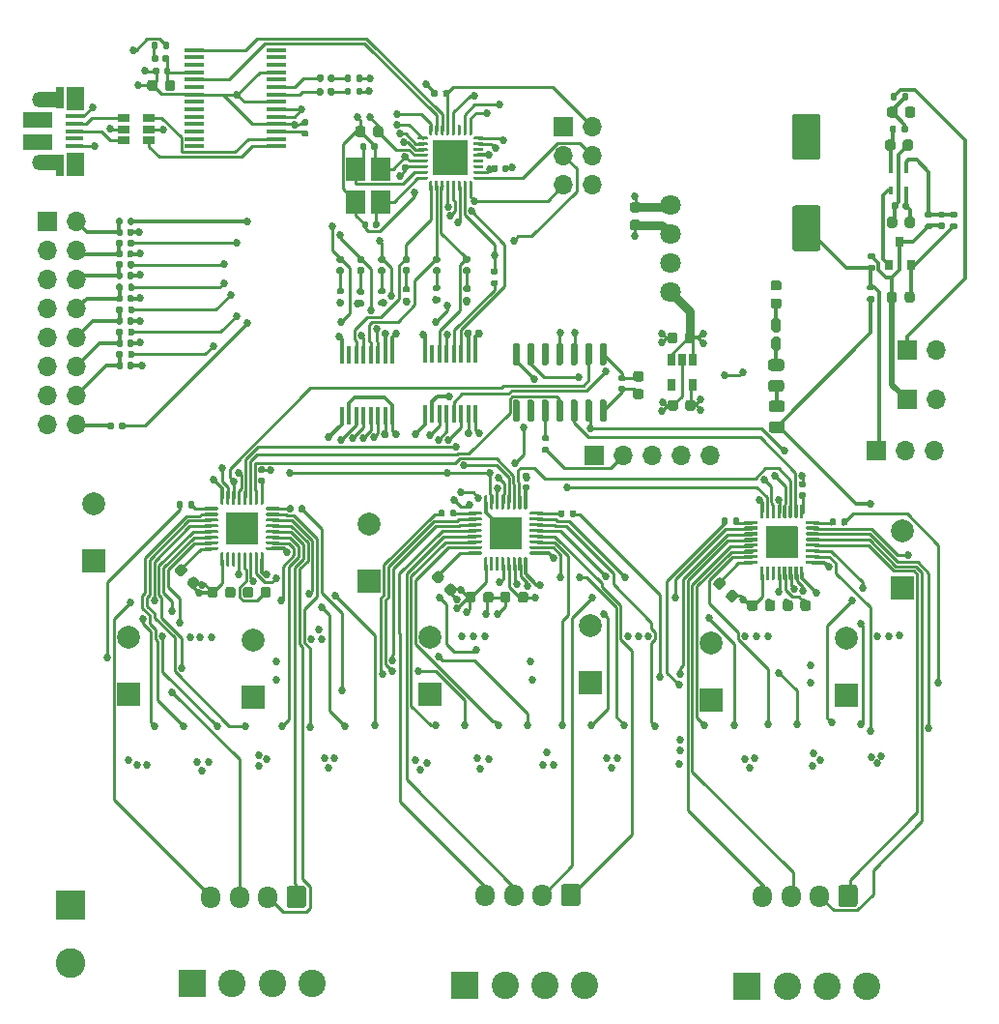
<source format=gtl>
G04 #@! TF.GenerationSoftware,KiCad,Pcbnew,5.1.8*
G04 #@! TF.CreationDate,2021-01-20T23:22:32-05:00*
G04 #@! TF.ProjectId,cnc-controller,636e632d-636f-46e7-9472-6f6c6c65722e,rev?*
G04 #@! TF.SameCoordinates,Original*
G04 #@! TF.FileFunction,Copper,L1,Top*
G04 #@! TF.FilePolarity,Positive*
%FSLAX46Y46*%
G04 Gerber Fmt 4.6, Leading zero omitted, Abs format (unit mm)*
G04 Created by KiCad (PCBNEW 5.1.8) date 2021-01-20 23:22:32*
%MOMM*%
%LPD*%
G01*
G04 APERTURE LIST*
G04 #@! TA.AperFunction,ComponentPad*
%ADD10C,2.400000*%
G04 #@! TD*
G04 #@! TA.AperFunction,ComponentPad*
%ADD11R,2.400000X2.400000*%
G04 #@! TD*
G04 #@! TA.AperFunction,ComponentPad*
%ADD12O,1.700000X1.950000*%
G04 #@! TD*
G04 #@! TA.AperFunction,SMDPad,CuDef*
%ADD13R,1.725000X2.100000*%
G04 #@! TD*
G04 #@! TA.AperFunction,SMDPad,CuDef*
%ADD14R,0.400000X0.650000*%
G04 #@! TD*
G04 #@! TA.AperFunction,SMDPad,CuDef*
%ADD15R,0.650000X1.060000*%
G04 #@! TD*
G04 #@! TA.AperFunction,SMDPad,CuDef*
%ADD16R,0.410000X1.600000*%
G04 #@! TD*
G04 #@! TA.AperFunction,ComponentPad*
%ADD17C,1.800000*%
G04 #@! TD*
G04 #@! TA.AperFunction,SMDPad,CuDef*
%ADD18R,1.750000X0.450000*%
G04 #@! TD*
G04 #@! TA.AperFunction,SMDPad,CuDef*
%ADD19R,1.060000X0.650000*%
G04 #@! TD*
G04 #@! TA.AperFunction,SMDPad,CuDef*
%ADD20R,3.100000X3.100000*%
G04 #@! TD*
G04 #@! TA.AperFunction,SMDPad,CuDef*
%ADD21R,0.800000X0.900000*%
G04 #@! TD*
G04 #@! TA.AperFunction,ComponentPad*
%ADD22O,1.700000X1.700000*%
G04 #@! TD*
G04 #@! TA.AperFunction,ComponentPad*
%ADD23R,1.700000X1.700000*%
G04 #@! TD*
G04 #@! TA.AperFunction,ComponentPad*
%ADD24C,2.600000*%
G04 #@! TD*
G04 #@! TA.AperFunction,ComponentPad*
%ADD25R,2.600000X2.600000*%
G04 #@! TD*
G04 #@! TA.AperFunction,SMDPad,CuDef*
%ADD26R,2.500000X1.430000*%
G04 #@! TD*
G04 #@! TA.AperFunction,ComponentPad*
%ADD27O,1.700000X1.350000*%
G04 #@! TD*
G04 #@! TA.AperFunction,ComponentPad*
%ADD28O,1.500000X1.100000*%
G04 #@! TD*
G04 #@! TA.AperFunction,SMDPad,CuDef*
%ADD29R,1.650000X0.400000*%
G04 #@! TD*
G04 #@! TA.AperFunction,SMDPad,CuDef*
%ADD30R,1.500000X2.000000*%
G04 #@! TD*
G04 #@! TA.AperFunction,SMDPad,CuDef*
%ADD31R,0.700000X1.825000*%
G04 #@! TD*
G04 #@! TA.AperFunction,SMDPad,CuDef*
%ADD32R,2.000000X1.350000*%
G04 #@! TD*
G04 #@! TA.AperFunction,ComponentPad*
%ADD33C,2.000000*%
G04 #@! TD*
G04 #@! TA.AperFunction,ComponentPad*
%ADD34R,2.000000X2.000000*%
G04 #@! TD*
G04 #@! TA.AperFunction,ViaPad*
%ADD35C,0.685800*%
G04 #@! TD*
G04 #@! TA.AperFunction,Conductor*
%ADD36C,0.250000*%
G04 #@! TD*
G04 #@! TA.AperFunction,Conductor*
%ADD37C,0.750000*%
G04 #@! TD*
G04 #@! TA.AperFunction,Conductor*
%ADD38C,0.300000*%
G04 #@! TD*
G04 #@! TA.AperFunction,Conductor*
%ADD39C,0.500000*%
G04 #@! TD*
G04 APERTURE END LIST*
G04 #@! TA.AperFunction,SMDPad,CuDef*
G36*
G01*
X53662500Y-120730000D02*
X53317500Y-120730000D01*
G75*
G02*
X53170000Y-120582500I0J147500D01*
G01*
X53170000Y-120287500D01*
G75*
G02*
X53317500Y-120140000I147500J0D01*
G01*
X53662500Y-120140000D01*
G75*
G02*
X53810000Y-120287500I0J-147500D01*
G01*
X53810000Y-120582500D01*
G75*
G02*
X53662500Y-120730000I-147500J0D01*
G01*
G37*
G04 #@! TD.AperFunction*
G04 #@! TA.AperFunction,SMDPad,CuDef*
G36*
G01*
X53662500Y-121700000D02*
X53317500Y-121700000D01*
G75*
G02*
X53170000Y-121552500I0J147500D01*
G01*
X53170000Y-121257500D01*
G75*
G02*
X53317500Y-121110000I147500J0D01*
G01*
X53662500Y-121110000D01*
G75*
G02*
X53810000Y-121257500I0J-147500D01*
G01*
X53810000Y-121552500D01*
G75*
G02*
X53662500Y-121700000I-147500J0D01*
G01*
G37*
G04 #@! TD.AperFunction*
G04 #@! TA.AperFunction,SMDPad,CuDef*
G36*
G01*
X51012500Y-120730000D02*
X50667500Y-120730000D01*
G75*
G02*
X50520000Y-120582500I0J147500D01*
G01*
X50520000Y-120287500D01*
G75*
G02*
X50667500Y-120140000I147500J0D01*
G01*
X51012500Y-120140000D01*
G75*
G02*
X51160000Y-120287500I0J-147500D01*
G01*
X51160000Y-120582500D01*
G75*
G02*
X51012500Y-120730000I-147500J0D01*
G01*
G37*
G04 #@! TD.AperFunction*
G04 #@! TA.AperFunction,SMDPad,CuDef*
G36*
G01*
X51012500Y-121700000D02*
X50667500Y-121700000D01*
G75*
G02*
X50520000Y-121552500I0J147500D01*
G01*
X50520000Y-121257500D01*
G75*
G02*
X50667500Y-121110000I147500J0D01*
G01*
X51012500Y-121110000D01*
G75*
G02*
X51160000Y-121257500I0J-147500D01*
G01*
X51160000Y-121552500D01*
G75*
G02*
X51012500Y-121700000I-147500J0D01*
G01*
G37*
G04 #@! TD.AperFunction*
G04 #@! TA.AperFunction,SMDPad,CuDef*
G36*
G01*
X48362500Y-120730000D02*
X48017500Y-120730000D01*
G75*
G02*
X47870000Y-120582500I0J147500D01*
G01*
X47870000Y-120287500D01*
G75*
G02*
X48017500Y-120140000I147500J0D01*
G01*
X48362500Y-120140000D01*
G75*
G02*
X48510000Y-120287500I0J-147500D01*
G01*
X48510000Y-120582500D01*
G75*
G02*
X48362500Y-120730000I-147500J0D01*
G01*
G37*
G04 #@! TD.AperFunction*
G04 #@! TA.AperFunction,SMDPad,CuDef*
G36*
G01*
X48362500Y-121700000D02*
X48017500Y-121700000D01*
G75*
G02*
X47870000Y-121552500I0J147500D01*
G01*
X47870000Y-121257500D01*
G75*
G02*
X48017500Y-121110000I147500J0D01*
G01*
X48362500Y-121110000D01*
G75*
G02*
X48510000Y-121257500I0J-147500D01*
G01*
X48510000Y-121552500D01*
G75*
G02*
X48362500Y-121700000I-147500J0D01*
G01*
G37*
G04 #@! TD.AperFunction*
G04 #@! TA.AperFunction,SMDPad,CuDef*
G36*
G01*
X46222500Y-120730000D02*
X45877500Y-120730000D01*
G75*
G02*
X45730000Y-120582500I0J147500D01*
G01*
X45730000Y-120287500D01*
G75*
G02*
X45877500Y-120140000I147500J0D01*
G01*
X46222500Y-120140000D01*
G75*
G02*
X46370000Y-120287500I0J-147500D01*
G01*
X46370000Y-120582500D01*
G75*
G02*
X46222500Y-120730000I-147500J0D01*
G01*
G37*
G04 #@! TD.AperFunction*
G04 #@! TA.AperFunction,SMDPad,CuDef*
G36*
G01*
X46222500Y-121700000D02*
X45877500Y-121700000D01*
G75*
G02*
X45730000Y-121552500I0J147500D01*
G01*
X45730000Y-121257500D01*
G75*
G02*
X45877500Y-121110000I147500J0D01*
G01*
X46222500Y-121110000D01*
G75*
G02*
X46370000Y-121257500I0J-147500D01*
G01*
X46370000Y-121552500D01*
G75*
G02*
X46222500Y-121700000I-147500J0D01*
G01*
G37*
G04 #@! TD.AperFunction*
G04 #@! TA.AperFunction,SMDPad,CuDef*
G36*
G01*
X44372500Y-120730000D02*
X44027500Y-120730000D01*
G75*
G02*
X43880000Y-120582500I0J147500D01*
G01*
X43880000Y-120287500D01*
G75*
G02*
X44027500Y-120140000I147500J0D01*
G01*
X44372500Y-120140000D01*
G75*
G02*
X44520000Y-120287500I0J-147500D01*
G01*
X44520000Y-120582500D01*
G75*
G02*
X44372500Y-120730000I-147500J0D01*
G01*
G37*
G04 #@! TD.AperFunction*
G04 #@! TA.AperFunction,SMDPad,CuDef*
G36*
G01*
X44372500Y-121700000D02*
X44027500Y-121700000D01*
G75*
G02*
X43880000Y-121552500I0J147500D01*
G01*
X43880000Y-121257500D01*
G75*
G02*
X44027500Y-121110000I147500J0D01*
G01*
X44372500Y-121110000D01*
G75*
G02*
X44520000Y-121257500I0J-147500D01*
G01*
X44520000Y-121552500D01*
G75*
G02*
X44372500Y-121700000I-147500J0D01*
G01*
G37*
G04 #@! TD.AperFunction*
G04 #@! TA.AperFunction,SMDPad,CuDef*
G36*
G01*
X42582500Y-120730000D02*
X42237500Y-120730000D01*
G75*
G02*
X42090000Y-120582500I0J147500D01*
G01*
X42090000Y-120287500D01*
G75*
G02*
X42237500Y-120140000I147500J0D01*
G01*
X42582500Y-120140000D01*
G75*
G02*
X42730000Y-120287500I0J-147500D01*
G01*
X42730000Y-120582500D01*
G75*
G02*
X42582500Y-120730000I-147500J0D01*
G01*
G37*
G04 #@! TD.AperFunction*
G04 #@! TA.AperFunction,SMDPad,CuDef*
G36*
G01*
X42582500Y-121700000D02*
X42237500Y-121700000D01*
G75*
G02*
X42090000Y-121552500I0J147500D01*
G01*
X42090000Y-121257500D01*
G75*
G02*
X42237500Y-121110000I147500J0D01*
G01*
X42582500Y-121110000D01*
G75*
G02*
X42730000Y-121257500I0J-147500D01*
G01*
X42730000Y-121552500D01*
G75*
G02*
X42582500Y-121700000I-147500J0D01*
G01*
G37*
G04 #@! TD.AperFunction*
G04 #@! TA.AperFunction,SMDPad,CuDef*
G36*
G01*
X41310000Y-105912500D02*
X41310000Y-105567500D01*
G75*
G02*
X41457500Y-105420000I147500J0D01*
G01*
X41752500Y-105420000D01*
G75*
G02*
X41900000Y-105567500I0J-147500D01*
G01*
X41900000Y-105912500D01*
G75*
G02*
X41752500Y-106060000I-147500J0D01*
G01*
X41457500Y-106060000D01*
G75*
G02*
X41310000Y-105912500I0J147500D01*
G01*
G37*
G04 #@! TD.AperFunction*
G04 #@! TA.AperFunction,SMDPad,CuDef*
G36*
G01*
X40340000Y-105912500D02*
X40340000Y-105567500D01*
G75*
G02*
X40487500Y-105420000I147500J0D01*
G01*
X40782500Y-105420000D01*
G75*
G02*
X40930000Y-105567500I0J-147500D01*
G01*
X40930000Y-105912500D01*
G75*
G02*
X40782500Y-106060000I-147500J0D01*
G01*
X40487500Y-106060000D01*
G75*
G02*
X40340000Y-105912500I0J147500D01*
G01*
G37*
G04 #@! TD.AperFunction*
G04 #@! TA.AperFunction,SMDPad,CuDef*
G36*
G01*
X41320000Y-104722500D02*
X41320000Y-104377500D01*
G75*
G02*
X41467500Y-104230000I147500J0D01*
G01*
X41762500Y-104230000D01*
G75*
G02*
X41910000Y-104377500I0J-147500D01*
G01*
X41910000Y-104722500D01*
G75*
G02*
X41762500Y-104870000I-147500J0D01*
G01*
X41467500Y-104870000D01*
G75*
G02*
X41320000Y-104722500I0J147500D01*
G01*
G37*
G04 #@! TD.AperFunction*
G04 #@! TA.AperFunction,SMDPad,CuDef*
G36*
G01*
X40350000Y-104722500D02*
X40350000Y-104377500D01*
G75*
G02*
X40497500Y-104230000I147500J0D01*
G01*
X40792500Y-104230000D01*
G75*
G02*
X40940000Y-104377500I0J-147500D01*
G01*
X40940000Y-104722500D01*
G75*
G02*
X40792500Y-104870000I-147500J0D01*
G01*
X40497500Y-104870000D01*
G75*
G02*
X40350000Y-104722500I0J147500D01*
G01*
G37*
G04 #@! TD.AperFunction*
G04 #@! TA.AperFunction,SMDPad,CuDef*
G36*
G01*
X26830000Y-103002500D02*
X26830000Y-102657500D01*
G75*
G02*
X26977500Y-102510000I147500J0D01*
G01*
X27272500Y-102510000D01*
G75*
G02*
X27420000Y-102657500I0J-147500D01*
G01*
X27420000Y-103002500D01*
G75*
G02*
X27272500Y-103150000I-147500J0D01*
G01*
X26977500Y-103150000D01*
G75*
G02*
X26830000Y-103002500I0J147500D01*
G01*
G37*
G04 #@! TD.AperFunction*
G04 #@! TA.AperFunction,SMDPad,CuDef*
G36*
G01*
X25860000Y-103002500D02*
X25860000Y-102657500D01*
G75*
G02*
X26007500Y-102510000I147500J0D01*
G01*
X26302500Y-102510000D01*
G75*
G02*
X26450000Y-102657500I0J-147500D01*
G01*
X26450000Y-103002500D01*
G75*
G02*
X26302500Y-103150000I-147500J0D01*
G01*
X26007500Y-103150000D01*
G75*
G02*
X25860000Y-103002500I0J147500D01*
G01*
G37*
G04 #@! TD.AperFunction*
G04 #@! TA.AperFunction,SMDPad,CuDef*
G36*
G01*
X53880000Y-126720000D02*
X53880000Y-127060000D01*
G75*
G02*
X53740000Y-127200000I-140000J0D01*
G01*
X53460000Y-127200000D01*
G75*
G02*
X53320000Y-127060000I0J140000D01*
G01*
X53320000Y-126720000D01*
G75*
G02*
X53460000Y-126580000I140000J0D01*
G01*
X53740000Y-126580000D01*
G75*
G02*
X53880000Y-126720000I0J-140000D01*
G01*
G37*
G04 #@! TD.AperFunction*
G04 #@! TA.AperFunction,SMDPad,CuDef*
G36*
G01*
X54840000Y-126720000D02*
X54840000Y-127060000D01*
G75*
G02*
X54700000Y-127200000I-140000J0D01*
G01*
X54420000Y-127200000D01*
G75*
G02*
X54280000Y-127060000I0J140000D01*
G01*
X54280000Y-126720000D01*
G75*
G02*
X54420000Y-126580000I140000J0D01*
G01*
X54700000Y-126580000D01*
G75*
G02*
X54840000Y-126720000I0J-140000D01*
G01*
G37*
G04 #@! TD.AperFunction*
D10*
X88570000Y-184040000D03*
X85070000Y-184040000D03*
X81570000Y-184040000D03*
D11*
X78070000Y-184040000D03*
D12*
X79392000Y-176168000D03*
X81892000Y-176168000D03*
X84392000Y-176168000D03*
G04 #@! TA.AperFunction,ComponentPad*
G36*
G01*
X87742000Y-175443000D02*
X87742000Y-176893000D01*
G75*
G02*
X87492000Y-177143000I-250000J0D01*
G01*
X86292000Y-177143000D01*
G75*
G02*
X86042000Y-176893000I0J250000D01*
G01*
X86042000Y-175443000D01*
G75*
G02*
X86292000Y-175193000I250000J0D01*
G01*
X87492000Y-175193000D01*
G75*
G02*
X87742000Y-175443000I0J-250000D01*
G01*
G37*
G04 #@! TD.AperFunction*
D13*
X45957500Y-112500000D03*
X45957500Y-115400000D03*
X43782500Y-115400000D03*
X43782500Y-112500000D03*
G04 #@! TA.AperFunction,SMDPad,CuDef*
G36*
G01*
X55556000Y-143000000D02*
X58244000Y-143000000D01*
G75*
G02*
X58300000Y-143056000I0J-56000D01*
G01*
X58300000Y-145744000D01*
G75*
G02*
X58244000Y-145800000I-56000J0D01*
G01*
X55556000Y-145800000D01*
G75*
G02*
X55500000Y-145744000I0J56000D01*
G01*
X55500000Y-143056000D01*
G75*
G02*
X55556000Y-143000000I56000J0D01*
G01*
G37*
G04 #@! TD.AperFunction*
G04 #@! TA.AperFunction,SMDPad,CuDef*
G36*
G01*
X60200000Y-146080000D02*
X60200000Y-146220000D01*
G75*
G02*
X60130000Y-146290000I-70000J0D01*
G01*
X59070000Y-146290000D01*
G75*
G02*
X59000000Y-146220000I0J70000D01*
G01*
X59000000Y-146080000D01*
G75*
G02*
X59070000Y-146010000I70000J0D01*
G01*
X60130000Y-146010000D01*
G75*
G02*
X60200000Y-146080000I0J-70000D01*
G01*
G37*
G04 #@! TD.AperFunction*
G04 #@! TA.AperFunction,SMDPad,CuDef*
G36*
G01*
X60200000Y-145580000D02*
X60200000Y-145720000D01*
G75*
G02*
X60130000Y-145790000I-70000J0D01*
G01*
X59070000Y-145790000D01*
G75*
G02*
X59000000Y-145720000I0J70000D01*
G01*
X59000000Y-145580000D01*
G75*
G02*
X59070000Y-145510000I70000J0D01*
G01*
X60130000Y-145510000D01*
G75*
G02*
X60200000Y-145580000I0J-70000D01*
G01*
G37*
G04 #@! TD.AperFunction*
G04 #@! TA.AperFunction,SMDPad,CuDef*
G36*
G01*
X60200000Y-145080000D02*
X60200000Y-145220000D01*
G75*
G02*
X60130000Y-145290000I-70000J0D01*
G01*
X59070000Y-145290000D01*
G75*
G02*
X59000000Y-145220000I0J70000D01*
G01*
X59000000Y-145080000D01*
G75*
G02*
X59070000Y-145010000I70000J0D01*
G01*
X60130000Y-145010000D01*
G75*
G02*
X60200000Y-145080000I0J-70000D01*
G01*
G37*
G04 #@! TD.AperFunction*
G04 #@! TA.AperFunction,SMDPad,CuDef*
G36*
G01*
X60200000Y-144580000D02*
X60200000Y-144720000D01*
G75*
G02*
X60130000Y-144790000I-70000J0D01*
G01*
X59070000Y-144790000D01*
G75*
G02*
X59000000Y-144720000I0J70000D01*
G01*
X59000000Y-144580000D01*
G75*
G02*
X59070000Y-144510000I70000J0D01*
G01*
X60130000Y-144510000D01*
G75*
G02*
X60200000Y-144580000I0J-70000D01*
G01*
G37*
G04 #@! TD.AperFunction*
G04 #@! TA.AperFunction,SMDPad,CuDef*
G36*
G01*
X60200000Y-144080000D02*
X60200000Y-144220000D01*
G75*
G02*
X60130000Y-144290000I-70000J0D01*
G01*
X59070000Y-144290000D01*
G75*
G02*
X59000000Y-144220000I0J70000D01*
G01*
X59000000Y-144080000D01*
G75*
G02*
X59070000Y-144010000I70000J0D01*
G01*
X60130000Y-144010000D01*
G75*
G02*
X60200000Y-144080000I0J-70000D01*
G01*
G37*
G04 #@! TD.AperFunction*
G04 #@! TA.AperFunction,SMDPad,CuDef*
G36*
G01*
X60200000Y-143580000D02*
X60200000Y-143720000D01*
G75*
G02*
X60130000Y-143790000I-70000J0D01*
G01*
X59070000Y-143790000D01*
G75*
G02*
X59000000Y-143720000I0J70000D01*
G01*
X59000000Y-143580000D01*
G75*
G02*
X59070000Y-143510000I70000J0D01*
G01*
X60130000Y-143510000D01*
G75*
G02*
X60200000Y-143580000I0J-70000D01*
G01*
G37*
G04 #@! TD.AperFunction*
G04 #@! TA.AperFunction,SMDPad,CuDef*
G36*
G01*
X60200000Y-143080000D02*
X60200000Y-143220000D01*
G75*
G02*
X60130000Y-143290000I-70000J0D01*
G01*
X59070000Y-143290000D01*
G75*
G02*
X59000000Y-143220000I0J70000D01*
G01*
X59000000Y-143080000D01*
G75*
G02*
X59070000Y-143010000I70000J0D01*
G01*
X60130000Y-143010000D01*
G75*
G02*
X60200000Y-143080000I0J-70000D01*
G01*
G37*
G04 #@! TD.AperFunction*
G04 #@! TA.AperFunction,SMDPad,CuDef*
G36*
G01*
X60200000Y-142580000D02*
X60200000Y-142720000D01*
G75*
G02*
X60130000Y-142790000I-70000J0D01*
G01*
X59070000Y-142790000D01*
G75*
G02*
X59000000Y-142720000I0J70000D01*
G01*
X59000000Y-142580000D01*
G75*
G02*
X59070000Y-142510000I70000J0D01*
G01*
X60130000Y-142510000D01*
G75*
G02*
X60200000Y-142580000I0J-70000D01*
G01*
G37*
G04 #@! TD.AperFunction*
G04 #@! TA.AperFunction,SMDPad,CuDef*
G36*
G01*
X58580000Y-141100000D02*
X58720000Y-141100000D01*
G75*
G02*
X58790000Y-141170000I0J-70000D01*
G01*
X58790000Y-142230000D01*
G75*
G02*
X58720000Y-142300000I-70000J0D01*
G01*
X58580000Y-142300000D01*
G75*
G02*
X58510000Y-142230000I0J70000D01*
G01*
X58510000Y-141170000D01*
G75*
G02*
X58580000Y-141100000I70000J0D01*
G01*
G37*
G04 #@! TD.AperFunction*
G04 #@! TA.AperFunction,SMDPad,CuDef*
G36*
G01*
X58080000Y-141100000D02*
X58220000Y-141100000D01*
G75*
G02*
X58290000Y-141170000I0J-70000D01*
G01*
X58290000Y-142230000D01*
G75*
G02*
X58220000Y-142300000I-70000J0D01*
G01*
X58080000Y-142300000D01*
G75*
G02*
X58010000Y-142230000I0J70000D01*
G01*
X58010000Y-141170000D01*
G75*
G02*
X58080000Y-141100000I70000J0D01*
G01*
G37*
G04 #@! TD.AperFunction*
G04 #@! TA.AperFunction,SMDPad,CuDef*
G36*
G01*
X57580000Y-141100000D02*
X57720000Y-141100000D01*
G75*
G02*
X57790000Y-141170000I0J-70000D01*
G01*
X57790000Y-142230000D01*
G75*
G02*
X57720000Y-142300000I-70000J0D01*
G01*
X57580000Y-142300000D01*
G75*
G02*
X57510000Y-142230000I0J70000D01*
G01*
X57510000Y-141170000D01*
G75*
G02*
X57580000Y-141100000I70000J0D01*
G01*
G37*
G04 #@! TD.AperFunction*
G04 #@! TA.AperFunction,SMDPad,CuDef*
G36*
G01*
X57080000Y-141100000D02*
X57220000Y-141100000D01*
G75*
G02*
X57290000Y-141170000I0J-70000D01*
G01*
X57290000Y-142230000D01*
G75*
G02*
X57220000Y-142300000I-70000J0D01*
G01*
X57080000Y-142300000D01*
G75*
G02*
X57010000Y-142230000I0J70000D01*
G01*
X57010000Y-141170000D01*
G75*
G02*
X57080000Y-141100000I70000J0D01*
G01*
G37*
G04 #@! TD.AperFunction*
G04 #@! TA.AperFunction,SMDPad,CuDef*
G36*
G01*
X56580000Y-141100000D02*
X56720000Y-141100000D01*
G75*
G02*
X56790000Y-141170000I0J-70000D01*
G01*
X56790000Y-142230000D01*
G75*
G02*
X56720000Y-142300000I-70000J0D01*
G01*
X56580000Y-142300000D01*
G75*
G02*
X56510000Y-142230000I0J70000D01*
G01*
X56510000Y-141170000D01*
G75*
G02*
X56580000Y-141100000I70000J0D01*
G01*
G37*
G04 #@! TD.AperFunction*
G04 #@! TA.AperFunction,SMDPad,CuDef*
G36*
G01*
X56080000Y-141100000D02*
X56220000Y-141100000D01*
G75*
G02*
X56290000Y-141170000I0J-70000D01*
G01*
X56290000Y-142230000D01*
G75*
G02*
X56220000Y-142300000I-70000J0D01*
G01*
X56080000Y-142300000D01*
G75*
G02*
X56010000Y-142230000I0J70000D01*
G01*
X56010000Y-141170000D01*
G75*
G02*
X56080000Y-141100000I70000J0D01*
G01*
G37*
G04 #@! TD.AperFunction*
G04 #@! TA.AperFunction,SMDPad,CuDef*
G36*
G01*
X55580000Y-141100000D02*
X55720000Y-141100000D01*
G75*
G02*
X55790000Y-141170000I0J-70000D01*
G01*
X55790000Y-142230000D01*
G75*
G02*
X55720000Y-142300000I-70000J0D01*
G01*
X55580000Y-142300000D01*
G75*
G02*
X55510000Y-142230000I0J70000D01*
G01*
X55510000Y-141170000D01*
G75*
G02*
X55580000Y-141100000I70000J0D01*
G01*
G37*
G04 #@! TD.AperFunction*
G04 #@! TA.AperFunction,SMDPad,CuDef*
G36*
G01*
X55080000Y-141100000D02*
X55220000Y-141100000D01*
G75*
G02*
X55290000Y-141170000I0J-70000D01*
G01*
X55290000Y-142230000D01*
G75*
G02*
X55220000Y-142300000I-70000J0D01*
G01*
X55080000Y-142300000D01*
G75*
G02*
X55010000Y-142230000I0J70000D01*
G01*
X55010000Y-141170000D01*
G75*
G02*
X55080000Y-141100000I70000J0D01*
G01*
G37*
G04 #@! TD.AperFunction*
G04 #@! TA.AperFunction,SMDPad,CuDef*
G36*
G01*
X53600000Y-142720000D02*
X53600000Y-142580000D01*
G75*
G02*
X53670000Y-142510000I70000J0D01*
G01*
X54730000Y-142510000D01*
G75*
G02*
X54800000Y-142580000I0J-70000D01*
G01*
X54800000Y-142720000D01*
G75*
G02*
X54730000Y-142790000I-70000J0D01*
G01*
X53670000Y-142790000D01*
G75*
G02*
X53600000Y-142720000I0J70000D01*
G01*
G37*
G04 #@! TD.AperFunction*
G04 #@! TA.AperFunction,SMDPad,CuDef*
G36*
G01*
X53600000Y-143220000D02*
X53600000Y-143080000D01*
G75*
G02*
X53670000Y-143010000I70000J0D01*
G01*
X54730000Y-143010000D01*
G75*
G02*
X54800000Y-143080000I0J-70000D01*
G01*
X54800000Y-143220000D01*
G75*
G02*
X54730000Y-143290000I-70000J0D01*
G01*
X53670000Y-143290000D01*
G75*
G02*
X53600000Y-143220000I0J70000D01*
G01*
G37*
G04 #@! TD.AperFunction*
G04 #@! TA.AperFunction,SMDPad,CuDef*
G36*
G01*
X53600000Y-143720000D02*
X53600000Y-143580000D01*
G75*
G02*
X53670000Y-143510000I70000J0D01*
G01*
X54730000Y-143510000D01*
G75*
G02*
X54800000Y-143580000I0J-70000D01*
G01*
X54800000Y-143720000D01*
G75*
G02*
X54730000Y-143790000I-70000J0D01*
G01*
X53670000Y-143790000D01*
G75*
G02*
X53600000Y-143720000I0J70000D01*
G01*
G37*
G04 #@! TD.AperFunction*
G04 #@! TA.AperFunction,SMDPad,CuDef*
G36*
G01*
X53600000Y-144220000D02*
X53600000Y-144080000D01*
G75*
G02*
X53670000Y-144010000I70000J0D01*
G01*
X54730000Y-144010000D01*
G75*
G02*
X54800000Y-144080000I0J-70000D01*
G01*
X54800000Y-144220000D01*
G75*
G02*
X54730000Y-144290000I-70000J0D01*
G01*
X53670000Y-144290000D01*
G75*
G02*
X53600000Y-144220000I0J70000D01*
G01*
G37*
G04 #@! TD.AperFunction*
G04 #@! TA.AperFunction,SMDPad,CuDef*
G36*
G01*
X53600000Y-144720000D02*
X53600000Y-144580000D01*
G75*
G02*
X53670000Y-144510000I70000J0D01*
G01*
X54730000Y-144510000D01*
G75*
G02*
X54800000Y-144580000I0J-70000D01*
G01*
X54800000Y-144720000D01*
G75*
G02*
X54730000Y-144790000I-70000J0D01*
G01*
X53670000Y-144790000D01*
G75*
G02*
X53600000Y-144720000I0J70000D01*
G01*
G37*
G04 #@! TD.AperFunction*
G04 #@! TA.AperFunction,SMDPad,CuDef*
G36*
G01*
X53600000Y-145220000D02*
X53600000Y-145080000D01*
G75*
G02*
X53670000Y-145010000I70000J0D01*
G01*
X54730000Y-145010000D01*
G75*
G02*
X54800000Y-145080000I0J-70000D01*
G01*
X54800000Y-145220000D01*
G75*
G02*
X54730000Y-145290000I-70000J0D01*
G01*
X53670000Y-145290000D01*
G75*
G02*
X53600000Y-145220000I0J70000D01*
G01*
G37*
G04 #@! TD.AperFunction*
G04 #@! TA.AperFunction,SMDPad,CuDef*
G36*
G01*
X53600000Y-145720000D02*
X53600000Y-145580000D01*
G75*
G02*
X53670000Y-145510000I70000J0D01*
G01*
X54730000Y-145510000D01*
G75*
G02*
X54800000Y-145580000I0J-70000D01*
G01*
X54800000Y-145720000D01*
G75*
G02*
X54730000Y-145790000I-70000J0D01*
G01*
X53670000Y-145790000D01*
G75*
G02*
X53600000Y-145720000I0J70000D01*
G01*
G37*
G04 #@! TD.AperFunction*
G04 #@! TA.AperFunction,SMDPad,CuDef*
G36*
G01*
X53600000Y-146220000D02*
X53600000Y-146080000D01*
G75*
G02*
X53670000Y-146010000I70000J0D01*
G01*
X54730000Y-146010000D01*
G75*
G02*
X54800000Y-146080000I0J-70000D01*
G01*
X54800000Y-146220000D01*
G75*
G02*
X54730000Y-146290000I-70000J0D01*
G01*
X53670000Y-146290000D01*
G75*
G02*
X53600000Y-146220000I0J70000D01*
G01*
G37*
G04 #@! TD.AperFunction*
G04 #@! TA.AperFunction,SMDPad,CuDef*
G36*
G01*
X55080000Y-146500000D02*
X55220000Y-146500000D01*
G75*
G02*
X55290000Y-146570000I0J-70000D01*
G01*
X55290000Y-147630000D01*
G75*
G02*
X55220000Y-147700000I-70000J0D01*
G01*
X55080000Y-147700000D01*
G75*
G02*
X55010000Y-147630000I0J70000D01*
G01*
X55010000Y-146570000D01*
G75*
G02*
X55080000Y-146500000I70000J0D01*
G01*
G37*
G04 #@! TD.AperFunction*
G04 #@! TA.AperFunction,SMDPad,CuDef*
G36*
G01*
X55580000Y-146500000D02*
X55720000Y-146500000D01*
G75*
G02*
X55790000Y-146570000I0J-70000D01*
G01*
X55790000Y-147630000D01*
G75*
G02*
X55720000Y-147700000I-70000J0D01*
G01*
X55580000Y-147700000D01*
G75*
G02*
X55510000Y-147630000I0J70000D01*
G01*
X55510000Y-146570000D01*
G75*
G02*
X55580000Y-146500000I70000J0D01*
G01*
G37*
G04 #@! TD.AperFunction*
G04 #@! TA.AperFunction,SMDPad,CuDef*
G36*
G01*
X56080000Y-146500000D02*
X56220000Y-146500000D01*
G75*
G02*
X56290000Y-146570000I0J-70000D01*
G01*
X56290000Y-147630000D01*
G75*
G02*
X56220000Y-147700000I-70000J0D01*
G01*
X56080000Y-147700000D01*
G75*
G02*
X56010000Y-147630000I0J70000D01*
G01*
X56010000Y-146570000D01*
G75*
G02*
X56080000Y-146500000I70000J0D01*
G01*
G37*
G04 #@! TD.AperFunction*
G04 #@! TA.AperFunction,SMDPad,CuDef*
G36*
G01*
X56580000Y-146500000D02*
X56720000Y-146500000D01*
G75*
G02*
X56790000Y-146570000I0J-70000D01*
G01*
X56790000Y-147630000D01*
G75*
G02*
X56720000Y-147700000I-70000J0D01*
G01*
X56580000Y-147700000D01*
G75*
G02*
X56510000Y-147630000I0J70000D01*
G01*
X56510000Y-146570000D01*
G75*
G02*
X56580000Y-146500000I70000J0D01*
G01*
G37*
G04 #@! TD.AperFunction*
G04 #@! TA.AperFunction,SMDPad,CuDef*
G36*
G01*
X57080000Y-146500000D02*
X57220000Y-146500000D01*
G75*
G02*
X57290000Y-146570000I0J-70000D01*
G01*
X57290000Y-147630000D01*
G75*
G02*
X57220000Y-147700000I-70000J0D01*
G01*
X57080000Y-147700000D01*
G75*
G02*
X57010000Y-147630000I0J70000D01*
G01*
X57010000Y-146570000D01*
G75*
G02*
X57080000Y-146500000I70000J0D01*
G01*
G37*
G04 #@! TD.AperFunction*
G04 #@! TA.AperFunction,SMDPad,CuDef*
G36*
G01*
X57580000Y-146500000D02*
X57720000Y-146500000D01*
G75*
G02*
X57790000Y-146570000I0J-70000D01*
G01*
X57790000Y-147630000D01*
G75*
G02*
X57720000Y-147700000I-70000J0D01*
G01*
X57580000Y-147700000D01*
G75*
G02*
X57510000Y-147630000I0J70000D01*
G01*
X57510000Y-146570000D01*
G75*
G02*
X57580000Y-146500000I70000J0D01*
G01*
G37*
G04 #@! TD.AperFunction*
G04 #@! TA.AperFunction,SMDPad,CuDef*
G36*
G01*
X58080000Y-146500000D02*
X58220000Y-146500000D01*
G75*
G02*
X58290000Y-146570000I0J-70000D01*
G01*
X58290000Y-147630000D01*
G75*
G02*
X58220000Y-147700000I-70000J0D01*
G01*
X58080000Y-147700000D01*
G75*
G02*
X58010000Y-147630000I0J70000D01*
G01*
X58010000Y-146570000D01*
G75*
G02*
X58080000Y-146500000I70000J0D01*
G01*
G37*
G04 #@! TD.AperFunction*
G04 #@! TA.AperFunction,SMDPad,CuDef*
G36*
G01*
X58580000Y-146500000D02*
X58720000Y-146500000D01*
G75*
G02*
X58790000Y-146570000I0J-70000D01*
G01*
X58790000Y-147630000D01*
G75*
G02*
X58720000Y-147700000I-70000J0D01*
G01*
X58580000Y-147700000D01*
G75*
G02*
X58510000Y-147630000I0J70000D01*
G01*
X58510000Y-146570000D01*
G75*
G02*
X58580000Y-146500000I70000J0D01*
G01*
G37*
G04 #@! TD.AperFunction*
G04 #@! TA.AperFunction,SMDPad,CuDef*
G36*
G01*
X79756000Y-143800000D02*
X82444000Y-143800000D01*
G75*
G02*
X82500000Y-143856000I0J-56000D01*
G01*
X82500000Y-146544000D01*
G75*
G02*
X82444000Y-146600000I-56000J0D01*
G01*
X79756000Y-146600000D01*
G75*
G02*
X79700000Y-146544000I0J56000D01*
G01*
X79700000Y-143856000D01*
G75*
G02*
X79756000Y-143800000I56000J0D01*
G01*
G37*
G04 #@! TD.AperFunction*
G04 #@! TA.AperFunction,SMDPad,CuDef*
G36*
G01*
X84400000Y-146880000D02*
X84400000Y-147020000D01*
G75*
G02*
X84330000Y-147090000I-70000J0D01*
G01*
X83270000Y-147090000D01*
G75*
G02*
X83200000Y-147020000I0J70000D01*
G01*
X83200000Y-146880000D01*
G75*
G02*
X83270000Y-146810000I70000J0D01*
G01*
X84330000Y-146810000D01*
G75*
G02*
X84400000Y-146880000I0J-70000D01*
G01*
G37*
G04 #@! TD.AperFunction*
G04 #@! TA.AperFunction,SMDPad,CuDef*
G36*
G01*
X84400000Y-146380000D02*
X84400000Y-146520000D01*
G75*
G02*
X84330000Y-146590000I-70000J0D01*
G01*
X83270000Y-146590000D01*
G75*
G02*
X83200000Y-146520000I0J70000D01*
G01*
X83200000Y-146380000D01*
G75*
G02*
X83270000Y-146310000I70000J0D01*
G01*
X84330000Y-146310000D01*
G75*
G02*
X84400000Y-146380000I0J-70000D01*
G01*
G37*
G04 #@! TD.AperFunction*
G04 #@! TA.AperFunction,SMDPad,CuDef*
G36*
G01*
X84400000Y-145880000D02*
X84400000Y-146020000D01*
G75*
G02*
X84330000Y-146090000I-70000J0D01*
G01*
X83270000Y-146090000D01*
G75*
G02*
X83200000Y-146020000I0J70000D01*
G01*
X83200000Y-145880000D01*
G75*
G02*
X83270000Y-145810000I70000J0D01*
G01*
X84330000Y-145810000D01*
G75*
G02*
X84400000Y-145880000I0J-70000D01*
G01*
G37*
G04 #@! TD.AperFunction*
G04 #@! TA.AperFunction,SMDPad,CuDef*
G36*
G01*
X84400000Y-145380000D02*
X84400000Y-145520000D01*
G75*
G02*
X84330000Y-145590000I-70000J0D01*
G01*
X83270000Y-145590000D01*
G75*
G02*
X83200000Y-145520000I0J70000D01*
G01*
X83200000Y-145380000D01*
G75*
G02*
X83270000Y-145310000I70000J0D01*
G01*
X84330000Y-145310000D01*
G75*
G02*
X84400000Y-145380000I0J-70000D01*
G01*
G37*
G04 #@! TD.AperFunction*
G04 #@! TA.AperFunction,SMDPad,CuDef*
G36*
G01*
X84400000Y-144880000D02*
X84400000Y-145020000D01*
G75*
G02*
X84330000Y-145090000I-70000J0D01*
G01*
X83270000Y-145090000D01*
G75*
G02*
X83200000Y-145020000I0J70000D01*
G01*
X83200000Y-144880000D01*
G75*
G02*
X83270000Y-144810000I70000J0D01*
G01*
X84330000Y-144810000D01*
G75*
G02*
X84400000Y-144880000I0J-70000D01*
G01*
G37*
G04 #@! TD.AperFunction*
G04 #@! TA.AperFunction,SMDPad,CuDef*
G36*
G01*
X84400000Y-144380000D02*
X84400000Y-144520000D01*
G75*
G02*
X84330000Y-144590000I-70000J0D01*
G01*
X83270000Y-144590000D01*
G75*
G02*
X83200000Y-144520000I0J70000D01*
G01*
X83200000Y-144380000D01*
G75*
G02*
X83270000Y-144310000I70000J0D01*
G01*
X84330000Y-144310000D01*
G75*
G02*
X84400000Y-144380000I0J-70000D01*
G01*
G37*
G04 #@! TD.AperFunction*
G04 #@! TA.AperFunction,SMDPad,CuDef*
G36*
G01*
X84400000Y-143880000D02*
X84400000Y-144020000D01*
G75*
G02*
X84330000Y-144090000I-70000J0D01*
G01*
X83270000Y-144090000D01*
G75*
G02*
X83200000Y-144020000I0J70000D01*
G01*
X83200000Y-143880000D01*
G75*
G02*
X83270000Y-143810000I70000J0D01*
G01*
X84330000Y-143810000D01*
G75*
G02*
X84400000Y-143880000I0J-70000D01*
G01*
G37*
G04 #@! TD.AperFunction*
G04 #@! TA.AperFunction,SMDPad,CuDef*
G36*
G01*
X84400000Y-143380000D02*
X84400000Y-143520000D01*
G75*
G02*
X84330000Y-143590000I-70000J0D01*
G01*
X83270000Y-143590000D01*
G75*
G02*
X83200000Y-143520000I0J70000D01*
G01*
X83200000Y-143380000D01*
G75*
G02*
X83270000Y-143310000I70000J0D01*
G01*
X84330000Y-143310000D01*
G75*
G02*
X84400000Y-143380000I0J-70000D01*
G01*
G37*
G04 #@! TD.AperFunction*
G04 #@! TA.AperFunction,SMDPad,CuDef*
G36*
G01*
X82780000Y-141900000D02*
X82920000Y-141900000D01*
G75*
G02*
X82990000Y-141970000I0J-70000D01*
G01*
X82990000Y-143030000D01*
G75*
G02*
X82920000Y-143100000I-70000J0D01*
G01*
X82780000Y-143100000D01*
G75*
G02*
X82710000Y-143030000I0J70000D01*
G01*
X82710000Y-141970000D01*
G75*
G02*
X82780000Y-141900000I70000J0D01*
G01*
G37*
G04 #@! TD.AperFunction*
G04 #@! TA.AperFunction,SMDPad,CuDef*
G36*
G01*
X82280000Y-141900000D02*
X82420000Y-141900000D01*
G75*
G02*
X82490000Y-141970000I0J-70000D01*
G01*
X82490000Y-143030000D01*
G75*
G02*
X82420000Y-143100000I-70000J0D01*
G01*
X82280000Y-143100000D01*
G75*
G02*
X82210000Y-143030000I0J70000D01*
G01*
X82210000Y-141970000D01*
G75*
G02*
X82280000Y-141900000I70000J0D01*
G01*
G37*
G04 #@! TD.AperFunction*
G04 #@! TA.AperFunction,SMDPad,CuDef*
G36*
G01*
X81780000Y-141900000D02*
X81920000Y-141900000D01*
G75*
G02*
X81990000Y-141970000I0J-70000D01*
G01*
X81990000Y-143030000D01*
G75*
G02*
X81920000Y-143100000I-70000J0D01*
G01*
X81780000Y-143100000D01*
G75*
G02*
X81710000Y-143030000I0J70000D01*
G01*
X81710000Y-141970000D01*
G75*
G02*
X81780000Y-141900000I70000J0D01*
G01*
G37*
G04 #@! TD.AperFunction*
G04 #@! TA.AperFunction,SMDPad,CuDef*
G36*
G01*
X81280000Y-141900000D02*
X81420000Y-141900000D01*
G75*
G02*
X81490000Y-141970000I0J-70000D01*
G01*
X81490000Y-143030000D01*
G75*
G02*
X81420000Y-143100000I-70000J0D01*
G01*
X81280000Y-143100000D01*
G75*
G02*
X81210000Y-143030000I0J70000D01*
G01*
X81210000Y-141970000D01*
G75*
G02*
X81280000Y-141900000I70000J0D01*
G01*
G37*
G04 #@! TD.AperFunction*
G04 #@! TA.AperFunction,SMDPad,CuDef*
G36*
G01*
X80780000Y-141900000D02*
X80920000Y-141900000D01*
G75*
G02*
X80990000Y-141970000I0J-70000D01*
G01*
X80990000Y-143030000D01*
G75*
G02*
X80920000Y-143100000I-70000J0D01*
G01*
X80780000Y-143100000D01*
G75*
G02*
X80710000Y-143030000I0J70000D01*
G01*
X80710000Y-141970000D01*
G75*
G02*
X80780000Y-141900000I70000J0D01*
G01*
G37*
G04 #@! TD.AperFunction*
G04 #@! TA.AperFunction,SMDPad,CuDef*
G36*
G01*
X80280000Y-141900000D02*
X80420000Y-141900000D01*
G75*
G02*
X80490000Y-141970000I0J-70000D01*
G01*
X80490000Y-143030000D01*
G75*
G02*
X80420000Y-143100000I-70000J0D01*
G01*
X80280000Y-143100000D01*
G75*
G02*
X80210000Y-143030000I0J70000D01*
G01*
X80210000Y-141970000D01*
G75*
G02*
X80280000Y-141900000I70000J0D01*
G01*
G37*
G04 #@! TD.AperFunction*
G04 #@! TA.AperFunction,SMDPad,CuDef*
G36*
G01*
X79780000Y-141900000D02*
X79920000Y-141900000D01*
G75*
G02*
X79990000Y-141970000I0J-70000D01*
G01*
X79990000Y-143030000D01*
G75*
G02*
X79920000Y-143100000I-70000J0D01*
G01*
X79780000Y-143100000D01*
G75*
G02*
X79710000Y-143030000I0J70000D01*
G01*
X79710000Y-141970000D01*
G75*
G02*
X79780000Y-141900000I70000J0D01*
G01*
G37*
G04 #@! TD.AperFunction*
G04 #@! TA.AperFunction,SMDPad,CuDef*
G36*
G01*
X79280000Y-141900000D02*
X79420000Y-141900000D01*
G75*
G02*
X79490000Y-141970000I0J-70000D01*
G01*
X79490000Y-143030000D01*
G75*
G02*
X79420000Y-143100000I-70000J0D01*
G01*
X79280000Y-143100000D01*
G75*
G02*
X79210000Y-143030000I0J70000D01*
G01*
X79210000Y-141970000D01*
G75*
G02*
X79280000Y-141900000I70000J0D01*
G01*
G37*
G04 #@! TD.AperFunction*
G04 #@! TA.AperFunction,SMDPad,CuDef*
G36*
G01*
X77800000Y-143520000D02*
X77800000Y-143380000D01*
G75*
G02*
X77870000Y-143310000I70000J0D01*
G01*
X78930000Y-143310000D01*
G75*
G02*
X79000000Y-143380000I0J-70000D01*
G01*
X79000000Y-143520000D01*
G75*
G02*
X78930000Y-143590000I-70000J0D01*
G01*
X77870000Y-143590000D01*
G75*
G02*
X77800000Y-143520000I0J70000D01*
G01*
G37*
G04 #@! TD.AperFunction*
G04 #@! TA.AperFunction,SMDPad,CuDef*
G36*
G01*
X77800000Y-144020000D02*
X77800000Y-143880000D01*
G75*
G02*
X77870000Y-143810000I70000J0D01*
G01*
X78930000Y-143810000D01*
G75*
G02*
X79000000Y-143880000I0J-70000D01*
G01*
X79000000Y-144020000D01*
G75*
G02*
X78930000Y-144090000I-70000J0D01*
G01*
X77870000Y-144090000D01*
G75*
G02*
X77800000Y-144020000I0J70000D01*
G01*
G37*
G04 #@! TD.AperFunction*
G04 #@! TA.AperFunction,SMDPad,CuDef*
G36*
G01*
X77800000Y-144520000D02*
X77800000Y-144380000D01*
G75*
G02*
X77870000Y-144310000I70000J0D01*
G01*
X78930000Y-144310000D01*
G75*
G02*
X79000000Y-144380000I0J-70000D01*
G01*
X79000000Y-144520000D01*
G75*
G02*
X78930000Y-144590000I-70000J0D01*
G01*
X77870000Y-144590000D01*
G75*
G02*
X77800000Y-144520000I0J70000D01*
G01*
G37*
G04 #@! TD.AperFunction*
G04 #@! TA.AperFunction,SMDPad,CuDef*
G36*
G01*
X77800000Y-145020000D02*
X77800000Y-144880000D01*
G75*
G02*
X77870000Y-144810000I70000J0D01*
G01*
X78930000Y-144810000D01*
G75*
G02*
X79000000Y-144880000I0J-70000D01*
G01*
X79000000Y-145020000D01*
G75*
G02*
X78930000Y-145090000I-70000J0D01*
G01*
X77870000Y-145090000D01*
G75*
G02*
X77800000Y-145020000I0J70000D01*
G01*
G37*
G04 #@! TD.AperFunction*
G04 #@! TA.AperFunction,SMDPad,CuDef*
G36*
G01*
X77800000Y-145520000D02*
X77800000Y-145380000D01*
G75*
G02*
X77870000Y-145310000I70000J0D01*
G01*
X78930000Y-145310000D01*
G75*
G02*
X79000000Y-145380000I0J-70000D01*
G01*
X79000000Y-145520000D01*
G75*
G02*
X78930000Y-145590000I-70000J0D01*
G01*
X77870000Y-145590000D01*
G75*
G02*
X77800000Y-145520000I0J70000D01*
G01*
G37*
G04 #@! TD.AperFunction*
G04 #@! TA.AperFunction,SMDPad,CuDef*
G36*
G01*
X77800000Y-146020000D02*
X77800000Y-145880000D01*
G75*
G02*
X77870000Y-145810000I70000J0D01*
G01*
X78930000Y-145810000D01*
G75*
G02*
X79000000Y-145880000I0J-70000D01*
G01*
X79000000Y-146020000D01*
G75*
G02*
X78930000Y-146090000I-70000J0D01*
G01*
X77870000Y-146090000D01*
G75*
G02*
X77800000Y-146020000I0J70000D01*
G01*
G37*
G04 #@! TD.AperFunction*
G04 #@! TA.AperFunction,SMDPad,CuDef*
G36*
G01*
X77800000Y-146520000D02*
X77800000Y-146380000D01*
G75*
G02*
X77870000Y-146310000I70000J0D01*
G01*
X78930000Y-146310000D01*
G75*
G02*
X79000000Y-146380000I0J-70000D01*
G01*
X79000000Y-146520000D01*
G75*
G02*
X78930000Y-146590000I-70000J0D01*
G01*
X77870000Y-146590000D01*
G75*
G02*
X77800000Y-146520000I0J70000D01*
G01*
G37*
G04 #@! TD.AperFunction*
G04 #@! TA.AperFunction,SMDPad,CuDef*
G36*
G01*
X77800000Y-147020000D02*
X77800000Y-146880000D01*
G75*
G02*
X77870000Y-146810000I70000J0D01*
G01*
X78930000Y-146810000D01*
G75*
G02*
X79000000Y-146880000I0J-70000D01*
G01*
X79000000Y-147020000D01*
G75*
G02*
X78930000Y-147090000I-70000J0D01*
G01*
X77870000Y-147090000D01*
G75*
G02*
X77800000Y-147020000I0J70000D01*
G01*
G37*
G04 #@! TD.AperFunction*
G04 #@! TA.AperFunction,SMDPad,CuDef*
G36*
G01*
X79280000Y-147300000D02*
X79420000Y-147300000D01*
G75*
G02*
X79490000Y-147370000I0J-70000D01*
G01*
X79490000Y-148430000D01*
G75*
G02*
X79420000Y-148500000I-70000J0D01*
G01*
X79280000Y-148500000D01*
G75*
G02*
X79210000Y-148430000I0J70000D01*
G01*
X79210000Y-147370000D01*
G75*
G02*
X79280000Y-147300000I70000J0D01*
G01*
G37*
G04 #@! TD.AperFunction*
G04 #@! TA.AperFunction,SMDPad,CuDef*
G36*
G01*
X79780000Y-147300000D02*
X79920000Y-147300000D01*
G75*
G02*
X79990000Y-147370000I0J-70000D01*
G01*
X79990000Y-148430000D01*
G75*
G02*
X79920000Y-148500000I-70000J0D01*
G01*
X79780000Y-148500000D01*
G75*
G02*
X79710000Y-148430000I0J70000D01*
G01*
X79710000Y-147370000D01*
G75*
G02*
X79780000Y-147300000I70000J0D01*
G01*
G37*
G04 #@! TD.AperFunction*
G04 #@! TA.AperFunction,SMDPad,CuDef*
G36*
G01*
X80280000Y-147300000D02*
X80420000Y-147300000D01*
G75*
G02*
X80490000Y-147370000I0J-70000D01*
G01*
X80490000Y-148430000D01*
G75*
G02*
X80420000Y-148500000I-70000J0D01*
G01*
X80280000Y-148500000D01*
G75*
G02*
X80210000Y-148430000I0J70000D01*
G01*
X80210000Y-147370000D01*
G75*
G02*
X80280000Y-147300000I70000J0D01*
G01*
G37*
G04 #@! TD.AperFunction*
G04 #@! TA.AperFunction,SMDPad,CuDef*
G36*
G01*
X80780000Y-147300000D02*
X80920000Y-147300000D01*
G75*
G02*
X80990000Y-147370000I0J-70000D01*
G01*
X80990000Y-148430000D01*
G75*
G02*
X80920000Y-148500000I-70000J0D01*
G01*
X80780000Y-148500000D01*
G75*
G02*
X80710000Y-148430000I0J70000D01*
G01*
X80710000Y-147370000D01*
G75*
G02*
X80780000Y-147300000I70000J0D01*
G01*
G37*
G04 #@! TD.AperFunction*
G04 #@! TA.AperFunction,SMDPad,CuDef*
G36*
G01*
X81280000Y-147300000D02*
X81420000Y-147300000D01*
G75*
G02*
X81490000Y-147370000I0J-70000D01*
G01*
X81490000Y-148430000D01*
G75*
G02*
X81420000Y-148500000I-70000J0D01*
G01*
X81280000Y-148500000D01*
G75*
G02*
X81210000Y-148430000I0J70000D01*
G01*
X81210000Y-147370000D01*
G75*
G02*
X81280000Y-147300000I70000J0D01*
G01*
G37*
G04 #@! TD.AperFunction*
G04 #@! TA.AperFunction,SMDPad,CuDef*
G36*
G01*
X81780000Y-147300000D02*
X81920000Y-147300000D01*
G75*
G02*
X81990000Y-147370000I0J-70000D01*
G01*
X81990000Y-148430000D01*
G75*
G02*
X81920000Y-148500000I-70000J0D01*
G01*
X81780000Y-148500000D01*
G75*
G02*
X81710000Y-148430000I0J70000D01*
G01*
X81710000Y-147370000D01*
G75*
G02*
X81780000Y-147300000I70000J0D01*
G01*
G37*
G04 #@! TD.AperFunction*
G04 #@! TA.AperFunction,SMDPad,CuDef*
G36*
G01*
X82280000Y-147300000D02*
X82420000Y-147300000D01*
G75*
G02*
X82490000Y-147370000I0J-70000D01*
G01*
X82490000Y-148430000D01*
G75*
G02*
X82420000Y-148500000I-70000J0D01*
G01*
X82280000Y-148500000D01*
G75*
G02*
X82210000Y-148430000I0J70000D01*
G01*
X82210000Y-147370000D01*
G75*
G02*
X82280000Y-147300000I70000J0D01*
G01*
G37*
G04 #@! TD.AperFunction*
G04 #@! TA.AperFunction,SMDPad,CuDef*
G36*
G01*
X82780000Y-147300000D02*
X82920000Y-147300000D01*
G75*
G02*
X82990000Y-147370000I0J-70000D01*
G01*
X82990000Y-148430000D01*
G75*
G02*
X82920000Y-148500000I-70000J0D01*
G01*
X82780000Y-148500000D01*
G75*
G02*
X82710000Y-148430000I0J70000D01*
G01*
X82710000Y-147370000D01*
G75*
G02*
X82780000Y-147300000I70000J0D01*
G01*
G37*
G04 #@! TD.AperFunction*
G04 #@! TA.AperFunction,SMDPad,CuDef*
G36*
G01*
X32456000Y-142600000D02*
X35144000Y-142600000D01*
G75*
G02*
X35200000Y-142656000I0J-56000D01*
G01*
X35200000Y-145344000D01*
G75*
G02*
X35144000Y-145400000I-56000J0D01*
G01*
X32456000Y-145400000D01*
G75*
G02*
X32400000Y-145344000I0J56000D01*
G01*
X32400000Y-142656000D01*
G75*
G02*
X32456000Y-142600000I56000J0D01*
G01*
G37*
G04 #@! TD.AperFunction*
G04 #@! TA.AperFunction,SMDPad,CuDef*
G36*
G01*
X37100000Y-145680000D02*
X37100000Y-145820000D01*
G75*
G02*
X37030000Y-145890000I-70000J0D01*
G01*
X35970000Y-145890000D01*
G75*
G02*
X35900000Y-145820000I0J70000D01*
G01*
X35900000Y-145680000D01*
G75*
G02*
X35970000Y-145610000I70000J0D01*
G01*
X37030000Y-145610000D01*
G75*
G02*
X37100000Y-145680000I0J-70000D01*
G01*
G37*
G04 #@! TD.AperFunction*
G04 #@! TA.AperFunction,SMDPad,CuDef*
G36*
G01*
X37100000Y-145180000D02*
X37100000Y-145320000D01*
G75*
G02*
X37030000Y-145390000I-70000J0D01*
G01*
X35970000Y-145390000D01*
G75*
G02*
X35900000Y-145320000I0J70000D01*
G01*
X35900000Y-145180000D01*
G75*
G02*
X35970000Y-145110000I70000J0D01*
G01*
X37030000Y-145110000D01*
G75*
G02*
X37100000Y-145180000I0J-70000D01*
G01*
G37*
G04 #@! TD.AperFunction*
G04 #@! TA.AperFunction,SMDPad,CuDef*
G36*
G01*
X37100000Y-144680000D02*
X37100000Y-144820000D01*
G75*
G02*
X37030000Y-144890000I-70000J0D01*
G01*
X35970000Y-144890000D01*
G75*
G02*
X35900000Y-144820000I0J70000D01*
G01*
X35900000Y-144680000D01*
G75*
G02*
X35970000Y-144610000I70000J0D01*
G01*
X37030000Y-144610000D01*
G75*
G02*
X37100000Y-144680000I0J-70000D01*
G01*
G37*
G04 #@! TD.AperFunction*
G04 #@! TA.AperFunction,SMDPad,CuDef*
G36*
G01*
X37100000Y-144180000D02*
X37100000Y-144320000D01*
G75*
G02*
X37030000Y-144390000I-70000J0D01*
G01*
X35970000Y-144390000D01*
G75*
G02*
X35900000Y-144320000I0J70000D01*
G01*
X35900000Y-144180000D01*
G75*
G02*
X35970000Y-144110000I70000J0D01*
G01*
X37030000Y-144110000D01*
G75*
G02*
X37100000Y-144180000I0J-70000D01*
G01*
G37*
G04 #@! TD.AperFunction*
G04 #@! TA.AperFunction,SMDPad,CuDef*
G36*
G01*
X37100000Y-143680000D02*
X37100000Y-143820000D01*
G75*
G02*
X37030000Y-143890000I-70000J0D01*
G01*
X35970000Y-143890000D01*
G75*
G02*
X35900000Y-143820000I0J70000D01*
G01*
X35900000Y-143680000D01*
G75*
G02*
X35970000Y-143610000I70000J0D01*
G01*
X37030000Y-143610000D01*
G75*
G02*
X37100000Y-143680000I0J-70000D01*
G01*
G37*
G04 #@! TD.AperFunction*
G04 #@! TA.AperFunction,SMDPad,CuDef*
G36*
G01*
X37100000Y-143180000D02*
X37100000Y-143320000D01*
G75*
G02*
X37030000Y-143390000I-70000J0D01*
G01*
X35970000Y-143390000D01*
G75*
G02*
X35900000Y-143320000I0J70000D01*
G01*
X35900000Y-143180000D01*
G75*
G02*
X35970000Y-143110000I70000J0D01*
G01*
X37030000Y-143110000D01*
G75*
G02*
X37100000Y-143180000I0J-70000D01*
G01*
G37*
G04 #@! TD.AperFunction*
G04 #@! TA.AperFunction,SMDPad,CuDef*
G36*
G01*
X37100000Y-142680000D02*
X37100000Y-142820000D01*
G75*
G02*
X37030000Y-142890000I-70000J0D01*
G01*
X35970000Y-142890000D01*
G75*
G02*
X35900000Y-142820000I0J70000D01*
G01*
X35900000Y-142680000D01*
G75*
G02*
X35970000Y-142610000I70000J0D01*
G01*
X37030000Y-142610000D01*
G75*
G02*
X37100000Y-142680000I0J-70000D01*
G01*
G37*
G04 #@! TD.AperFunction*
G04 #@! TA.AperFunction,SMDPad,CuDef*
G36*
G01*
X37100000Y-142180000D02*
X37100000Y-142320000D01*
G75*
G02*
X37030000Y-142390000I-70000J0D01*
G01*
X35970000Y-142390000D01*
G75*
G02*
X35900000Y-142320000I0J70000D01*
G01*
X35900000Y-142180000D01*
G75*
G02*
X35970000Y-142110000I70000J0D01*
G01*
X37030000Y-142110000D01*
G75*
G02*
X37100000Y-142180000I0J-70000D01*
G01*
G37*
G04 #@! TD.AperFunction*
G04 #@! TA.AperFunction,SMDPad,CuDef*
G36*
G01*
X35480000Y-140700000D02*
X35620000Y-140700000D01*
G75*
G02*
X35690000Y-140770000I0J-70000D01*
G01*
X35690000Y-141830000D01*
G75*
G02*
X35620000Y-141900000I-70000J0D01*
G01*
X35480000Y-141900000D01*
G75*
G02*
X35410000Y-141830000I0J70000D01*
G01*
X35410000Y-140770000D01*
G75*
G02*
X35480000Y-140700000I70000J0D01*
G01*
G37*
G04 #@! TD.AperFunction*
G04 #@! TA.AperFunction,SMDPad,CuDef*
G36*
G01*
X34980000Y-140700000D02*
X35120000Y-140700000D01*
G75*
G02*
X35190000Y-140770000I0J-70000D01*
G01*
X35190000Y-141830000D01*
G75*
G02*
X35120000Y-141900000I-70000J0D01*
G01*
X34980000Y-141900000D01*
G75*
G02*
X34910000Y-141830000I0J70000D01*
G01*
X34910000Y-140770000D01*
G75*
G02*
X34980000Y-140700000I70000J0D01*
G01*
G37*
G04 #@! TD.AperFunction*
G04 #@! TA.AperFunction,SMDPad,CuDef*
G36*
G01*
X34480000Y-140700000D02*
X34620000Y-140700000D01*
G75*
G02*
X34690000Y-140770000I0J-70000D01*
G01*
X34690000Y-141830000D01*
G75*
G02*
X34620000Y-141900000I-70000J0D01*
G01*
X34480000Y-141900000D01*
G75*
G02*
X34410000Y-141830000I0J70000D01*
G01*
X34410000Y-140770000D01*
G75*
G02*
X34480000Y-140700000I70000J0D01*
G01*
G37*
G04 #@! TD.AperFunction*
G04 #@! TA.AperFunction,SMDPad,CuDef*
G36*
G01*
X33980000Y-140700000D02*
X34120000Y-140700000D01*
G75*
G02*
X34190000Y-140770000I0J-70000D01*
G01*
X34190000Y-141830000D01*
G75*
G02*
X34120000Y-141900000I-70000J0D01*
G01*
X33980000Y-141900000D01*
G75*
G02*
X33910000Y-141830000I0J70000D01*
G01*
X33910000Y-140770000D01*
G75*
G02*
X33980000Y-140700000I70000J0D01*
G01*
G37*
G04 #@! TD.AperFunction*
G04 #@! TA.AperFunction,SMDPad,CuDef*
G36*
G01*
X33480000Y-140700000D02*
X33620000Y-140700000D01*
G75*
G02*
X33690000Y-140770000I0J-70000D01*
G01*
X33690000Y-141830000D01*
G75*
G02*
X33620000Y-141900000I-70000J0D01*
G01*
X33480000Y-141900000D01*
G75*
G02*
X33410000Y-141830000I0J70000D01*
G01*
X33410000Y-140770000D01*
G75*
G02*
X33480000Y-140700000I70000J0D01*
G01*
G37*
G04 #@! TD.AperFunction*
G04 #@! TA.AperFunction,SMDPad,CuDef*
G36*
G01*
X32980000Y-140700000D02*
X33120000Y-140700000D01*
G75*
G02*
X33190000Y-140770000I0J-70000D01*
G01*
X33190000Y-141830000D01*
G75*
G02*
X33120000Y-141900000I-70000J0D01*
G01*
X32980000Y-141900000D01*
G75*
G02*
X32910000Y-141830000I0J70000D01*
G01*
X32910000Y-140770000D01*
G75*
G02*
X32980000Y-140700000I70000J0D01*
G01*
G37*
G04 #@! TD.AperFunction*
G04 #@! TA.AperFunction,SMDPad,CuDef*
G36*
G01*
X32480000Y-140700000D02*
X32620000Y-140700000D01*
G75*
G02*
X32690000Y-140770000I0J-70000D01*
G01*
X32690000Y-141830000D01*
G75*
G02*
X32620000Y-141900000I-70000J0D01*
G01*
X32480000Y-141900000D01*
G75*
G02*
X32410000Y-141830000I0J70000D01*
G01*
X32410000Y-140770000D01*
G75*
G02*
X32480000Y-140700000I70000J0D01*
G01*
G37*
G04 #@! TD.AperFunction*
G04 #@! TA.AperFunction,SMDPad,CuDef*
G36*
G01*
X31980000Y-140700000D02*
X32120000Y-140700000D01*
G75*
G02*
X32190000Y-140770000I0J-70000D01*
G01*
X32190000Y-141830000D01*
G75*
G02*
X32120000Y-141900000I-70000J0D01*
G01*
X31980000Y-141900000D01*
G75*
G02*
X31910000Y-141830000I0J70000D01*
G01*
X31910000Y-140770000D01*
G75*
G02*
X31980000Y-140700000I70000J0D01*
G01*
G37*
G04 #@! TD.AperFunction*
G04 #@! TA.AperFunction,SMDPad,CuDef*
G36*
G01*
X30500000Y-142320000D02*
X30500000Y-142180000D01*
G75*
G02*
X30570000Y-142110000I70000J0D01*
G01*
X31630000Y-142110000D01*
G75*
G02*
X31700000Y-142180000I0J-70000D01*
G01*
X31700000Y-142320000D01*
G75*
G02*
X31630000Y-142390000I-70000J0D01*
G01*
X30570000Y-142390000D01*
G75*
G02*
X30500000Y-142320000I0J70000D01*
G01*
G37*
G04 #@! TD.AperFunction*
G04 #@! TA.AperFunction,SMDPad,CuDef*
G36*
G01*
X30500000Y-142820000D02*
X30500000Y-142680000D01*
G75*
G02*
X30570000Y-142610000I70000J0D01*
G01*
X31630000Y-142610000D01*
G75*
G02*
X31700000Y-142680000I0J-70000D01*
G01*
X31700000Y-142820000D01*
G75*
G02*
X31630000Y-142890000I-70000J0D01*
G01*
X30570000Y-142890000D01*
G75*
G02*
X30500000Y-142820000I0J70000D01*
G01*
G37*
G04 #@! TD.AperFunction*
G04 #@! TA.AperFunction,SMDPad,CuDef*
G36*
G01*
X30500000Y-143320000D02*
X30500000Y-143180000D01*
G75*
G02*
X30570000Y-143110000I70000J0D01*
G01*
X31630000Y-143110000D01*
G75*
G02*
X31700000Y-143180000I0J-70000D01*
G01*
X31700000Y-143320000D01*
G75*
G02*
X31630000Y-143390000I-70000J0D01*
G01*
X30570000Y-143390000D01*
G75*
G02*
X30500000Y-143320000I0J70000D01*
G01*
G37*
G04 #@! TD.AperFunction*
G04 #@! TA.AperFunction,SMDPad,CuDef*
G36*
G01*
X30500000Y-143820000D02*
X30500000Y-143680000D01*
G75*
G02*
X30570000Y-143610000I70000J0D01*
G01*
X31630000Y-143610000D01*
G75*
G02*
X31700000Y-143680000I0J-70000D01*
G01*
X31700000Y-143820000D01*
G75*
G02*
X31630000Y-143890000I-70000J0D01*
G01*
X30570000Y-143890000D01*
G75*
G02*
X30500000Y-143820000I0J70000D01*
G01*
G37*
G04 #@! TD.AperFunction*
G04 #@! TA.AperFunction,SMDPad,CuDef*
G36*
G01*
X30500000Y-144320000D02*
X30500000Y-144180000D01*
G75*
G02*
X30570000Y-144110000I70000J0D01*
G01*
X31630000Y-144110000D01*
G75*
G02*
X31700000Y-144180000I0J-70000D01*
G01*
X31700000Y-144320000D01*
G75*
G02*
X31630000Y-144390000I-70000J0D01*
G01*
X30570000Y-144390000D01*
G75*
G02*
X30500000Y-144320000I0J70000D01*
G01*
G37*
G04 #@! TD.AperFunction*
G04 #@! TA.AperFunction,SMDPad,CuDef*
G36*
G01*
X30500000Y-144820000D02*
X30500000Y-144680000D01*
G75*
G02*
X30570000Y-144610000I70000J0D01*
G01*
X31630000Y-144610000D01*
G75*
G02*
X31700000Y-144680000I0J-70000D01*
G01*
X31700000Y-144820000D01*
G75*
G02*
X31630000Y-144890000I-70000J0D01*
G01*
X30570000Y-144890000D01*
G75*
G02*
X30500000Y-144820000I0J70000D01*
G01*
G37*
G04 #@! TD.AperFunction*
G04 #@! TA.AperFunction,SMDPad,CuDef*
G36*
G01*
X30500000Y-145320000D02*
X30500000Y-145180000D01*
G75*
G02*
X30570000Y-145110000I70000J0D01*
G01*
X31630000Y-145110000D01*
G75*
G02*
X31700000Y-145180000I0J-70000D01*
G01*
X31700000Y-145320000D01*
G75*
G02*
X31630000Y-145390000I-70000J0D01*
G01*
X30570000Y-145390000D01*
G75*
G02*
X30500000Y-145320000I0J70000D01*
G01*
G37*
G04 #@! TD.AperFunction*
G04 #@! TA.AperFunction,SMDPad,CuDef*
G36*
G01*
X30500000Y-145820000D02*
X30500000Y-145680000D01*
G75*
G02*
X30570000Y-145610000I70000J0D01*
G01*
X31630000Y-145610000D01*
G75*
G02*
X31700000Y-145680000I0J-70000D01*
G01*
X31700000Y-145820000D01*
G75*
G02*
X31630000Y-145890000I-70000J0D01*
G01*
X30570000Y-145890000D01*
G75*
G02*
X30500000Y-145820000I0J70000D01*
G01*
G37*
G04 #@! TD.AperFunction*
G04 #@! TA.AperFunction,SMDPad,CuDef*
G36*
G01*
X31980000Y-146100000D02*
X32120000Y-146100000D01*
G75*
G02*
X32190000Y-146170000I0J-70000D01*
G01*
X32190000Y-147230000D01*
G75*
G02*
X32120000Y-147300000I-70000J0D01*
G01*
X31980000Y-147300000D01*
G75*
G02*
X31910000Y-147230000I0J70000D01*
G01*
X31910000Y-146170000D01*
G75*
G02*
X31980000Y-146100000I70000J0D01*
G01*
G37*
G04 #@! TD.AperFunction*
G04 #@! TA.AperFunction,SMDPad,CuDef*
G36*
G01*
X32480000Y-146100000D02*
X32620000Y-146100000D01*
G75*
G02*
X32690000Y-146170000I0J-70000D01*
G01*
X32690000Y-147230000D01*
G75*
G02*
X32620000Y-147300000I-70000J0D01*
G01*
X32480000Y-147300000D01*
G75*
G02*
X32410000Y-147230000I0J70000D01*
G01*
X32410000Y-146170000D01*
G75*
G02*
X32480000Y-146100000I70000J0D01*
G01*
G37*
G04 #@! TD.AperFunction*
G04 #@! TA.AperFunction,SMDPad,CuDef*
G36*
G01*
X32980000Y-146100000D02*
X33120000Y-146100000D01*
G75*
G02*
X33190000Y-146170000I0J-70000D01*
G01*
X33190000Y-147230000D01*
G75*
G02*
X33120000Y-147300000I-70000J0D01*
G01*
X32980000Y-147300000D01*
G75*
G02*
X32910000Y-147230000I0J70000D01*
G01*
X32910000Y-146170000D01*
G75*
G02*
X32980000Y-146100000I70000J0D01*
G01*
G37*
G04 #@! TD.AperFunction*
G04 #@! TA.AperFunction,SMDPad,CuDef*
G36*
G01*
X33480000Y-146100000D02*
X33620000Y-146100000D01*
G75*
G02*
X33690000Y-146170000I0J-70000D01*
G01*
X33690000Y-147230000D01*
G75*
G02*
X33620000Y-147300000I-70000J0D01*
G01*
X33480000Y-147300000D01*
G75*
G02*
X33410000Y-147230000I0J70000D01*
G01*
X33410000Y-146170000D01*
G75*
G02*
X33480000Y-146100000I70000J0D01*
G01*
G37*
G04 #@! TD.AperFunction*
G04 #@! TA.AperFunction,SMDPad,CuDef*
G36*
G01*
X33980000Y-146100000D02*
X34120000Y-146100000D01*
G75*
G02*
X34190000Y-146170000I0J-70000D01*
G01*
X34190000Y-147230000D01*
G75*
G02*
X34120000Y-147300000I-70000J0D01*
G01*
X33980000Y-147300000D01*
G75*
G02*
X33910000Y-147230000I0J70000D01*
G01*
X33910000Y-146170000D01*
G75*
G02*
X33980000Y-146100000I70000J0D01*
G01*
G37*
G04 #@! TD.AperFunction*
G04 #@! TA.AperFunction,SMDPad,CuDef*
G36*
G01*
X34480000Y-146100000D02*
X34620000Y-146100000D01*
G75*
G02*
X34690000Y-146170000I0J-70000D01*
G01*
X34690000Y-147230000D01*
G75*
G02*
X34620000Y-147300000I-70000J0D01*
G01*
X34480000Y-147300000D01*
G75*
G02*
X34410000Y-147230000I0J70000D01*
G01*
X34410000Y-146170000D01*
G75*
G02*
X34480000Y-146100000I70000J0D01*
G01*
G37*
G04 #@! TD.AperFunction*
G04 #@! TA.AperFunction,SMDPad,CuDef*
G36*
G01*
X34980000Y-146100000D02*
X35120000Y-146100000D01*
G75*
G02*
X35190000Y-146170000I0J-70000D01*
G01*
X35190000Y-147230000D01*
G75*
G02*
X35120000Y-147300000I-70000J0D01*
G01*
X34980000Y-147300000D01*
G75*
G02*
X34910000Y-147230000I0J70000D01*
G01*
X34910000Y-146170000D01*
G75*
G02*
X34980000Y-146100000I70000J0D01*
G01*
G37*
G04 #@! TD.AperFunction*
G04 #@! TA.AperFunction,SMDPad,CuDef*
G36*
G01*
X35480000Y-146100000D02*
X35620000Y-146100000D01*
G75*
G02*
X35690000Y-146170000I0J-70000D01*
G01*
X35690000Y-147230000D01*
G75*
G02*
X35620000Y-147300000I-70000J0D01*
G01*
X35480000Y-147300000D01*
G75*
G02*
X35410000Y-147230000I0J70000D01*
G01*
X35410000Y-146170000D01*
G75*
G02*
X35480000Y-146100000I70000J0D01*
G01*
G37*
G04 #@! TD.AperFunction*
D14*
X91988000Y-114426000D03*
X90688000Y-114426000D03*
X91338000Y-112526000D03*
X90688000Y-112526000D03*
X91988000Y-112526000D03*
D15*
X73300000Y-131380000D03*
X71400000Y-131380000D03*
X71400000Y-129180000D03*
X72350000Y-129180000D03*
X73300000Y-129180000D03*
D16*
X54282500Y-133974300D03*
X53647500Y-133974300D03*
X53012500Y-133974300D03*
X52377500Y-133974300D03*
X51742500Y-133974300D03*
X51107500Y-133974300D03*
X50472500Y-133974300D03*
X49837500Y-133974300D03*
X49837500Y-128665700D03*
X50472500Y-128665700D03*
X51107500Y-128665700D03*
X51742500Y-128665700D03*
X52377500Y-128665700D03*
X53012500Y-128665700D03*
X53647500Y-128665700D03*
X54282500Y-128665700D03*
X46992500Y-134084300D03*
X46357500Y-134084300D03*
X45722500Y-134084300D03*
X45087500Y-134084300D03*
X44452500Y-134084300D03*
X43817500Y-134084300D03*
X43182500Y-134084300D03*
X42547500Y-134084300D03*
X42547500Y-128775700D03*
X43182500Y-128775700D03*
X43817500Y-128775700D03*
X44452500Y-128775700D03*
X45087500Y-128775700D03*
X45722500Y-128775700D03*
X46357500Y-128775700D03*
X46992500Y-128775700D03*
G04 #@! TA.AperFunction,SMDPad,CuDef*
G36*
G01*
X65300000Y-132700000D02*
X65600000Y-132700000D01*
G75*
G02*
X65750000Y-132850000I0J-150000D01*
G01*
X65750000Y-134500000D01*
G75*
G02*
X65600000Y-134650000I-150000J0D01*
G01*
X65300000Y-134650000D01*
G75*
G02*
X65150000Y-134500000I0J150000D01*
G01*
X65150000Y-132850000D01*
G75*
G02*
X65300000Y-132700000I150000J0D01*
G01*
G37*
G04 #@! TD.AperFunction*
G04 #@! TA.AperFunction,SMDPad,CuDef*
G36*
G01*
X64030000Y-132700000D02*
X64330000Y-132700000D01*
G75*
G02*
X64480000Y-132850000I0J-150000D01*
G01*
X64480000Y-134500000D01*
G75*
G02*
X64330000Y-134650000I-150000J0D01*
G01*
X64030000Y-134650000D01*
G75*
G02*
X63880000Y-134500000I0J150000D01*
G01*
X63880000Y-132850000D01*
G75*
G02*
X64030000Y-132700000I150000J0D01*
G01*
G37*
G04 #@! TD.AperFunction*
G04 #@! TA.AperFunction,SMDPad,CuDef*
G36*
G01*
X62760000Y-132700000D02*
X63060000Y-132700000D01*
G75*
G02*
X63210000Y-132850000I0J-150000D01*
G01*
X63210000Y-134500000D01*
G75*
G02*
X63060000Y-134650000I-150000J0D01*
G01*
X62760000Y-134650000D01*
G75*
G02*
X62610000Y-134500000I0J150000D01*
G01*
X62610000Y-132850000D01*
G75*
G02*
X62760000Y-132700000I150000J0D01*
G01*
G37*
G04 #@! TD.AperFunction*
G04 #@! TA.AperFunction,SMDPad,CuDef*
G36*
G01*
X61490000Y-132700000D02*
X61790000Y-132700000D01*
G75*
G02*
X61940000Y-132850000I0J-150000D01*
G01*
X61940000Y-134500000D01*
G75*
G02*
X61790000Y-134650000I-150000J0D01*
G01*
X61490000Y-134650000D01*
G75*
G02*
X61340000Y-134500000I0J150000D01*
G01*
X61340000Y-132850000D01*
G75*
G02*
X61490000Y-132700000I150000J0D01*
G01*
G37*
G04 #@! TD.AperFunction*
G04 #@! TA.AperFunction,SMDPad,CuDef*
G36*
G01*
X60220000Y-132700000D02*
X60520000Y-132700000D01*
G75*
G02*
X60670000Y-132850000I0J-150000D01*
G01*
X60670000Y-134500000D01*
G75*
G02*
X60520000Y-134650000I-150000J0D01*
G01*
X60220000Y-134650000D01*
G75*
G02*
X60070000Y-134500000I0J150000D01*
G01*
X60070000Y-132850000D01*
G75*
G02*
X60220000Y-132700000I150000J0D01*
G01*
G37*
G04 #@! TD.AperFunction*
G04 #@! TA.AperFunction,SMDPad,CuDef*
G36*
G01*
X58950000Y-132700000D02*
X59250000Y-132700000D01*
G75*
G02*
X59400000Y-132850000I0J-150000D01*
G01*
X59400000Y-134500000D01*
G75*
G02*
X59250000Y-134650000I-150000J0D01*
G01*
X58950000Y-134650000D01*
G75*
G02*
X58800000Y-134500000I0J150000D01*
G01*
X58800000Y-132850000D01*
G75*
G02*
X58950000Y-132700000I150000J0D01*
G01*
G37*
G04 #@! TD.AperFunction*
G04 #@! TA.AperFunction,SMDPad,CuDef*
G36*
G01*
X57680000Y-132700000D02*
X57980000Y-132700000D01*
G75*
G02*
X58130000Y-132850000I0J-150000D01*
G01*
X58130000Y-134500000D01*
G75*
G02*
X57980000Y-134650000I-150000J0D01*
G01*
X57680000Y-134650000D01*
G75*
G02*
X57530000Y-134500000I0J150000D01*
G01*
X57530000Y-132850000D01*
G75*
G02*
X57680000Y-132700000I150000J0D01*
G01*
G37*
G04 #@! TD.AperFunction*
G04 #@! TA.AperFunction,SMDPad,CuDef*
G36*
G01*
X57680000Y-127750000D02*
X57980000Y-127750000D01*
G75*
G02*
X58130000Y-127900000I0J-150000D01*
G01*
X58130000Y-129550000D01*
G75*
G02*
X57980000Y-129700000I-150000J0D01*
G01*
X57680000Y-129700000D01*
G75*
G02*
X57530000Y-129550000I0J150000D01*
G01*
X57530000Y-127900000D01*
G75*
G02*
X57680000Y-127750000I150000J0D01*
G01*
G37*
G04 #@! TD.AperFunction*
G04 #@! TA.AperFunction,SMDPad,CuDef*
G36*
G01*
X58950000Y-127750000D02*
X59250000Y-127750000D01*
G75*
G02*
X59400000Y-127900000I0J-150000D01*
G01*
X59400000Y-129550000D01*
G75*
G02*
X59250000Y-129700000I-150000J0D01*
G01*
X58950000Y-129700000D01*
G75*
G02*
X58800000Y-129550000I0J150000D01*
G01*
X58800000Y-127900000D01*
G75*
G02*
X58950000Y-127750000I150000J0D01*
G01*
G37*
G04 #@! TD.AperFunction*
G04 #@! TA.AperFunction,SMDPad,CuDef*
G36*
G01*
X60220000Y-127750000D02*
X60520000Y-127750000D01*
G75*
G02*
X60670000Y-127900000I0J-150000D01*
G01*
X60670000Y-129550000D01*
G75*
G02*
X60520000Y-129700000I-150000J0D01*
G01*
X60220000Y-129700000D01*
G75*
G02*
X60070000Y-129550000I0J150000D01*
G01*
X60070000Y-127900000D01*
G75*
G02*
X60220000Y-127750000I150000J0D01*
G01*
G37*
G04 #@! TD.AperFunction*
G04 #@! TA.AperFunction,SMDPad,CuDef*
G36*
G01*
X61490000Y-127750000D02*
X61790000Y-127750000D01*
G75*
G02*
X61940000Y-127900000I0J-150000D01*
G01*
X61940000Y-129550000D01*
G75*
G02*
X61790000Y-129700000I-150000J0D01*
G01*
X61490000Y-129700000D01*
G75*
G02*
X61340000Y-129550000I0J150000D01*
G01*
X61340000Y-127900000D01*
G75*
G02*
X61490000Y-127750000I150000J0D01*
G01*
G37*
G04 #@! TD.AperFunction*
G04 #@! TA.AperFunction,SMDPad,CuDef*
G36*
G01*
X62760000Y-127750000D02*
X63060000Y-127750000D01*
G75*
G02*
X63210000Y-127900000I0J-150000D01*
G01*
X63210000Y-129550000D01*
G75*
G02*
X63060000Y-129700000I-150000J0D01*
G01*
X62760000Y-129700000D01*
G75*
G02*
X62610000Y-129550000I0J150000D01*
G01*
X62610000Y-127900000D01*
G75*
G02*
X62760000Y-127750000I150000J0D01*
G01*
G37*
G04 #@! TD.AperFunction*
G04 #@! TA.AperFunction,SMDPad,CuDef*
G36*
G01*
X64030000Y-127750000D02*
X64330000Y-127750000D01*
G75*
G02*
X64480000Y-127900000I0J-150000D01*
G01*
X64480000Y-129550000D01*
G75*
G02*
X64330000Y-129700000I-150000J0D01*
G01*
X64030000Y-129700000D01*
G75*
G02*
X63880000Y-129550000I0J150000D01*
G01*
X63880000Y-127900000D01*
G75*
G02*
X64030000Y-127750000I150000J0D01*
G01*
G37*
G04 #@! TD.AperFunction*
G04 #@! TA.AperFunction,SMDPad,CuDef*
G36*
G01*
X65300000Y-127750000D02*
X65600000Y-127750000D01*
G75*
G02*
X65750000Y-127900000I0J-150000D01*
G01*
X65750000Y-129550000D01*
G75*
G02*
X65600000Y-129700000I-150000J0D01*
G01*
X65300000Y-129700000D01*
G75*
G02*
X65150000Y-129550000I0J150000D01*
G01*
X65150000Y-127900000D01*
G75*
G02*
X65300000Y-127750000I150000J0D01*
G01*
G37*
G04 #@! TD.AperFunction*
D17*
X71340000Y-123270000D03*
X71340000Y-120730000D03*
X71340000Y-118190000D03*
X71340000Y-115650000D03*
D18*
X36830000Y-102075000D03*
X36830000Y-102725000D03*
X36830000Y-103375000D03*
X36830000Y-104025000D03*
X36830000Y-104675000D03*
X36830000Y-105325000D03*
X36830000Y-105975000D03*
X36830000Y-106625000D03*
X36830000Y-107275000D03*
X36830000Y-107925000D03*
X36830000Y-108575000D03*
X36830000Y-109225000D03*
X36830000Y-109875000D03*
X36830000Y-110525000D03*
X29630000Y-110525000D03*
X29630000Y-109875000D03*
X29630000Y-109225000D03*
X29630000Y-108575000D03*
X29630000Y-107925000D03*
X29630000Y-107275000D03*
X29630000Y-106625000D03*
X29630000Y-105975000D03*
X29630000Y-105325000D03*
X29630000Y-104675000D03*
X29630000Y-104025000D03*
X29630000Y-103375000D03*
X29630000Y-102725000D03*
X29630000Y-102075000D03*
D19*
X23440000Y-109020000D03*
X23440000Y-109970000D03*
X23440000Y-108070000D03*
X25640000Y-108070000D03*
X25640000Y-109020000D03*
X25640000Y-109970000D03*
D20*
X52080000Y-111550000D03*
G04 #@! TA.AperFunction,SMDPad,CuDef*
G36*
G01*
X50205000Y-109487500D02*
X50205000Y-108737500D01*
G75*
G02*
X50267500Y-108675000I62500J0D01*
G01*
X50392500Y-108675000D01*
G75*
G02*
X50455000Y-108737500I0J-62500D01*
G01*
X50455000Y-109487500D01*
G75*
G02*
X50392500Y-109550000I-62500J0D01*
G01*
X50267500Y-109550000D01*
G75*
G02*
X50205000Y-109487500I0J62500D01*
G01*
G37*
G04 #@! TD.AperFunction*
G04 #@! TA.AperFunction,SMDPad,CuDef*
G36*
G01*
X50705000Y-109487500D02*
X50705000Y-108737500D01*
G75*
G02*
X50767500Y-108675000I62500J0D01*
G01*
X50892500Y-108675000D01*
G75*
G02*
X50955000Y-108737500I0J-62500D01*
G01*
X50955000Y-109487500D01*
G75*
G02*
X50892500Y-109550000I-62500J0D01*
G01*
X50767500Y-109550000D01*
G75*
G02*
X50705000Y-109487500I0J62500D01*
G01*
G37*
G04 #@! TD.AperFunction*
G04 #@! TA.AperFunction,SMDPad,CuDef*
G36*
G01*
X51205000Y-109487500D02*
X51205000Y-108737500D01*
G75*
G02*
X51267500Y-108675000I62500J0D01*
G01*
X51392500Y-108675000D01*
G75*
G02*
X51455000Y-108737500I0J-62500D01*
G01*
X51455000Y-109487500D01*
G75*
G02*
X51392500Y-109550000I-62500J0D01*
G01*
X51267500Y-109550000D01*
G75*
G02*
X51205000Y-109487500I0J62500D01*
G01*
G37*
G04 #@! TD.AperFunction*
G04 #@! TA.AperFunction,SMDPad,CuDef*
G36*
G01*
X51705000Y-109487500D02*
X51705000Y-108737500D01*
G75*
G02*
X51767500Y-108675000I62500J0D01*
G01*
X51892500Y-108675000D01*
G75*
G02*
X51955000Y-108737500I0J-62500D01*
G01*
X51955000Y-109487500D01*
G75*
G02*
X51892500Y-109550000I-62500J0D01*
G01*
X51767500Y-109550000D01*
G75*
G02*
X51705000Y-109487500I0J62500D01*
G01*
G37*
G04 #@! TD.AperFunction*
G04 #@! TA.AperFunction,SMDPad,CuDef*
G36*
G01*
X52205000Y-109487500D02*
X52205000Y-108737500D01*
G75*
G02*
X52267500Y-108675000I62500J0D01*
G01*
X52392500Y-108675000D01*
G75*
G02*
X52455000Y-108737500I0J-62500D01*
G01*
X52455000Y-109487500D01*
G75*
G02*
X52392500Y-109550000I-62500J0D01*
G01*
X52267500Y-109550000D01*
G75*
G02*
X52205000Y-109487500I0J62500D01*
G01*
G37*
G04 #@! TD.AperFunction*
G04 #@! TA.AperFunction,SMDPad,CuDef*
G36*
G01*
X52705000Y-109487500D02*
X52705000Y-108737500D01*
G75*
G02*
X52767500Y-108675000I62500J0D01*
G01*
X52892500Y-108675000D01*
G75*
G02*
X52955000Y-108737500I0J-62500D01*
G01*
X52955000Y-109487500D01*
G75*
G02*
X52892500Y-109550000I-62500J0D01*
G01*
X52767500Y-109550000D01*
G75*
G02*
X52705000Y-109487500I0J62500D01*
G01*
G37*
G04 #@! TD.AperFunction*
G04 #@! TA.AperFunction,SMDPad,CuDef*
G36*
G01*
X53205000Y-109487500D02*
X53205000Y-108737500D01*
G75*
G02*
X53267500Y-108675000I62500J0D01*
G01*
X53392500Y-108675000D01*
G75*
G02*
X53455000Y-108737500I0J-62500D01*
G01*
X53455000Y-109487500D01*
G75*
G02*
X53392500Y-109550000I-62500J0D01*
G01*
X53267500Y-109550000D01*
G75*
G02*
X53205000Y-109487500I0J62500D01*
G01*
G37*
G04 #@! TD.AperFunction*
G04 #@! TA.AperFunction,SMDPad,CuDef*
G36*
G01*
X53705000Y-109487500D02*
X53705000Y-108737500D01*
G75*
G02*
X53767500Y-108675000I62500J0D01*
G01*
X53892500Y-108675000D01*
G75*
G02*
X53955000Y-108737500I0J-62500D01*
G01*
X53955000Y-109487500D01*
G75*
G02*
X53892500Y-109550000I-62500J0D01*
G01*
X53767500Y-109550000D01*
G75*
G02*
X53705000Y-109487500I0J62500D01*
G01*
G37*
G04 #@! TD.AperFunction*
G04 #@! TA.AperFunction,SMDPad,CuDef*
G36*
G01*
X54080000Y-109862500D02*
X54080000Y-109737500D01*
G75*
G02*
X54142500Y-109675000I62500J0D01*
G01*
X54892500Y-109675000D01*
G75*
G02*
X54955000Y-109737500I0J-62500D01*
G01*
X54955000Y-109862500D01*
G75*
G02*
X54892500Y-109925000I-62500J0D01*
G01*
X54142500Y-109925000D01*
G75*
G02*
X54080000Y-109862500I0J62500D01*
G01*
G37*
G04 #@! TD.AperFunction*
G04 #@! TA.AperFunction,SMDPad,CuDef*
G36*
G01*
X54080000Y-110362500D02*
X54080000Y-110237500D01*
G75*
G02*
X54142500Y-110175000I62500J0D01*
G01*
X54892500Y-110175000D01*
G75*
G02*
X54955000Y-110237500I0J-62500D01*
G01*
X54955000Y-110362500D01*
G75*
G02*
X54892500Y-110425000I-62500J0D01*
G01*
X54142500Y-110425000D01*
G75*
G02*
X54080000Y-110362500I0J62500D01*
G01*
G37*
G04 #@! TD.AperFunction*
G04 #@! TA.AperFunction,SMDPad,CuDef*
G36*
G01*
X54080000Y-110862500D02*
X54080000Y-110737500D01*
G75*
G02*
X54142500Y-110675000I62500J0D01*
G01*
X54892500Y-110675000D01*
G75*
G02*
X54955000Y-110737500I0J-62500D01*
G01*
X54955000Y-110862500D01*
G75*
G02*
X54892500Y-110925000I-62500J0D01*
G01*
X54142500Y-110925000D01*
G75*
G02*
X54080000Y-110862500I0J62500D01*
G01*
G37*
G04 #@! TD.AperFunction*
G04 #@! TA.AperFunction,SMDPad,CuDef*
G36*
G01*
X54080000Y-111362500D02*
X54080000Y-111237500D01*
G75*
G02*
X54142500Y-111175000I62500J0D01*
G01*
X54892500Y-111175000D01*
G75*
G02*
X54955000Y-111237500I0J-62500D01*
G01*
X54955000Y-111362500D01*
G75*
G02*
X54892500Y-111425000I-62500J0D01*
G01*
X54142500Y-111425000D01*
G75*
G02*
X54080000Y-111362500I0J62500D01*
G01*
G37*
G04 #@! TD.AperFunction*
G04 #@! TA.AperFunction,SMDPad,CuDef*
G36*
G01*
X54080000Y-111862500D02*
X54080000Y-111737500D01*
G75*
G02*
X54142500Y-111675000I62500J0D01*
G01*
X54892500Y-111675000D01*
G75*
G02*
X54955000Y-111737500I0J-62500D01*
G01*
X54955000Y-111862500D01*
G75*
G02*
X54892500Y-111925000I-62500J0D01*
G01*
X54142500Y-111925000D01*
G75*
G02*
X54080000Y-111862500I0J62500D01*
G01*
G37*
G04 #@! TD.AperFunction*
G04 #@! TA.AperFunction,SMDPad,CuDef*
G36*
G01*
X54080000Y-112362500D02*
X54080000Y-112237500D01*
G75*
G02*
X54142500Y-112175000I62500J0D01*
G01*
X54892500Y-112175000D01*
G75*
G02*
X54955000Y-112237500I0J-62500D01*
G01*
X54955000Y-112362500D01*
G75*
G02*
X54892500Y-112425000I-62500J0D01*
G01*
X54142500Y-112425000D01*
G75*
G02*
X54080000Y-112362500I0J62500D01*
G01*
G37*
G04 #@! TD.AperFunction*
G04 #@! TA.AperFunction,SMDPad,CuDef*
G36*
G01*
X54080000Y-112862500D02*
X54080000Y-112737500D01*
G75*
G02*
X54142500Y-112675000I62500J0D01*
G01*
X54892500Y-112675000D01*
G75*
G02*
X54955000Y-112737500I0J-62500D01*
G01*
X54955000Y-112862500D01*
G75*
G02*
X54892500Y-112925000I-62500J0D01*
G01*
X54142500Y-112925000D01*
G75*
G02*
X54080000Y-112862500I0J62500D01*
G01*
G37*
G04 #@! TD.AperFunction*
G04 #@! TA.AperFunction,SMDPad,CuDef*
G36*
G01*
X54080000Y-113362500D02*
X54080000Y-113237500D01*
G75*
G02*
X54142500Y-113175000I62500J0D01*
G01*
X54892500Y-113175000D01*
G75*
G02*
X54955000Y-113237500I0J-62500D01*
G01*
X54955000Y-113362500D01*
G75*
G02*
X54892500Y-113425000I-62500J0D01*
G01*
X54142500Y-113425000D01*
G75*
G02*
X54080000Y-113362500I0J62500D01*
G01*
G37*
G04 #@! TD.AperFunction*
G04 #@! TA.AperFunction,SMDPad,CuDef*
G36*
G01*
X53705000Y-114362500D02*
X53705000Y-113612500D01*
G75*
G02*
X53767500Y-113550000I62500J0D01*
G01*
X53892500Y-113550000D01*
G75*
G02*
X53955000Y-113612500I0J-62500D01*
G01*
X53955000Y-114362500D01*
G75*
G02*
X53892500Y-114425000I-62500J0D01*
G01*
X53767500Y-114425000D01*
G75*
G02*
X53705000Y-114362500I0J62500D01*
G01*
G37*
G04 #@! TD.AperFunction*
G04 #@! TA.AperFunction,SMDPad,CuDef*
G36*
G01*
X53205000Y-114362500D02*
X53205000Y-113612500D01*
G75*
G02*
X53267500Y-113550000I62500J0D01*
G01*
X53392500Y-113550000D01*
G75*
G02*
X53455000Y-113612500I0J-62500D01*
G01*
X53455000Y-114362500D01*
G75*
G02*
X53392500Y-114425000I-62500J0D01*
G01*
X53267500Y-114425000D01*
G75*
G02*
X53205000Y-114362500I0J62500D01*
G01*
G37*
G04 #@! TD.AperFunction*
G04 #@! TA.AperFunction,SMDPad,CuDef*
G36*
G01*
X52705000Y-114362500D02*
X52705000Y-113612500D01*
G75*
G02*
X52767500Y-113550000I62500J0D01*
G01*
X52892500Y-113550000D01*
G75*
G02*
X52955000Y-113612500I0J-62500D01*
G01*
X52955000Y-114362500D01*
G75*
G02*
X52892500Y-114425000I-62500J0D01*
G01*
X52767500Y-114425000D01*
G75*
G02*
X52705000Y-114362500I0J62500D01*
G01*
G37*
G04 #@! TD.AperFunction*
G04 #@! TA.AperFunction,SMDPad,CuDef*
G36*
G01*
X52205000Y-114362500D02*
X52205000Y-113612500D01*
G75*
G02*
X52267500Y-113550000I62500J0D01*
G01*
X52392500Y-113550000D01*
G75*
G02*
X52455000Y-113612500I0J-62500D01*
G01*
X52455000Y-114362500D01*
G75*
G02*
X52392500Y-114425000I-62500J0D01*
G01*
X52267500Y-114425000D01*
G75*
G02*
X52205000Y-114362500I0J62500D01*
G01*
G37*
G04 #@! TD.AperFunction*
G04 #@! TA.AperFunction,SMDPad,CuDef*
G36*
G01*
X51705000Y-114362500D02*
X51705000Y-113612500D01*
G75*
G02*
X51767500Y-113550000I62500J0D01*
G01*
X51892500Y-113550000D01*
G75*
G02*
X51955000Y-113612500I0J-62500D01*
G01*
X51955000Y-114362500D01*
G75*
G02*
X51892500Y-114425000I-62500J0D01*
G01*
X51767500Y-114425000D01*
G75*
G02*
X51705000Y-114362500I0J62500D01*
G01*
G37*
G04 #@! TD.AperFunction*
G04 #@! TA.AperFunction,SMDPad,CuDef*
G36*
G01*
X51205000Y-114362500D02*
X51205000Y-113612500D01*
G75*
G02*
X51267500Y-113550000I62500J0D01*
G01*
X51392500Y-113550000D01*
G75*
G02*
X51455000Y-113612500I0J-62500D01*
G01*
X51455000Y-114362500D01*
G75*
G02*
X51392500Y-114425000I-62500J0D01*
G01*
X51267500Y-114425000D01*
G75*
G02*
X51205000Y-114362500I0J62500D01*
G01*
G37*
G04 #@! TD.AperFunction*
G04 #@! TA.AperFunction,SMDPad,CuDef*
G36*
G01*
X50705000Y-114362500D02*
X50705000Y-113612500D01*
G75*
G02*
X50767500Y-113550000I62500J0D01*
G01*
X50892500Y-113550000D01*
G75*
G02*
X50955000Y-113612500I0J-62500D01*
G01*
X50955000Y-114362500D01*
G75*
G02*
X50892500Y-114425000I-62500J0D01*
G01*
X50767500Y-114425000D01*
G75*
G02*
X50705000Y-114362500I0J62500D01*
G01*
G37*
G04 #@! TD.AperFunction*
G04 #@! TA.AperFunction,SMDPad,CuDef*
G36*
G01*
X50205000Y-114362500D02*
X50205000Y-113612500D01*
G75*
G02*
X50267500Y-113550000I62500J0D01*
G01*
X50392500Y-113550000D01*
G75*
G02*
X50455000Y-113612500I0J-62500D01*
G01*
X50455000Y-114362500D01*
G75*
G02*
X50392500Y-114425000I-62500J0D01*
G01*
X50267500Y-114425000D01*
G75*
G02*
X50205000Y-114362500I0J62500D01*
G01*
G37*
G04 #@! TD.AperFunction*
G04 #@! TA.AperFunction,SMDPad,CuDef*
G36*
G01*
X49205000Y-113362500D02*
X49205000Y-113237500D01*
G75*
G02*
X49267500Y-113175000I62500J0D01*
G01*
X50017500Y-113175000D01*
G75*
G02*
X50080000Y-113237500I0J-62500D01*
G01*
X50080000Y-113362500D01*
G75*
G02*
X50017500Y-113425000I-62500J0D01*
G01*
X49267500Y-113425000D01*
G75*
G02*
X49205000Y-113362500I0J62500D01*
G01*
G37*
G04 #@! TD.AperFunction*
G04 #@! TA.AperFunction,SMDPad,CuDef*
G36*
G01*
X49205000Y-112862500D02*
X49205000Y-112737500D01*
G75*
G02*
X49267500Y-112675000I62500J0D01*
G01*
X50017500Y-112675000D01*
G75*
G02*
X50080000Y-112737500I0J-62500D01*
G01*
X50080000Y-112862500D01*
G75*
G02*
X50017500Y-112925000I-62500J0D01*
G01*
X49267500Y-112925000D01*
G75*
G02*
X49205000Y-112862500I0J62500D01*
G01*
G37*
G04 #@! TD.AperFunction*
G04 #@! TA.AperFunction,SMDPad,CuDef*
G36*
G01*
X49205000Y-112362500D02*
X49205000Y-112237500D01*
G75*
G02*
X49267500Y-112175000I62500J0D01*
G01*
X50017500Y-112175000D01*
G75*
G02*
X50080000Y-112237500I0J-62500D01*
G01*
X50080000Y-112362500D01*
G75*
G02*
X50017500Y-112425000I-62500J0D01*
G01*
X49267500Y-112425000D01*
G75*
G02*
X49205000Y-112362500I0J62500D01*
G01*
G37*
G04 #@! TD.AperFunction*
G04 #@! TA.AperFunction,SMDPad,CuDef*
G36*
G01*
X49205000Y-111862500D02*
X49205000Y-111737500D01*
G75*
G02*
X49267500Y-111675000I62500J0D01*
G01*
X50017500Y-111675000D01*
G75*
G02*
X50080000Y-111737500I0J-62500D01*
G01*
X50080000Y-111862500D01*
G75*
G02*
X50017500Y-111925000I-62500J0D01*
G01*
X49267500Y-111925000D01*
G75*
G02*
X49205000Y-111862500I0J62500D01*
G01*
G37*
G04 #@! TD.AperFunction*
G04 #@! TA.AperFunction,SMDPad,CuDef*
G36*
G01*
X49205000Y-111362500D02*
X49205000Y-111237500D01*
G75*
G02*
X49267500Y-111175000I62500J0D01*
G01*
X50017500Y-111175000D01*
G75*
G02*
X50080000Y-111237500I0J-62500D01*
G01*
X50080000Y-111362500D01*
G75*
G02*
X50017500Y-111425000I-62500J0D01*
G01*
X49267500Y-111425000D01*
G75*
G02*
X49205000Y-111362500I0J62500D01*
G01*
G37*
G04 #@! TD.AperFunction*
G04 #@! TA.AperFunction,SMDPad,CuDef*
G36*
G01*
X49205000Y-110862500D02*
X49205000Y-110737500D01*
G75*
G02*
X49267500Y-110675000I62500J0D01*
G01*
X50017500Y-110675000D01*
G75*
G02*
X50080000Y-110737500I0J-62500D01*
G01*
X50080000Y-110862500D01*
G75*
G02*
X50017500Y-110925000I-62500J0D01*
G01*
X49267500Y-110925000D01*
G75*
G02*
X49205000Y-110862500I0J62500D01*
G01*
G37*
G04 #@! TD.AperFunction*
G04 #@! TA.AperFunction,SMDPad,CuDef*
G36*
G01*
X49205000Y-110362500D02*
X49205000Y-110237500D01*
G75*
G02*
X49267500Y-110175000I62500J0D01*
G01*
X50017500Y-110175000D01*
G75*
G02*
X50080000Y-110237500I0J-62500D01*
G01*
X50080000Y-110362500D01*
G75*
G02*
X50017500Y-110425000I-62500J0D01*
G01*
X49267500Y-110425000D01*
G75*
G02*
X49205000Y-110362500I0J62500D01*
G01*
G37*
G04 #@! TD.AperFunction*
G04 #@! TA.AperFunction,SMDPad,CuDef*
G36*
G01*
X49205000Y-109862500D02*
X49205000Y-109737500D01*
G75*
G02*
X49267500Y-109675000I62500J0D01*
G01*
X50017500Y-109675000D01*
G75*
G02*
X50080000Y-109737500I0J-62500D01*
G01*
X50080000Y-109862500D01*
G75*
G02*
X50017500Y-109925000I-62500J0D01*
G01*
X49267500Y-109925000D01*
G75*
G02*
X49205000Y-109862500I0J62500D01*
G01*
G37*
G04 #@! TD.AperFunction*
G04 #@! TA.AperFunction,SMDPad,CuDef*
G36*
G01*
X51570000Y-142455000D02*
X51570000Y-142825000D01*
G75*
G02*
X51435000Y-142960000I-135000J0D01*
G01*
X51165000Y-142960000D01*
G75*
G02*
X51030000Y-142825000I0J135000D01*
G01*
X51030000Y-142455000D01*
G75*
G02*
X51165000Y-142320000I135000J0D01*
G01*
X51435000Y-142320000D01*
G75*
G02*
X51570000Y-142455000I0J-135000D01*
G01*
G37*
G04 #@! TD.AperFunction*
G04 #@! TA.AperFunction,SMDPad,CuDef*
G36*
G01*
X52590000Y-142455000D02*
X52590000Y-142825000D01*
G75*
G02*
X52455000Y-142960000I-135000J0D01*
G01*
X52185000Y-142960000D01*
G75*
G02*
X52050000Y-142825000I0J135000D01*
G01*
X52050000Y-142455000D01*
G75*
G02*
X52185000Y-142320000I135000J0D01*
G01*
X52455000Y-142320000D01*
G75*
G02*
X52590000Y-142455000I0J-135000D01*
G01*
G37*
G04 #@! TD.AperFunction*
G04 #@! TA.AperFunction,SMDPad,CuDef*
G36*
G01*
X62530000Y-142885000D02*
X62530000Y-142515000D01*
G75*
G02*
X62665000Y-142380000I135000J0D01*
G01*
X62935000Y-142380000D01*
G75*
G02*
X63070000Y-142515000I0J-135000D01*
G01*
X63070000Y-142885000D01*
G75*
G02*
X62935000Y-143020000I-135000J0D01*
G01*
X62665000Y-143020000D01*
G75*
G02*
X62530000Y-142885000I0J135000D01*
G01*
G37*
G04 #@! TD.AperFunction*
G04 #@! TA.AperFunction,SMDPad,CuDef*
G36*
G01*
X61510000Y-142885000D02*
X61510000Y-142515000D01*
G75*
G02*
X61645000Y-142380000I135000J0D01*
G01*
X61915000Y-142380000D01*
G75*
G02*
X62050000Y-142515000I0J-135000D01*
G01*
X62050000Y-142885000D01*
G75*
G02*
X61915000Y-143020000I-135000J0D01*
G01*
X61645000Y-143020000D01*
G75*
G02*
X61510000Y-142885000I0J135000D01*
G01*
G37*
G04 #@! TD.AperFunction*
G04 #@! TA.AperFunction,SMDPad,CuDef*
G36*
G01*
X76376000Y-143163000D02*
X76376000Y-143533000D01*
G75*
G02*
X76241000Y-143668000I-135000J0D01*
G01*
X75971000Y-143668000D01*
G75*
G02*
X75836000Y-143533000I0J135000D01*
G01*
X75836000Y-143163000D01*
G75*
G02*
X75971000Y-143028000I135000J0D01*
G01*
X76241000Y-143028000D01*
G75*
G02*
X76376000Y-143163000I0J-135000D01*
G01*
G37*
G04 #@! TD.AperFunction*
G04 #@! TA.AperFunction,SMDPad,CuDef*
G36*
G01*
X77396000Y-143163000D02*
X77396000Y-143533000D01*
G75*
G02*
X77261000Y-143668000I-135000J0D01*
G01*
X76991000Y-143668000D01*
G75*
G02*
X76856000Y-143533000I0J135000D01*
G01*
X76856000Y-143163000D01*
G75*
G02*
X76991000Y-143028000I135000J0D01*
G01*
X77261000Y-143028000D01*
G75*
G02*
X77396000Y-143163000I0J-135000D01*
G01*
G37*
G04 #@! TD.AperFunction*
G04 #@! TA.AperFunction,SMDPad,CuDef*
G36*
G01*
X86340000Y-143585000D02*
X86340000Y-143215000D01*
G75*
G02*
X86475000Y-143080000I135000J0D01*
G01*
X86745000Y-143080000D01*
G75*
G02*
X86880000Y-143215000I0J-135000D01*
G01*
X86880000Y-143585000D01*
G75*
G02*
X86745000Y-143720000I-135000J0D01*
G01*
X86475000Y-143720000D01*
G75*
G02*
X86340000Y-143585000I0J135000D01*
G01*
G37*
G04 #@! TD.AperFunction*
G04 #@! TA.AperFunction,SMDPad,CuDef*
G36*
G01*
X85320000Y-143585000D02*
X85320000Y-143215000D01*
G75*
G02*
X85455000Y-143080000I135000J0D01*
G01*
X85725000Y-143080000D01*
G75*
G02*
X85860000Y-143215000I0J-135000D01*
G01*
X85860000Y-143585000D01*
G75*
G02*
X85725000Y-143720000I-135000J0D01*
G01*
X85455000Y-143720000D01*
G75*
G02*
X85320000Y-143585000I0J135000D01*
G01*
G37*
G04 #@! TD.AperFunction*
G04 #@! TA.AperFunction,SMDPad,CuDef*
G36*
G01*
X38770000Y-142455000D02*
X38770000Y-142085000D01*
G75*
G02*
X38905000Y-141950000I135000J0D01*
G01*
X39175000Y-141950000D01*
G75*
G02*
X39310000Y-142085000I0J-135000D01*
G01*
X39310000Y-142455000D01*
G75*
G02*
X39175000Y-142590000I-135000J0D01*
G01*
X38905000Y-142590000D01*
G75*
G02*
X38770000Y-142455000I0J135000D01*
G01*
G37*
G04 #@! TD.AperFunction*
G04 #@! TA.AperFunction,SMDPad,CuDef*
G36*
G01*
X37750000Y-142455000D02*
X37750000Y-142085000D01*
G75*
G02*
X37885000Y-141950000I135000J0D01*
G01*
X38155000Y-141950000D01*
G75*
G02*
X38290000Y-142085000I0J-135000D01*
G01*
X38290000Y-142455000D01*
G75*
G02*
X38155000Y-142590000I-135000J0D01*
G01*
X37885000Y-142590000D01*
G75*
G02*
X37750000Y-142455000I0J135000D01*
G01*
G37*
G04 #@! TD.AperFunction*
G04 #@! TA.AperFunction,SMDPad,CuDef*
G36*
G01*
X28620000Y-141715000D02*
X28620000Y-142085000D01*
G75*
G02*
X28485000Y-142220000I-135000J0D01*
G01*
X28215000Y-142220000D01*
G75*
G02*
X28080000Y-142085000I0J135000D01*
G01*
X28080000Y-141715000D01*
G75*
G02*
X28215000Y-141580000I135000J0D01*
G01*
X28485000Y-141580000D01*
G75*
G02*
X28620000Y-141715000I0J-135000D01*
G01*
G37*
G04 #@! TD.AperFunction*
G04 #@! TA.AperFunction,SMDPad,CuDef*
G36*
G01*
X29640000Y-141715000D02*
X29640000Y-142085000D01*
G75*
G02*
X29505000Y-142220000I-135000J0D01*
G01*
X29235000Y-142220000D01*
G75*
G02*
X29100000Y-142085000I0J135000D01*
G01*
X29100000Y-141715000D01*
G75*
G02*
X29235000Y-141580000I135000J0D01*
G01*
X29505000Y-141580000D01*
G75*
G02*
X29640000Y-141715000I0J-135000D01*
G01*
G37*
G04 #@! TD.AperFunction*
G04 #@! TA.AperFunction,SMDPad,CuDef*
G36*
G01*
X80207999Y-134608000D02*
X81108001Y-134608000D01*
G75*
G02*
X81358000Y-134857999I0J-249999D01*
G01*
X81358000Y-135383001D01*
G75*
G02*
X81108001Y-135633000I-249999J0D01*
G01*
X80207999Y-135633000D01*
G75*
G02*
X79958000Y-135383001I0J249999D01*
G01*
X79958000Y-134857999D01*
G75*
G02*
X80207999Y-134608000I249999J0D01*
G01*
G37*
G04 #@! TD.AperFunction*
G04 #@! TA.AperFunction,SMDPad,CuDef*
G36*
G01*
X80207999Y-132783000D02*
X81108001Y-132783000D01*
G75*
G02*
X81358000Y-133032999I0J-249999D01*
G01*
X81358000Y-133558001D01*
G75*
G02*
X81108001Y-133808000I-249999J0D01*
G01*
X80207999Y-133808000D01*
G75*
G02*
X79958000Y-133558001I0J249999D01*
G01*
X79958000Y-133032999D01*
G75*
G02*
X80207999Y-132783000I249999J0D01*
G01*
G37*
G04 #@! TD.AperFunction*
G04 #@! TA.AperFunction,SMDPad,CuDef*
G36*
G01*
X53315000Y-123740000D02*
X53685000Y-123740000D01*
G75*
G02*
X53820000Y-123875000I0J-135000D01*
G01*
X53820000Y-124145000D01*
G75*
G02*
X53685000Y-124280000I-135000J0D01*
G01*
X53315000Y-124280000D01*
G75*
G02*
X53180000Y-124145000I0J135000D01*
G01*
X53180000Y-123875000D01*
G75*
G02*
X53315000Y-123740000I135000J0D01*
G01*
G37*
G04 #@! TD.AperFunction*
G04 #@! TA.AperFunction,SMDPad,CuDef*
G36*
G01*
X53315000Y-122720000D02*
X53685000Y-122720000D01*
G75*
G02*
X53820000Y-122855000I0J-135000D01*
G01*
X53820000Y-123125000D01*
G75*
G02*
X53685000Y-123260000I-135000J0D01*
G01*
X53315000Y-123260000D01*
G75*
G02*
X53180000Y-123125000I0J135000D01*
G01*
X53180000Y-122855000D01*
G75*
G02*
X53315000Y-122720000I135000J0D01*
G01*
G37*
G04 #@! TD.AperFunction*
G04 #@! TA.AperFunction,SMDPad,CuDef*
G36*
G01*
X50665000Y-123670000D02*
X51035000Y-123670000D01*
G75*
G02*
X51170000Y-123805000I0J-135000D01*
G01*
X51170000Y-124075000D01*
G75*
G02*
X51035000Y-124210000I-135000J0D01*
G01*
X50665000Y-124210000D01*
G75*
G02*
X50530000Y-124075000I0J135000D01*
G01*
X50530000Y-123805000D01*
G75*
G02*
X50665000Y-123670000I135000J0D01*
G01*
G37*
G04 #@! TD.AperFunction*
G04 #@! TA.AperFunction,SMDPad,CuDef*
G36*
G01*
X50665000Y-122650000D02*
X51035000Y-122650000D01*
G75*
G02*
X51170000Y-122785000I0J-135000D01*
G01*
X51170000Y-123055000D01*
G75*
G02*
X51035000Y-123190000I-135000J0D01*
G01*
X50665000Y-123190000D01*
G75*
G02*
X50530000Y-123055000I0J135000D01*
G01*
X50530000Y-122785000D01*
G75*
G02*
X50665000Y-122650000I135000J0D01*
G01*
G37*
G04 #@! TD.AperFunction*
G04 #@! TA.AperFunction,SMDPad,CuDef*
G36*
G01*
X48015000Y-123800000D02*
X48385000Y-123800000D01*
G75*
G02*
X48520000Y-123935000I0J-135000D01*
G01*
X48520000Y-124205000D01*
G75*
G02*
X48385000Y-124340000I-135000J0D01*
G01*
X48015000Y-124340000D01*
G75*
G02*
X47880000Y-124205000I0J135000D01*
G01*
X47880000Y-123935000D01*
G75*
G02*
X48015000Y-123800000I135000J0D01*
G01*
G37*
G04 #@! TD.AperFunction*
G04 #@! TA.AperFunction,SMDPad,CuDef*
G36*
G01*
X48015000Y-122780000D02*
X48385000Y-122780000D01*
G75*
G02*
X48520000Y-122915000I0J-135000D01*
G01*
X48520000Y-123185000D01*
G75*
G02*
X48385000Y-123320000I-135000J0D01*
G01*
X48015000Y-123320000D01*
G75*
G02*
X47880000Y-123185000I0J135000D01*
G01*
X47880000Y-122915000D01*
G75*
G02*
X48015000Y-122780000I135000J0D01*
G01*
G37*
G04 #@! TD.AperFunction*
G04 #@! TA.AperFunction,SMDPad,CuDef*
G36*
G01*
X45865000Y-123970000D02*
X46235000Y-123970000D01*
G75*
G02*
X46370000Y-124105000I0J-135000D01*
G01*
X46370000Y-124375000D01*
G75*
G02*
X46235000Y-124510000I-135000J0D01*
G01*
X45865000Y-124510000D01*
G75*
G02*
X45730000Y-124375000I0J135000D01*
G01*
X45730000Y-124105000D01*
G75*
G02*
X45865000Y-123970000I135000J0D01*
G01*
G37*
G04 #@! TD.AperFunction*
G04 #@! TA.AperFunction,SMDPad,CuDef*
G36*
G01*
X45865000Y-122950000D02*
X46235000Y-122950000D01*
G75*
G02*
X46370000Y-123085000I0J-135000D01*
G01*
X46370000Y-123355000D01*
G75*
G02*
X46235000Y-123490000I-135000J0D01*
G01*
X45865000Y-123490000D01*
G75*
G02*
X45730000Y-123355000I0J135000D01*
G01*
X45730000Y-123085000D01*
G75*
G02*
X45865000Y-122950000I135000J0D01*
G01*
G37*
G04 #@! TD.AperFunction*
G04 #@! TA.AperFunction,SMDPad,CuDef*
G36*
G01*
X44005000Y-124000000D02*
X44375000Y-124000000D01*
G75*
G02*
X44510000Y-124135000I0J-135000D01*
G01*
X44510000Y-124405000D01*
G75*
G02*
X44375000Y-124540000I-135000J0D01*
G01*
X44005000Y-124540000D01*
G75*
G02*
X43870000Y-124405000I0J135000D01*
G01*
X43870000Y-124135000D01*
G75*
G02*
X44005000Y-124000000I135000J0D01*
G01*
G37*
G04 #@! TD.AperFunction*
G04 #@! TA.AperFunction,SMDPad,CuDef*
G36*
G01*
X44005000Y-122980000D02*
X44375000Y-122980000D01*
G75*
G02*
X44510000Y-123115000I0J-135000D01*
G01*
X44510000Y-123385000D01*
G75*
G02*
X44375000Y-123520000I-135000J0D01*
G01*
X44005000Y-123520000D01*
G75*
G02*
X43870000Y-123385000I0J135000D01*
G01*
X43870000Y-123115000D01*
G75*
G02*
X44005000Y-122980000I135000J0D01*
G01*
G37*
G04 #@! TD.AperFunction*
G04 #@! TA.AperFunction,SMDPad,CuDef*
G36*
G01*
X42235000Y-123960000D02*
X42605000Y-123960000D01*
G75*
G02*
X42740000Y-124095000I0J-135000D01*
G01*
X42740000Y-124365000D01*
G75*
G02*
X42605000Y-124500000I-135000J0D01*
G01*
X42235000Y-124500000D01*
G75*
G02*
X42100000Y-124365000I0J135000D01*
G01*
X42100000Y-124095000D01*
G75*
G02*
X42235000Y-123960000I135000J0D01*
G01*
G37*
G04 #@! TD.AperFunction*
G04 #@! TA.AperFunction,SMDPad,CuDef*
G36*
G01*
X42235000Y-122940000D02*
X42605000Y-122940000D01*
G75*
G02*
X42740000Y-123075000I0J-135000D01*
G01*
X42740000Y-123345000D01*
G75*
G02*
X42605000Y-123480000I-135000J0D01*
G01*
X42235000Y-123480000D01*
G75*
G02*
X42100000Y-123345000I0J135000D01*
G01*
X42100000Y-123075000D01*
G75*
G02*
X42235000Y-122940000I135000J0D01*
G01*
G37*
G04 #@! TD.AperFunction*
G04 #@! TA.AperFunction,SMDPad,CuDef*
G36*
G01*
X89123000Y-120426000D02*
X88753000Y-120426000D01*
G75*
G02*
X88618000Y-120291000I0J135000D01*
G01*
X88618000Y-120021000D01*
G75*
G02*
X88753000Y-119886000I135000J0D01*
G01*
X89123000Y-119886000D01*
G75*
G02*
X89258000Y-120021000I0J-135000D01*
G01*
X89258000Y-120291000D01*
G75*
G02*
X89123000Y-120426000I-135000J0D01*
G01*
G37*
G04 #@! TD.AperFunction*
G04 #@! TA.AperFunction,SMDPad,CuDef*
G36*
G01*
X89123000Y-121446000D02*
X88753000Y-121446000D01*
G75*
G02*
X88618000Y-121311000I0J135000D01*
G01*
X88618000Y-121041000D01*
G75*
G02*
X88753000Y-120906000I135000J0D01*
G01*
X89123000Y-120906000D01*
G75*
G02*
X89258000Y-121041000I0J-135000D01*
G01*
X89258000Y-121311000D01*
G75*
G02*
X89123000Y-121446000I-135000J0D01*
G01*
G37*
G04 #@! TD.AperFunction*
G04 #@! TA.AperFunction,SMDPad,CuDef*
G36*
G01*
X89083000Y-123156000D02*
X88713000Y-123156000D01*
G75*
G02*
X88578000Y-123021000I0J135000D01*
G01*
X88578000Y-122751000D01*
G75*
G02*
X88713000Y-122616000I135000J0D01*
G01*
X89083000Y-122616000D01*
G75*
G02*
X89218000Y-122751000I0J-135000D01*
G01*
X89218000Y-123021000D01*
G75*
G02*
X89083000Y-123156000I-135000J0D01*
G01*
G37*
G04 #@! TD.AperFunction*
G04 #@! TA.AperFunction,SMDPad,CuDef*
G36*
G01*
X89083000Y-124176000D02*
X88713000Y-124176000D01*
G75*
G02*
X88578000Y-124041000I0J135000D01*
G01*
X88578000Y-123771000D01*
G75*
G02*
X88713000Y-123636000I135000J0D01*
G01*
X89083000Y-123636000D01*
G75*
G02*
X89218000Y-123771000I0J-135000D01*
G01*
X89218000Y-124041000D01*
G75*
G02*
X89083000Y-124176000I-135000J0D01*
G01*
G37*
G04 #@! TD.AperFunction*
G04 #@! TA.AperFunction,SMDPad,CuDef*
G36*
G01*
X93793000Y-117266000D02*
X94163000Y-117266000D01*
G75*
G02*
X94298000Y-117401000I0J-135000D01*
G01*
X94298000Y-117671000D01*
G75*
G02*
X94163000Y-117806000I-135000J0D01*
G01*
X93793000Y-117806000D01*
G75*
G02*
X93658000Y-117671000I0J135000D01*
G01*
X93658000Y-117401000D01*
G75*
G02*
X93793000Y-117266000I135000J0D01*
G01*
G37*
G04 #@! TD.AperFunction*
G04 #@! TA.AperFunction,SMDPad,CuDef*
G36*
G01*
X93793000Y-116246000D02*
X94163000Y-116246000D01*
G75*
G02*
X94298000Y-116381000I0J-135000D01*
G01*
X94298000Y-116651000D01*
G75*
G02*
X94163000Y-116786000I-135000J0D01*
G01*
X93793000Y-116786000D01*
G75*
G02*
X93658000Y-116651000I0J135000D01*
G01*
X93658000Y-116381000D01*
G75*
G02*
X93793000Y-116246000I135000J0D01*
G01*
G37*
G04 #@! TD.AperFunction*
G04 #@! TA.AperFunction,SMDPad,CuDef*
G36*
G01*
X91118000Y-108841000D02*
X91118000Y-109211000D01*
G75*
G02*
X90983000Y-109346000I-135000J0D01*
G01*
X90713000Y-109346000D01*
G75*
G02*
X90578000Y-109211000I0J135000D01*
G01*
X90578000Y-108841000D01*
G75*
G02*
X90713000Y-108706000I135000J0D01*
G01*
X90983000Y-108706000D01*
G75*
G02*
X91118000Y-108841000I0J-135000D01*
G01*
G37*
G04 #@! TD.AperFunction*
G04 #@! TA.AperFunction,SMDPad,CuDef*
G36*
G01*
X92138000Y-108841000D02*
X92138000Y-109211000D01*
G75*
G02*
X92003000Y-109346000I-135000J0D01*
G01*
X91733000Y-109346000D01*
G75*
G02*
X91598000Y-109211000I0J135000D01*
G01*
X91598000Y-108841000D01*
G75*
G02*
X91733000Y-108706000I135000J0D01*
G01*
X92003000Y-108706000D01*
G75*
G02*
X92138000Y-108841000I0J-135000D01*
G01*
G37*
G04 #@! TD.AperFunction*
G04 #@! TA.AperFunction,SMDPad,CuDef*
G36*
G01*
X96353000Y-116766000D02*
X95983000Y-116766000D01*
G75*
G02*
X95848000Y-116631000I0J135000D01*
G01*
X95848000Y-116361000D01*
G75*
G02*
X95983000Y-116226000I135000J0D01*
G01*
X96353000Y-116226000D01*
G75*
G02*
X96488000Y-116361000I0J-135000D01*
G01*
X96488000Y-116631000D01*
G75*
G02*
X96353000Y-116766000I-135000J0D01*
G01*
G37*
G04 #@! TD.AperFunction*
G04 #@! TA.AperFunction,SMDPad,CuDef*
G36*
G01*
X96353000Y-117786000D02*
X95983000Y-117786000D01*
G75*
G02*
X95848000Y-117651000I0J135000D01*
G01*
X95848000Y-117381000D01*
G75*
G02*
X95983000Y-117246000I135000J0D01*
G01*
X96353000Y-117246000D01*
G75*
G02*
X96488000Y-117381000I0J-135000D01*
G01*
X96488000Y-117651000D01*
G75*
G02*
X96353000Y-117786000I-135000J0D01*
G01*
G37*
G04 #@! TD.AperFunction*
G04 #@! TA.AperFunction,SMDPad,CuDef*
G36*
G01*
X91648000Y-106381000D02*
X91648000Y-106011000D01*
G75*
G02*
X91783000Y-105876000I135000J0D01*
G01*
X92053000Y-105876000D01*
G75*
G02*
X92188000Y-106011000I0J-135000D01*
G01*
X92188000Y-106381000D01*
G75*
G02*
X92053000Y-106516000I-135000J0D01*
G01*
X91783000Y-106516000D01*
G75*
G02*
X91648000Y-106381000I0J135000D01*
G01*
G37*
G04 #@! TD.AperFunction*
G04 #@! TA.AperFunction,SMDPad,CuDef*
G36*
G01*
X90628000Y-106381000D02*
X90628000Y-106011000D01*
G75*
G02*
X90763000Y-105876000I135000J0D01*
G01*
X91033000Y-105876000D01*
G75*
G02*
X91168000Y-106011000I0J-135000D01*
G01*
X91168000Y-106381000D01*
G75*
G02*
X91033000Y-106516000I-135000J0D01*
G01*
X90763000Y-106516000D01*
G75*
G02*
X90628000Y-106381000I0J135000D01*
G01*
G37*
G04 #@! TD.AperFunction*
G04 #@! TA.AperFunction,SMDPad,CuDef*
G36*
G01*
X23790000Y-119180712D02*
X23790000Y-118810712D01*
G75*
G02*
X23925000Y-118675712I135000J0D01*
G01*
X24195000Y-118675712D01*
G75*
G02*
X24330000Y-118810712I0J-135000D01*
G01*
X24330000Y-119180712D01*
G75*
G02*
X24195000Y-119315712I-135000J0D01*
G01*
X23925000Y-119315712D01*
G75*
G02*
X23790000Y-119180712I0J135000D01*
G01*
G37*
G04 #@! TD.AperFunction*
G04 #@! TA.AperFunction,SMDPad,CuDef*
G36*
G01*
X22770000Y-119180712D02*
X22770000Y-118810712D01*
G75*
G02*
X22905000Y-118675712I135000J0D01*
G01*
X23175000Y-118675712D01*
G75*
G02*
X23310000Y-118810712I0J-135000D01*
G01*
X23310000Y-119180712D01*
G75*
G02*
X23175000Y-119315712I-135000J0D01*
G01*
X22905000Y-119315712D01*
G75*
G02*
X22770000Y-119180712I0J135000D01*
G01*
G37*
G04 #@! TD.AperFunction*
G04 #@! TA.AperFunction,SMDPad,CuDef*
G36*
G01*
X56085000Y-121760000D02*
X55715000Y-121760000D01*
G75*
G02*
X55580000Y-121625000I0J135000D01*
G01*
X55580000Y-121355000D01*
G75*
G02*
X55715000Y-121220000I135000J0D01*
G01*
X56085000Y-121220000D01*
G75*
G02*
X56220000Y-121355000I0J-135000D01*
G01*
X56220000Y-121625000D01*
G75*
G02*
X56085000Y-121760000I-135000J0D01*
G01*
G37*
G04 #@! TD.AperFunction*
G04 #@! TA.AperFunction,SMDPad,CuDef*
G36*
G01*
X56085000Y-122780000D02*
X55715000Y-122780000D01*
G75*
G02*
X55580000Y-122645000I0J135000D01*
G01*
X55580000Y-122375000D01*
G75*
G02*
X55715000Y-122240000I135000J0D01*
G01*
X56085000Y-122240000D01*
G75*
G02*
X56220000Y-122375000I0J-135000D01*
G01*
X56220000Y-122645000D01*
G75*
G02*
X56085000Y-122780000I-135000J0D01*
G01*
G37*
G04 #@! TD.AperFunction*
G04 #@! TA.AperFunction,SMDPad,CuDef*
G36*
G01*
X23790000Y-121076904D02*
X23790000Y-120706904D01*
G75*
G02*
X23925000Y-120571904I135000J0D01*
G01*
X24195000Y-120571904D01*
G75*
G02*
X24330000Y-120706904I0J-135000D01*
G01*
X24330000Y-121076904D01*
G75*
G02*
X24195000Y-121211904I-135000J0D01*
G01*
X23925000Y-121211904D01*
G75*
G02*
X23790000Y-121076904I0J135000D01*
G01*
G37*
G04 #@! TD.AperFunction*
G04 #@! TA.AperFunction,SMDPad,CuDef*
G36*
G01*
X22770000Y-121076904D02*
X22770000Y-120706904D01*
G75*
G02*
X22905000Y-120571904I135000J0D01*
G01*
X23175000Y-120571904D01*
G75*
G02*
X23310000Y-120706904I0J-135000D01*
G01*
X23310000Y-121076904D01*
G75*
G02*
X23175000Y-121211904I-135000J0D01*
G01*
X22905000Y-121211904D01*
G75*
G02*
X22770000Y-121076904I0J135000D01*
G01*
G37*
G04 #@! TD.AperFunction*
G04 #@! TA.AperFunction,SMDPad,CuDef*
G36*
G01*
X23790000Y-117284520D02*
X23790000Y-116914520D01*
G75*
G02*
X23925000Y-116779520I135000J0D01*
G01*
X24195000Y-116779520D01*
G75*
G02*
X24330000Y-116914520I0J-135000D01*
G01*
X24330000Y-117284520D01*
G75*
G02*
X24195000Y-117419520I-135000J0D01*
G01*
X23925000Y-117419520D01*
G75*
G02*
X23790000Y-117284520I0J135000D01*
G01*
G37*
G04 #@! TD.AperFunction*
G04 #@! TA.AperFunction,SMDPad,CuDef*
G36*
G01*
X22770000Y-117284520D02*
X22770000Y-116914520D01*
G75*
G02*
X22905000Y-116779520I135000J0D01*
G01*
X23175000Y-116779520D01*
G75*
G02*
X23310000Y-116914520I0J-135000D01*
G01*
X23310000Y-117284520D01*
G75*
G02*
X23175000Y-117419520I-135000J0D01*
G01*
X22905000Y-117419520D01*
G75*
G02*
X22770000Y-117284520I0J135000D01*
G01*
G37*
G04 #@! TD.AperFunction*
G04 #@! TA.AperFunction,SMDPad,CuDef*
G36*
G01*
X23810000Y-128927852D02*
X23810000Y-128557852D01*
G75*
G02*
X23945000Y-128422852I135000J0D01*
G01*
X24215000Y-128422852D01*
G75*
G02*
X24350000Y-128557852I0J-135000D01*
G01*
X24350000Y-128927852D01*
G75*
G02*
X24215000Y-129062852I-135000J0D01*
G01*
X23945000Y-129062852D01*
G75*
G02*
X23810000Y-128927852I0J135000D01*
G01*
G37*
G04 #@! TD.AperFunction*
G04 #@! TA.AperFunction,SMDPad,CuDef*
G36*
G01*
X22790000Y-128927852D02*
X22790000Y-128557852D01*
G75*
G02*
X22925000Y-128422852I135000J0D01*
G01*
X23195000Y-128422852D01*
G75*
G02*
X23330000Y-128557852I0J-135000D01*
G01*
X23330000Y-128927852D01*
G75*
G02*
X23195000Y-129062852I-135000J0D01*
G01*
X22925000Y-129062852D01*
G75*
G02*
X22790000Y-128927852I0J135000D01*
G01*
G37*
G04 #@! TD.AperFunction*
G04 #@! TA.AperFunction,SMDPad,CuDef*
G36*
G01*
X23810000Y-126973568D02*
X23810000Y-126603568D01*
G75*
G02*
X23945000Y-126468568I135000J0D01*
G01*
X24215000Y-126468568D01*
G75*
G02*
X24350000Y-126603568I0J-135000D01*
G01*
X24350000Y-126973568D01*
G75*
G02*
X24215000Y-127108568I-135000J0D01*
G01*
X23945000Y-127108568D01*
G75*
G02*
X23810000Y-126973568I0J135000D01*
G01*
G37*
G04 #@! TD.AperFunction*
G04 #@! TA.AperFunction,SMDPad,CuDef*
G36*
G01*
X22790000Y-126973568D02*
X22790000Y-126603568D01*
G75*
G02*
X22925000Y-126468568I135000J0D01*
G01*
X23195000Y-126468568D01*
G75*
G02*
X23330000Y-126603568I0J-135000D01*
G01*
X23330000Y-126973568D01*
G75*
G02*
X23195000Y-127108568I-135000J0D01*
G01*
X22925000Y-127108568D01*
G75*
G02*
X22790000Y-126973568I0J135000D01*
G01*
G37*
G04 #@! TD.AperFunction*
G04 #@! TA.AperFunction,SMDPad,CuDef*
G36*
G01*
X23810000Y-125019284D02*
X23810000Y-124649284D01*
G75*
G02*
X23945000Y-124514284I135000J0D01*
G01*
X24215000Y-124514284D01*
G75*
G02*
X24350000Y-124649284I0J-135000D01*
G01*
X24350000Y-125019284D01*
G75*
G02*
X24215000Y-125154284I-135000J0D01*
G01*
X23945000Y-125154284D01*
G75*
G02*
X23810000Y-125019284I0J135000D01*
G01*
G37*
G04 #@! TD.AperFunction*
G04 #@! TA.AperFunction,SMDPad,CuDef*
G36*
G01*
X22790000Y-125019284D02*
X22790000Y-124649284D01*
G75*
G02*
X22925000Y-124514284I135000J0D01*
G01*
X23195000Y-124514284D01*
G75*
G02*
X23330000Y-124649284I0J-135000D01*
G01*
X23330000Y-125019284D01*
G75*
G02*
X23195000Y-125154284I-135000J0D01*
G01*
X22925000Y-125154284D01*
G75*
G02*
X22790000Y-125019284I0J135000D01*
G01*
G37*
G04 #@! TD.AperFunction*
G04 #@! TA.AperFunction,SMDPad,CuDef*
G36*
G01*
X23810000Y-123065000D02*
X23810000Y-122695000D01*
G75*
G02*
X23945000Y-122560000I135000J0D01*
G01*
X24215000Y-122560000D01*
G75*
G02*
X24350000Y-122695000I0J-135000D01*
G01*
X24350000Y-123065000D01*
G75*
G02*
X24215000Y-123200000I-135000J0D01*
G01*
X23945000Y-123200000D01*
G75*
G02*
X23810000Y-123065000I0J135000D01*
G01*
G37*
G04 #@! TD.AperFunction*
G04 #@! TA.AperFunction,SMDPad,CuDef*
G36*
G01*
X22790000Y-123065000D02*
X22790000Y-122695000D01*
G75*
G02*
X22925000Y-122560000I135000J0D01*
G01*
X23195000Y-122560000D01*
G75*
G02*
X23330000Y-122695000I0J-135000D01*
G01*
X23330000Y-123065000D01*
G75*
G02*
X23195000Y-123200000I-135000J0D01*
G01*
X22925000Y-123200000D01*
G75*
G02*
X22790000Y-123065000I0J135000D01*
G01*
G37*
G04 #@! TD.AperFunction*
G04 #@! TA.AperFunction,SMDPad,CuDef*
G36*
G01*
X23040000Y-135185000D02*
X23040000Y-134815000D01*
G75*
G02*
X23175000Y-134680000I135000J0D01*
G01*
X23445000Y-134680000D01*
G75*
G02*
X23580000Y-134815000I0J-135000D01*
G01*
X23580000Y-135185000D01*
G75*
G02*
X23445000Y-135320000I-135000J0D01*
G01*
X23175000Y-135320000D01*
G75*
G02*
X23040000Y-135185000I0J135000D01*
G01*
G37*
G04 #@! TD.AperFunction*
G04 #@! TA.AperFunction,SMDPad,CuDef*
G36*
G01*
X22020000Y-135185000D02*
X22020000Y-134815000D01*
G75*
G02*
X22155000Y-134680000I135000J0D01*
G01*
X22425000Y-134680000D01*
G75*
G02*
X22560000Y-134815000I0J-135000D01*
G01*
X22560000Y-135185000D01*
G75*
G02*
X22425000Y-135320000I-135000J0D01*
G01*
X22155000Y-135320000D01*
G75*
G02*
X22020000Y-135185000I0J135000D01*
G01*
G37*
G04 #@! TD.AperFunction*
G04 #@! TA.AperFunction,SMDPad,CuDef*
G36*
G01*
X80149999Y-130988000D02*
X81050001Y-130988000D01*
G75*
G02*
X81300000Y-131237999I0J-249999D01*
G01*
X81300000Y-131763001D01*
G75*
G02*
X81050001Y-132013000I-249999J0D01*
G01*
X80149999Y-132013000D01*
G75*
G02*
X79900000Y-131763001I0J249999D01*
G01*
X79900000Y-131237999D01*
G75*
G02*
X80149999Y-130988000I249999J0D01*
G01*
G37*
G04 #@! TD.AperFunction*
G04 #@! TA.AperFunction,SMDPad,CuDef*
G36*
G01*
X80149999Y-129163000D02*
X81050001Y-129163000D01*
G75*
G02*
X81300000Y-129412999I0J-249999D01*
G01*
X81300000Y-129938001D01*
G75*
G02*
X81050001Y-130188000I-249999J0D01*
G01*
X80149999Y-130188000D01*
G75*
G02*
X79900000Y-129938001I0J249999D01*
G01*
X79900000Y-129412999D01*
G75*
G02*
X80149999Y-129163000I249999J0D01*
G01*
G37*
G04 #@! TD.AperFunction*
G04 #@! TA.AperFunction,SMDPad,CuDef*
G36*
G01*
X60215000Y-136840000D02*
X60585000Y-136840000D01*
G75*
G02*
X60720000Y-136975000I0J-135000D01*
G01*
X60720000Y-137245000D01*
G75*
G02*
X60585000Y-137380000I-135000J0D01*
G01*
X60215000Y-137380000D01*
G75*
G02*
X60080000Y-137245000I0J135000D01*
G01*
X60080000Y-136975000D01*
G75*
G02*
X60215000Y-136840000I135000J0D01*
G01*
G37*
G04 #@! TD.AperFunction*
G04 #@! TA.AperFunction,SMDPad,CuDef*
G36*
G01*
X60215000Y-135820000D02*
X60585000Y-135820000D01*
G75*
G02*
X60720000Y-135955000I0J-135000D01*
G01*
X60720000Y-136225000D01*
G75*
G02*
X60585000Y-136360000I-135000J0D01*
G01*
X60215000Y-136360000D01*
G75*
G02*
X60080000Y-136225000I0J135000D01*
G01*
X60080000Y-135955000D01*
G75*
G02*
X60215000Y-135820000I135000J0D01*
G01*
G37*
G04 #@! TD.AperFunction*
G04 #@! TA.AperFunction,SMDPad,CuDef*
G36*
G01*
X43820000Y-105905000D02*
X43820000Y-105535000D01*
G75*
G02*
X43955000Y-105400000I135000J0D01*
G01*
X44225000Y-105400000D01*
G75*
G02*
X44360000Y-105535000I0J-135000D01*
G01*
X44360000Y-105905000D01*
G75*
G02*
X44225000Y-106040000I-135000J0D01*
G01*
X43955000Y-106040000D01*
G75*
G02*
X43820000Y-105905000I0J135000D01*
G01*
G37*
G04 #@! TD.AperFunction*
G04 #@! TA.AperFunction,SMDPad,CuDef*
G36*
G01*
X42800000Y-105905000D02*
X42800000Y-105535000D01*
G75*
G02*
X42935000Y-105400000I135000J0D01*
G01*
X43205000Y-105400000D01*
G75*
G02*
X43340000Y-105535000I0J-135000D01*
G01*
X43340000Y-105905000D01*
G75*
G02*
X43205000Y-106040000I-135000J0D01*
G01*
X42935000Y-106040000D01*
G75*
G02*
X42800000Y-105905000I0J135000D01*
G01*
G37*
G04 #@! TD.AperFunction*
G04 #@! TA.AperFunction,SMDPad,CuDef*
G36*
G01*
X43820000Y-104745000D02*
X43820000Y-104375000D01*
G75*
G02*
X43955000Y-104240000I135000J0D01*
G01*
X44225000Y-104240000D01*
G75*
G02*
X44360000Y-104375000I0J-135000D01*
G01*
X44360000Y-104745000D01*
G75*
G02*
X44225000Y-104880000I-135000J0D01*
G01*
X43955000Y-104880000D01*
G75*
G02*
X43820000Y-104745000I0J135000D01*
G01*
G37*
G04 #@! TD.AperFunction*
G04 #@! TA.AperFunction,SMDPad,CuDef*
G36*
G01*
X42800000Y-104745000D02*
X42800000Y-104375000D01*
G75*
G02*
X42935000Y-104240000I135000J0D01*
G01*
X43205000Y-104240000D01*
G75*
G02*
X43340000Y-104375000I0J-135000D01*
G01*
X43340000Y-104745000D01*
G75*
G02*
X43205000Y-104880000I-135000J0D01*
G01*
X42935000Y-104880000D01*
G75*
G02*
X42800000Y-104745000I0J135000D01*
G01*
G37*
G04 #@! TD.AperFunction*
G04 #@! TA.AperFunction,SMDPad,CuDef*
G36*
G01*
X26880000Y-101885000D02*
X26880000Y-101515000D01*
G75*
G02*
X27015000Y-101380000I135000J0D01*
G01*
X27285000Y-101380000D01*
G75*
G02*
X27420000Y-101515000I0J-135000D01*
G01*
X27420000Y-101885000D01*
G75*
G02*
X27285000Y-102020000I-135000J0D01*
G01*
X27015000Y-102020000D01*
G75*
G02*
X26880000Y-101885000I0J135000D01*
G01*
G37*
G04 #@! TD.AperFunction*
G04 #@! TA.AperFunction,SMDPad,CuDef*
G36*
G01*
X25860000Y-101885000D02*
X25860000Y-101515000D01*
G75*
G02*
X25995000Y-101380000I135000J0D01*
G01*
X26265000Y-101380000D01*
G75*
G02*
X26400000Y-101515000I0J-135000D01*
G01*
X26400000Y-101885000D01*
G75*
G02*
X26265000Y-102020000I-135000J0D01*
G01*
X25995000Y-102020000D01*
G75*
G02*
X25860000Y-101885000I0J135000D01*
G01*
G37*
G04 #@! TD.AperFunction*
G04 #@! TA.AperFunction,SMDPad,CuDef*
G36*
G01*
X51410000Y-106085000D02*
X51410000Y-105715000D01*
G75*
G02*
X51545000Y-105580000I135000J0D01*
G01*
X51815000Y-105580000D01*
G75*
G02*
X51950000Y-105715000I0J-135000D01*
G01*
X51950000Y-106085000D01*
G75*
G02*
X51815000Y-106220000I-135000J0D01*
G01*
X51545000Y-106220000D01*
G75*
G02*
X51410000Y-106085000I0J135000D01*
G01*
G37*
G04 #@! TD.AperFunction*
G04 #@! TA.AperFunction,SMDPad,CuDef*
G36*
G01*
X50390000Y-106085000D02*
X50390000Y-105715000D01*
G75*
G02*
X50525000Y-105580000I135000J0D01*
G01*
X50795000Y-105580000D01*
G75*
G02*
X50930000Y-105715000I0J-135000D01*
G01*
X50930000Y-106085000D01*
G75*
G02*
X50795000Y-106220000I-135000J0D01*
G01*
X50525000Y-106220000D01*
G75*
G02*
X50390000Y-106085000I0J135000D01*
G01*
G37*
G04 #@! TD.AperFunction*
D21*
X91448000Y-118886000D03*
X92398000Y-120886000D03*
X90498000Y-120886000D03*
D22*
X94498000Y-137140000D03*
X91958000Y-137140000D03*
D23*
X89418000Y-137140000D03*
D22*
X94608000Y-132700000D03*
D23*
X92068000Y-132700000D03*
D22*
X74860000Y-137600000D03*
X72320000Y-137600000D03*
X69780000Y-137600000D03*
X67240000Y-137600000D03*
D23*
X64700000Y-137600000D03*
D22*
X94608000Y-128350000D03*
D23*
X92068000Y-128350000D03*
D22*
X19270000Y-134920000D03*
X16730000Y-134920000D03*
X19270000Y-132380000D03*
X16730000Y-132380000D03*
X19270000Y-129840000D03*
X16730000Y-129840000D03*
X19270000Y-127300000D03*
X16730000Y-127300000D03*
X19270000Y-124760000D03*
X16730000Y-124760000D03*
X19270000Y-122220000D03*
X16730000Y-122220000D03*
X19270000Y-119680000D03*
X16730000Y-119680000D03*
X19270000Y-117140000D03*
D23*
X16730000Y-117140000D03*
D10*
X63830000Y-183960000D03*
X60330000Y-183960000D03*
X56830000Y-183960000D03*
D11*
X53330000Y-183960000D03*
D12*
X55108000Y-176076000D03*
X57608000Y-176076000D03*
X60108000Y-176076000D03*
G04 #@! TA.AperFunction,ComponentPad*
G36*
G01*
X63458000Y-175351000D02*
X63458000Y-176801000D01*
G75*
G02*
X63208000Y-177051000I-250000J0D01*
G01*
X62008000Y-177051000D01*
G75*
G02*
X61758000Y-176801000I0J250000D01*
G01*
X61758000Y-175351000D01*
G75*
G02*
X62008000Y-175101000I250000J0D01*
G01*
X63208000Y-175101000D01*
G75*
G02*
X63458000Y-175351000I0J-250000D01*
G01*
G37*
G04 #@! TD.AperFunction*
D10*
X39930000Y-183840000D03*
X36430000Y-183840000D03*
X32930000Y-183840000D03*
D11*
X29430000Y-183840000D03*
D12*
X31070000Y-176250000D03*
X33570000Y-176250000D03*
X36070000Y-176250000D03*
G04 #@! TA.AperFunction,ComponentPad*
G36*
G01*
X39420000Y-175525000D02*
X39420000Y-176975000D01*
G75*
G02*
X39170000Y-177225000I-250000J0D01*
G01*
X37970000Y-177225000D01*
G75*
G02*
X37720000Y-176975000I0J250000D01*
G01*
X37720000Y-175525000D01*
G75*
G02*
X37970000Y-175275000I250000J0D01*
G01*
X39170000Y-175275000D01*
G75*
G02*
X39420000Y-175525000I0J-250000D01*
G01*
G37*
G04 #@! TD.AperFunction*
D24*
X18770000Y-182050000D03*
D25*
X18770000Y-176970000D03*
D22*
X64530000Y-113900000D03*
X61990000Y-113900000D03*
X64530000Y-111360000D03*
X61990000Y-111360000D03*
X64530000Y-108820000D03*
D23*
X61990000Y-108820000D03*
D26*
X15925000Y-110155000D03*
X15925000Y-108235000D03*
D27*
X16195000Y-111925000D03*
X16195000Y-106465000D03*
D28*
X19195000Y-111615000D03*
X19195000Y-106775000D03*
D29*
X19075000Y-110495000D03*
X19075000Y-109845000D03*
X19075000Y-109195000D03*
X19075000Y-108545000D03*
X19075000Y-107895000D03*
D30*
X19195000Y-112095000D03*
X19175000Y-106345000D03*
D31*
X17875000Y-112195000D03*
X17875000Y-106245000D03*
D32*
X17125000Y-106465000D03*
X17125000Y-111945000D03*
G04 #@! TA.AperFunction,SMDPad,CuDef*
G36*
G01*
X80856250Y-123150000D02*
X80343750Y-123150000D01*
G75*
G02*
X80125000Y-122931250I0J218750D01*
G01*
X80125000Y-122493750D01*
G75*
G02*
X80343750Y-122275000I218750J0D01*
G01*
X80856250Y-122275000D01*
G75*
G02*
X81075000Y-122493750I0J-218750D01*
G01*
X81075000Y-122931250D01*
G75*
G02*
X80856250Y-123150000I-218750J0D01*
G01*
G37*
G04 #@! TD.AperFunction*
G04 #@! TA.AperFunction,SMDPad,CuDef*
G36*
G01*
X80856250Y-124725000D02*
X80343750Y-124725000D01*
G75*
G02*
X80125000Y-124506250I0J218750D01*
G01*
X80125000Y-124068750D01*
G75*
G02*
X80343750Y-123850000I218750J0D01*
G01*
X80856250Y-123850000D01*
G75*
G02*
X81075000Y-124068750I0J-218750D01*
G01*
X81075000Y-124506250D01*
G75*
G02*
X80856250Y-124725000I-218750J0D01*
G01*
G37*
G04 #@! TD.AperFunction*
G04 #@! TA.AperFunction,SMDPad,CuDef*
G36*
G01*
X91878000Y-123992250D02*
X91878000Y-123479750D01*
G75*
G02*
X92096750Y-123261000I218750J0D01*
G01*
X92534250Y-123261000D01*
G75*
G02*
X92753000Y-123479750I0J-218750D01*
G01*
X92753000Y-123992250D01*
G75*
G02*
X92534250Y-124211000I-218750J0D01*
G01*
X92096750Y-124211000D01*
G75*
G02*
X91878000Y-123992250I0J218750D01*
G01*
G37*
G04 #@! TD.AperFunction*
G04 #@! TA.AperFunction,SMDPad,CuDef*
G36*
G01*
X90303000Y-123992250D02*
X90303000Y-123479750D01*
G75*
G02*
X90521750Y-123261000I218750J0D01*
G01*
X90959250Y-123261000D01*
G75*
G02*
X91178000Y-123479750I0J-218750D01*
G01*
X91178000Y-123992250D01*
G75*
G02*
X90959250Y-124211000I-218750J0D01*
G01*
X90521750Y-124211000D01*
G75*
G02*
X90303000Y-123992250I0J218750D01*
G01*
G37*
G04 #@! TD.AperFunction*
G04 #@! TA.AperFunction,SMDPad,CuDef*
G36*
G01*
X80387500Y-127200000D02*
X80812500Y-127200000D01*
G75*
G02*
X81025000Y-127412500I0J-212500D01*
G01*
X81025000Y-128212500D01*
G75*
G02*
X80812500Y-128425000I-212500J0D01*
G01*
X80387500Y-128425000D01*
G75*
G02*
X80175000Y-128212500I0J212500D01*
G01*
X80175000Y-127412500D01*
G75*
G02*
X80387500Y-127200000I212500J0D01*
G01*
G37*
G04 #@! TD.AperFunction*
G04 #@! TA.AperFunction,SMDPad,CuDef*
G36*
G01*
X80387500Y-125575000D02*
X80812500Y-125575000D01*
G75*
G02*
X81025000Y-125787500I0J-212500D01*
G01*
X81025000Y-126587500D01*
G75*
G02*
X80812500Y-126800000I-212500J0D01*
G01*
X80387500Y-126800000D01*
G75*
G02*
X80175000Y-126587500I0J212500D01*
G01*
X80175000Y-125787500D01*
G75*
G02*
X80387500Y-125575000I212500J0D01*
G01*
G37*
G04 #@! TD.AperFunction*
G04 #@! TA.AperFunction,SMDPad,CuDef*
G36*
G01*
X54929000Y-150256000D02*
X54929000Y-149756000D01*
G75*
G02*
X55154000Y-149531000I225000J0D01*
G01*
X55604000Y-149531000D01*
G75*
G02*
X55829000Y-149756000I0J-225000D01*
G01*
X55829000Y-150256000D01*
G75*
G02*
X55604000Y-150481000I-225000J0D01*
G01*
X55154000Y-150481000D01*
G75*
G02*
X54929000Y-150256000I0J225000D01*
G01*
G37*
G04 #@! TD.AperFunction*
G04 #@! TA.AperFunction,SMDPad,CuDef*
G36*
G01*
X53379000Y-150256000D02*
X53379000Y-149756000D01*
G75*
G02*
X53604000Y-149531000I225000J0D01*
G01*
X54054000Y-149531000D01*
G75*
G02*
X54279000Y-149756000I0J-225000D01*
G01*
X54279000Y-150256000D01*
G75*
G02*
X54054000Y-150481000I-225000J0D01*
G01*
X53604000Y-150481000D01*
G75*
G02*
X53379000Y-150256000I0J225000D01*
G01*
G37*
G04 #@! TD.AperFunction*
G04 #@! TA.AperFunction,SMDPad,CuDef*
G36*
G01*
X58870000Y-139700000D02*
X58530000Y-139700000D01*
G75*
G02*
X58390000Y-139560000I0J140000D01*
G01*
X58390000Y-139280000D01*
G75*
G02*
X58530000Y-139140000I140000J0D01*
G01*
X58870000Y-139140000D01*
G75*
G02*
X59010000Y-139280000I0J-140000D01*
G01*
X59010000Y-139560000D01*
G75*
G02*
X58870000Y-139700000I-140000J0D01*
G01*
G37*
G04 #@! TD.AperFunction*
G04 #@! TA.AperFunction,SMDPad,CuDef*
G36*
G01*
X58870000Y-140660000D02*
X58530000Y-140660000D01*
G75*
G02*
X58390000Y-140520000I0J140000D01*
G01*
X58390000Y-140240000D01*
G75*
G02*
X58530000Y-140100000I140000J0D01*
G01*
X58870000Y-140100000D01*
G75*
G02*
X59010000Y-140240000I0J-140000D01*
G01*
X59010000Y-140520000D01*
G75*
G02*
X58870000Y-140660000I-140000J0D01*
G01*
G37*
G04 #@! TD.AperFunction*
G04 #@! TA.AperFunction,SMDPad,CuDef*
G36*
G01*
X51446967Y-148393413D02*
X51093413Y-148746967D01*
G75*
G02*
X50775215Y-148746967I-159099J159099D01*
G01*
X50457017Y-148428769D01*
G75*
G02*
X50457017Y-148110571I159099J159099D01*
G01*
X50810571Y-147757017D01*
G75*
G02*
X51128769Y-147757017I159099J-159099D01*
G01*
X51446967Y-148075215D01*
G75*
G02*
X51446967Y-148393413I-159099J-159099D01*
G01*
G37*
G04 #@! TD.AperFunction*
G04 #@! TA.AperFunction,SMDPad,CuDef*
G36*
G01*
X52542983Y-149489429D02*
X52189429Y-149842983D01*
G75*
G02*
X51871231Y-149842983I-159099J159099D01*
G01*
X51553033Y-149524785D01*
G75*
G02*
X51553033Y-149206587I159099J159099D01*
G01*
X51906587Y-148853033D01*
G75*
G02*
X52224785Y-148853033I159099J-159099D01*
G01*
X52542983Y-149171231D01*
G75*
G02*
X52542983Y-149489429I-159099J-159099D01*
G01*
G37*
G04 #@! TD.AperFunction*
D33*
X20828000Y-141812000D03*
D34*
X20828000Y-146812000D03*
D33*
X34798000Y-153750000D03*
D34*
X34798000Y-158750000D03*
G04 #@! TA.AperFunction,SMDPad,CuDef*
G36*
G01*
X57327000Y-149756000D02*
X57327000Y-150256000D01*
G75*
G02*
X57102000Y-150481000I-225000J0D01*
G01*
X56652000Y-150481000D01*
G75*
G02*
X56427000Y-150256000I0J225000D01*
G01*
X56427000Y-149756000D01*
G75*
G02*
X56652000Y-149531000I225000J0D01*
G01*
X57102000Y-149531000D01*
G75*
G02*
X57327000Y-149756000I0J-225000D01*
G01*
G37*
G04 #@! TD.AperFunction*
G04 #@! TA.AperFunction,SMDPad,CuDef*
G36*
G01*
X58877000Y-149756000D02*
X58877000Y-150256000D01*
G75*
G02*
X58652000Y-150481000I-225000J0D01*
G01*
X58202000Y-150481000D01*
G75*
G02*
X57977000Y-150256000I0J225000D01*
G01*
X57977000Y-149756000D01*
G75*
G02*
X58202000Y-149531000I225000J0D01*
G01*
X58652000Y-149531000D01*
G75*
G02*
X58877000Y-149756000I0J-225000D01*
G01*
G37*
G04 #@! TD.AperFunction*
D33*
X23876000Y-153496000D03*
D34*
X23876000Y-158496000D03*
G04 #@! TA.AperFunction,SMDPad,CuDef*
G36*
G01*
X83070000Y-140400000D02*
X82730000Y-140400000D01*
G75*
G02*
X82590000Y-140260000I0J140000D01*
G01*
X82590000Y-139980000D01*
G75*
G02*
X82730000Y-139840000I140000J0D01*
G01*
X83070000Y-139840000D01*
G75*
G02*
X83210000Y-139980000I0J-140000D01*
G01*
X83210000Y-140260000D01*
G75*
G02*
X83070000Y-140400000I-140000J0D01*
G01*
G37*
G04 #@! TD.AperFunction*
G04 #@! TA.AperFunction,SMDPad,CuDef*
G36*
G01*
X83070000Y-141360000D02*
X82730000Y-141360000D01*
G75*
G02*
X82590000Y-141220000I0J140000D01*
G01*
X82590000Y-140940000D01*
G75*
G02*
X82730000Y-140800000I140000J0D01*
G01*
X83070000Y-140800000D01*
G75*
G02*
X83210000Y-140940000I0J-140000D01*
G01*
X83210000Y-141220000D01*
G75*
G02*
X83070000Y-141360000I-140000J0D01*
G01*
G37*
G04 #@! TD.AperFunction*
G04 #@! TA.AperFunction,SMDPad,CuDef*
G36*
G01*
X79621000Y-150990000D02*
X79621000Y-150490000D01*
G75*
G02*
X79846000Y-150265000I225000J0D01*
G01*
X80296000Y-150265000D01*
G75*
G02*
X80521000Y-150490000I0J-225000D01*
G01*
X80521000Y-150990000D01*
G75*
G02*
X80296000Y-151215000I-225000J0D01*
G01*
X79846000Y-151215000D01*
G75*
G02*
X79621000Y-150990000I0J225000D01*
G01*
G37*
G04 #@! TD.AperFunction*
G04 #@! TA.AperFunction,SMDPad,CuDef*
G36*
G01*
X78071000Y-150990000D02*
X78071000Y-150490000D01*
G75*
G02*
X78296000Y-150265000I225000J0D01*
G01*
X78746000Y-150265000D01*
G75*
G02*
X78971000Y-150490000I0J-225000D01*
G01*
X78971000Y-150990000D01*
G75*
G02*
X78746000Y-151215000I-225000J0D01*
G01*
X78296000Y-151215000D01*
G75*
G02*
X78071000Y-150990000I0J225000D01*
G01*
G37*
G04 #@! TD.AperFunction*
G04 #@! TA.AperFunction,SMDPad,CuDef*
G36*
G01*
X76142967Y-148953413D02*
X75789413Y-149306967D01*
G75*
G02*
X75471215Y-149306967I-159099J159099D01*
G01*
X75153017Y-148988769D01*
G75*
G02*
X75153017Y-148670571I159099J159099D01*
G01*
X75506571Y-148317017D01*
G75*
G02*
X75824769Y-148317017I159099J-159099D01*
G01*
X76142967Y-148635215D01*
G75*
G02*
X76142967Y-148953413I-159099J-159099D01*
G01*
G37*
G04 #@! TD.AperFunction*
G04 #@! TA.AperFunction,SMDPad,CuDef*
G36*
G01*
X77238983Y-150049429D02*
X76885429Y-150402983D01*
G75*
G02*
X76567231Y-150402983I-159099J159099D01*
G01*
X76249033Y-150084785D01*
G75*
G02*
X76249033Y-149766587I159099J159099D01*
G01*
X76602587Y-149413033D01*
G75*
G02*
X76920785Y-149413033I159099J-159099D01*
G01*
X77238983Y-149731231D01*
G75*
G02*
X77238983Y-150049429I-159099J-159099D01*
G01*
G37*
G04 #@! TD.AperFunction*
D33*
X64300000Y-152500000D03*
D34*
X64300000Y-157500000D03*
D33*
X44958000Y-143590000D03*
D34*
X44958000Y-148590000D03*
G04 #@! TA.AperFunction,SMDPad,CuDef*
G36*
G01*
X82081000Y-150490000D02*
X82081000Y-150990000D01*
G75*
G02*
X81856000Y-151215000I-225000J0D01*
G01*
X81406000Y-151215000D01*
G75*
G02*
X81181000Y-150990000I0J225000D01*
G01*
X81181000Y-150490000D01*
G75*
G02*
X81406000Y-150265000I225000J0D01*
G01*
X81856000Y-150265000D01*
G75*
G02*
X82081000Y-150490000I0J-225000D01*
G01*
G37*
G04 #@! TD.AperFunction*
G04 #@! TA.AperFunction,SMDPad,CuDef*
G36*
G01*
X83631000Y-150490000D02*
X83631000Y-150990000D01*
G75*
G02*
X83406000Y-151215000I-225000J0D01*
G01*
X82956000Y-151215000D01*
G75*
G02*
X82731000Y-150990000I0J225000D01*
G01*
X82731000Y-150490000D01*
G75*
G02*
X82956000Y-150265000I225000J0D01*
G01*
X83406000Y-150265000D01*
G75*
G02*
X83631000Y-150490000I0J-225000D01*
G01*
G37*
G04 #@! TD.AperFunction*
D33*
X50292000Y-153496000D03*
D34*
X50292000Y-158496000D03*
G04 #@! TA.AperFunction,SMDPad,CuDef*
G36*
G01*
X35680000Y-139120000D02*
X35340000Y-139120000D01*
G75*
G02*
X35200000Y-138980000I0J140000D01*
G01*
X35200000Y-138700000D01*
G75*
G02*
X35340000Y-138560000I140000J0D01*
G01*
X35680000Y-138560000D01*
G75*
G02*
X35820000Y-138700000I0J-140000D01*
G01*
X35820000Y-138980000D01*
G75*
G02*
X35680000Y-139120000I-140000J0D01*
G01*
G37*
G04 #@! TD.AperFunction*
G04 #@! TA.AperFunction,SMDPad,CuDef*
G36*
G01*
X35680000Y-140080000D02*
X35340000Y-140080000D01*
G75*
G02*
X35200000Y-139940000I0J140000D01*
G01*
X35200000Y-139660000D01*
G75*
G02*
X35340000Y-139520000I140000J0D01*
G01*
X35680000Y-139520000D01*
G75*
G02*
X35820000Y-139660000I0J-140000D01*
G01*
X35820000Y-139940000D01*
G75*
G02*
X35680000Y-140080000I-140000J0D01*
G01*
G37*
G04 #@! TD.AperFunction*
G04 #@! TA.AperFunction,SMDPad,CuDef*
G36*
G01*
X32325000Y-149826000D02*
X32325000Y-149326000D01*
G75*
G02*
X32550000Y-149101000I225000J0D01*
G01*
X33000000Y-149101000D01*
G75*
G02*
X33225000Y-149326000I0J-225000D01*
G01*
X33225000Y-149826000D01*
G75*
G02*
X33000000Y-150051000I-225000J0D01*
G01*
X32550000Y-150051000D01*
G75*
G02*
X32325000Y-149826000I0J225000D01*
G01*
G37*
G04 #@! TD.AperFunction*
G04 #@! TA.AperFunction,SMDPad,CuDef*
G36*
G01*
X30775000Y-149826000D02*
X30775000Y-149326000D01*
G75*
G02*
X31000000Y-149101000I225000J0D01*
G01*
X31450000Y-149101000D01*
G75*
G02*
X31675000Y-149326000I0J-225000D01*
G01*
X31675000Y-149826000D01*
G75*
G02*
X31450000Y-150051000I-225000J0D01*
G01*
X31000000Y-150051000D01*
G75*
G02*
X30775000Y-149826000I0J225000D01*
G01*
G37*
G04 #@! TD.AperFunction*
G04 #@! TA.AperFunction,SMDPad,CuDef*
G36*
G01*
X28946967Y-147793413D02*
X28593413Y-148146967D01*
G75*
G02*
X28275215Y-148146967I-159099J159099D01*
G01*
X27957017Y-147828769D01*
G75*
G02*
X27957017Y-147510571I159099J159099D01*
G01*
X28310571Y-147157017D01*
G75*
G02*
X28628769Y-147157017I159099J-159099D01*
G01*
X28946967Y-147475215D01*
G75*
G02*
X28946967Y-147793413I-159099J-159099D01*
G01*
G37*
G04 #@! TD.AperFunction*
G04 #@! TA.AperFunction,SMDPad,CuDef*
G36*
G01*
X30042983Y-148889429D02*
X29689429Y-149242983D01*
G75*
G02*
X29371231Y-149242983I-159099J159099D01*
G01*
X29053033Y-148924785D01*
G75*
G02*
X29053033Y-148606587I159099J159099D01*
G01*
X29406587Y-148253033D01*
G75*
G02*
X29724785Y-148253033I159099J-159099D01*
G01*
X30042983Y-148571231D01*
G75*
G02*
X30042983Y-148889429I-159099J-159099D01*
G01*
G37*
G04 #@! TD.AperFunction*
D33*
X74930000Y-154004000D03*
D34*
X74930000Y-159004000D03*
D33*
X91694000Y-144200000D03*
D34*
X91694000Y-149200000D03*
G04 #@! TA.AperFunction,SMDPad,CuDef*
G36*
G01*
X34775000Y-149326000D02*
X34775000Y-149826000D01*
G75*
G02*
X34550000Y-150051000I-225000J0D01*
G01*
X34100000Y-150051000D01*
G75*
G02*
X33875000Y-149826000I0J225000D01*
G01*
X33875000Y-149326000D01*
G75*
G02*
X34100000Y-149101000I225000J0D01*
G01*
X34550000Y-149101000D01*
G75*
G02*
X34775000Y-149326000I0J-225000D01*
G01*
G37*
G04 #@! TD.AperFunction*
G04 #@! TA.AperFunction,SMDPad,CuDef*
G36*
G01*
X36325000Y-149326000D02*
X36325000Y-149826000D01*
G75*
G02*
X36100000Y-150051000I-225000J0D01*
G01*
X35650000Y-150051000D01*
G75*
G02*
X35425000Y-149826000I0J225000D01*
G01*
X35425000Y-149326000D01*
G75*
G02*
X35650000Y-149101000I225000J0D01*
G01*
X36100000Y-149101000D01*
G75*
G02*
X36325000Y-149326000I0J-225000D01*
G01*
G37*
G04 #@! TD.AperFunction*
D33*
X86800000Y-153600000D03*
D34*
X86800000Y-158600000D03*
G04 #@! TA.AperFunction,SMDPad,CuDef*
G36*
G01*
X91213000Y-116936000D02*
X91213000Y-117436000D01*
G75*
G02*
X90988000Y-117661000I-225000J0D01*
G01*
X90538000Y-117661000D01*
G75*
G02*
X90313000Y-117436000I0J225000D01*
G01*
X90313000Y-116936000D01*
G75*
G02*
X90538000Y-116711000I225000J0D01*
G01*
X90988000Y-116711000D01*
G75*
G02*
X91213000Y-116936000I0J-225000D01*
G01*
G37*
G04 #@! TD.AperFunction*
G04 #@! TA.AperFunction,SMDPad,CuDef*
G36*
G01*
X92763000Y-116936000D02*
X92763000Y-117436000D01*
G75*
G02*
X92538000Y-117661000I-225000J0D01*
G01*
X92088000Y-117661000D01*
G75*
G02*
X91863000Y-117436000I0J225000D01*
G01*
X91863000Y-116936000D01*
G75*
G02*
X92088000Y-116711000I225000J0D01*
G01*
X92538000Y-116711000D01*
G75*
G02*
X92763000Y-116936000I0J-225000D01*
G01*
G37*
G04 #@! TD.AperFunction*
G04 #@! TA.AperFunction,SMDPad,CuDef*
G36*
G01*
X91288000Y-115576000D02*
X91288000Y-115916000D01*
G75*
G02*
X91148000Y-116056000I-140000J0D01*
G01*
X90868000Y-116056000D01*
G75*
G02*
X90728000Y-115916000I0J140000D01*
G01*
X90728000Y-115576000D01*
G75*
G02*
X90868000Y-115436000I140000J0D01*
G01*
X91148000Y-115436000D01*
G75*
G02*
X91288000Y-115576000I0J-140000D01*
G01*
G37*
G04 #@! TD.AperFunction*
G04 #@! TA.AperFunction,SMDPad,CuDef*
G36*
G01*
X92248000Y-115576000D02*
X92248000Y-115916000D01*
G75*
G02*
X92108000Y-116056000I-140000J0D01*
G01*
X91828000Y-116056000D01*
G75*
G02*
X91688000Y-115916000I0J140000D01*
G01*
X91688000Y-115576000D01*
G75*
G02*
X91828000Y-115436000I140000J0D01*
G01*
X92108000Y-115436000D01*
G75*
G02*
X92248000Y-115576000I0J-140000D01*
G01*
G37*
G04 #@! TD.AperFunction*
G04 #@! TA.AperFunction,SMDPad,CuDef*
G36*
G01*
X84250000Y-111700000D02*
X82250000Y-111700000D01*
G75*
G02*
X82000000Y-111450000I0J250000D01*
G01*
X82000000Y-107950000D01*
G75*
G02*
X82250000Y-107700000I250000J0D01*
G01*
X84250000Y-107700000D01*
G75*
G02*
X84500000Y-107950000I0J-250000D01*
G01*
X84500000Y-111450000D01*
G75*
G02*
X84250000Y-111700000I-250000J0D01*
G01*
G37*
G04 #@! TD.AperFunction*
G04 #@! TA.AperFunction,SMDPad,CuDef*
G36*
G01*
X84250000Y-119700000D02*
X82250000Y-119700000D01*
G75*
G02*
X82000000Y-119450000I0J250000D01*
G01*
X82000000Y-115950000D01*
G75*
G02*
X82250000Y-115700000I250000J0D01*
G01*
X84250000Y-115700000D01*
G75*
G02*
X84500000Y-115950000I0J-250000D01*
G01*
X84500000Y-119450000D01*
G75*
G02*
X84250000Y-119700000I-250000J0D01*
G01*
G37*
G04 #@! TD.AperFunction*
G04 #@! TA.AperFunction,SMDPad,CuDef*
G36*
G01*
X94928000Y-117196000D02*
X95268000Y-117196000D01*
G75*
G02*
X95408000Y-117336000I0J-140000D01*
G01*
X95408000Y-117616000D01*
G75*
G02*
X95268000Y-117756000I-140000J0D01*
G01*
X94928000Y-117756000D01*
G75*
G02*
X94788000Y-117616000I0J140000D01*
G01*
X94788000Y-117336000D01*
G75*
G02*
X94928000Y-117196000I140000J0D01*
G01*
G37*
G04 #@! TD.AperFunction*
G04 #@! TA.AperFunction,SMDPad,CuDef*
G36*
G01*
X94928000Y-116236000D02*
X95268000Y-116236000D01*
G75*
G02*
X95408000Y-116376000I0J-140000D01*
G01*
X95408000Y-116656000D01*
G75*
G02*
X95268000Y-116796000I-140000J0D01*
G01*
X94928000Y-116796000D01*
G75*
G02*
X94788000Y-116656000I0J140000D01*
G01*
X94788000Y-116376000D01*
G75*
G02*
X94928000Y-116236000I140000J0D01*
G01*
G37*
G04 #@! TD.AperFunction*
G04 #@! TA.AperFunction,SMDPad,CuDef*
G36*
G01*
X91703000Y-110666000D02*
X91703000Y-110166000D01*
G75*
G02*
X91928000Y-109941000I225000J0D01*
G01*
X92378000Y-109941000D01*
G75*
G02*
X92603000Y-110166000I0J-225000D01*
G01*
X92603000Y-110666000D01*
G75*
G02*
X92378000Y-110891000I-225000J0D01*
G01*
X91928000Y-110891000D01*
G75*
G02*
X91703000Y-110666000I0J225000D01*
G01*
G37*
G04 #@! TD.AperFunction*
G04 #@! TA.AperFunction,SMDPad,CuDef*
G36*
G01*
X90153000Y-110666000D02*
X90153000Y-110166000D01*
G75*
G02*
X90378000Y-109941000I225000J0D01*
G01*
X90828000Y-109941000D01*
G75*
G02*
X91053000Y-110166000I0J-225000D01*
G01*
X91053000Y-110666000D01*
G75*
G02*
X90828000Y-110891000I-225000J0D01*
G01*
X90378000Y-110891000D01*
G75*
G02*
X90153000Y-110666000I0J225000D01*
G01*
G37*
G04 #@! TD.AperFunction*
G04 #@! TA.AperFunction,SMDPad,CuDef*
G36*
G01*
X91883000Y-107786000D02*
X91883000Y-107286000D01*
G75*
G02*
X92108000Y-107061000I225000J0D01*
G01*
X92558000Y-107061000D01*
G75*
G02*
X92783000Y-107286000I0J-225000D01*
G01*
X92783000Y-107786000D01*
G75*
G02*
X92558000Y-108011000I-225000J0D01*
G01*
X92108000Y-108011000D01*
G75*
G02*
X91883000Y-107786000I0J225000D01*
G01*
G37*
G04 #@! TD.AperFunction*
G04 #@! TA.AperFunction,SMDPad,CuDef*
G36*
G01*
X90333000Y-107786000D02*
X90333000Y-107286000D01*
G75*
G02*
X90558000Y-107061000I225000J0D01*
G01*
X91008000Y-107061000D01*
G75*
G02*
X91233000Y-107286000I0J-225000D01*
G01*
X91233000Y-107786000D01*
G75*
G02*
X91008000Y-108011000I-225000J0D01*
G01*
X90558000Y-108011000D01*
G75*
G02*
X90333000Y-107786000I0J225000D01*
G01*
G37*
G04 #@! TD.AperFunction*
G04 #@! TA.AperFunction,SMDPad,CuDef*
G36*
G01*
X23730000Y-120113808D02*
X23730000Y-119773808D01*
G75*
G02*
X23870000Y-119633808I140000J0D01*
G01*
X24150000Y-119633808D01*
G75*
G02*
X24290000Y-119773808I0J-140000D01*
G01*
X24290000Y-120113808D01*
G75*
G02*
X24150000Y-120253808I-140000J0D01*
G01*
X23870000Y-120253808D01*
G75*
G02*
X23730000Y-120113808I0J140000D01*
G01*
G37*
G04 #@! TD.AperFunction*
G04 #@! TA.AperFunction,SMDPad,CuDef*
G36*
G01*
X22770000Y-120113808D02*
X22770000Y-119773808D01*
G75*
G02*
X22910000Y-119633808I140000J0D01*
G01*
X23190000Y-119633808D01*
G75*
G02*
X23330000Y-119773808I0J-140000D01*
G01*
X23330000Y-120113808D01*
G75*
G02*
X23190000Y-120253808I-140000J0D01*
G01*
X22910000Y-120253808D01*
G75*
G02*
X22770000Y-120113808I0J140000D01*
G01*
G37*
G04 #@! TD.AperFunction*
G04 #@! TA.AperFunction,SMDPad,CuDef*
G36*
G01*
X23730000Y-122010000D02*
X23730000Y-121670000D01*
G75*
G02*
X23870000Y-121530000I140000J0D01*
G01*
X24150000Y-121530000D01*
G75*
G02*
X24290000Y-121670000I0J-140000D01*
G01*
X24290000Y-122010000D01*
G75*
G02*
X24150000Y-122150000I-140000J0D01*
G01*
X23870000Y-122150000D01*
G75*
G02*
X23730000Y-122010000I0J140000D01*
G01*
G37*
G04 #@! TD.AperFunction*
G04 #@! TA.AperFunction,SMDPad,CuDef*
G36*
G01*
X22770000Y-122010000D02*
X22770000Y-121670000D01*
G75*
G02*
X22910000Y-121530000I140000J0D01*
G01*
X23190000Y-121530000D01*
G75*
G02*
X23330000Y-121670000I0J-140000D01*
G01*
X23330000Y-122010000D01*
G75*
G02*
X23190000Y-122150000I-140000J0D01*
G01*
X22910000Y-122150000D01*
G75*
G02*
X22770000Y-122010000I0J140000D01*
G01*
G37*
G04 #@! TD.AperFunction*
G04 #@! TA.AperFunction,SMDPad,CuDef*
G36*
G01*
X23730000Y-118217616D02*
X23730000Y-117877616D01*
G75*
G02*
X23870000Y-117737616I140000J0D01*
G01*
X24150000Y-117737616D01*
G75*
G02*
X24290000Y-117877616I0J-140000D01*
G01*
X24290000Y-118217616D01*
G75*
G02*
X24150000Y-118357616I-140000J0D01*
G01*
X23870000Y-118357616D01*
G75*
G02*
X23730000Y-118217616I0J140000D01*
G01*
G37*
G04 #@! TD.AperFunction*
G04 #@! TA.AperFunction,SMDPad,CuDef*
G36*
G01*
X22770000Y-118217616D02*
X22770000Y-117877616D01*
G75*
G02*
X22910000Y-117737616I140000J0D01*
G01*
X23190000Y-117737616D01*
G75*
G02*
X23330000Y-117877616I0J-140000D01*
G01*
X23330000Y-118217616D01*
G75*
G02*
X23190000Y-118357616I-140000J0D01*
G01*
X22910000Y-118357616D01*
G75*
G02*
X22770000Y-118217616I0J140000D01*
G01*
G37*
G04 #@! TD.AperFunction*
G04 #@! TA.AperFunction,SMDPad,CuDef*
G36*
G01*
X23750000Y-129889994D02*
X23750000Y-129549994D01*
G75*
G02*
X23890000Y-129409994I140000J0D01*
G01*
X24170000Y-129409994D01*
G75*
G02*
X24310000Y-129549994I0J-140000D01*
G01*
X24310000Y-129889994D01*
G75*
G02*
X24170000Y-130029994I-140000J0D01*
G01*
X23890000Y-130029994D01*
G75*
G02*
X23750000Y-129889994I0J140000D01*
G01*
G37*
G04 #@! TD.AperFunction*
G04 #@! TA.AperFunction,SMDPad,CuDef*
G36*
G01*
X22790000Y-129889994D02*
X22790000Y-129549994D01*
G75*
G02*
X22930000Y-129409994I140000J0D01*
G01*
X23210000Y-129409994D01*
G75*
G02*
X23350000Y-129549994I0J-140000D01*
G01*
X23350000Y-129889994D01*
G75*
G02*
X23210000Y-130029994I-140000J0D01*
G01*
X22930000Y-130029994D01*
G75*
G02*
X22790000Y-129889994I0J140000D01*
G01*
G37*
G04 #@! TD.AperFunction*
G04 #@! TA.AperFunction,SMDPad,CuDef*
G36*
G01*
X23750000Y-127935710D02*
X23750000Y-127595710D01*
G75*
G02*
X23890000Y-127455710I140000J0D01*
G01*
X24170000Y-127455710D01*
G75*
G02*
X24310000Y-127595710I0J-140000D01*
G01*
X24310000Y-127935710D01*
G75*
G02*
X24170000Y-128075710I-140000J0D01*
G01*
X23890000Y-128075710D01*
G75*
G02*
X23750000Y-127935710I0J140000D01*
G01*
G37*
G04 #@! TD.AperFunction*
G04 #@! TA.AperFunction,SMDPad,CuDef*
G36*
G01*
X22790000Y-127935710D02*
X22790000Y-127595710D01*
G75*
G02*
X22930000Y-127455710I140000J0D01*
G01*
X23210000Y-127455710D01*
G75*
G02*
X23350000Y-127595710I0J-140000D01*
G01*
X23350000Y-127935710D01*
G75*
G02*
X23210000Y-128075710I-140000J0D01*
G01*
X22930000Y-128075710D01*
G75*
G02*
X22790000Y-127935710I0J140000D01*
G01*
G37*
G04 #@! TD.AperFunction*
G04 #@! TA.AperFunction,SMDPad,CuDef*
G36*
G01*
X23750000Y-125981426D02*
X23750000Y-125641426D01*
G75*
G02*
X23890000Y-125501426I140000J0D01*
G01*
X24170000Y-125501426D01*
G75*
G02*
X24310000Y-125641426I0J-140000D01*
G01*
X24310000Y-125981426D01*
G75*
G02*
X24170000Y-126121426I-140000J0D01*
G01*
X23890000Y-126121426D01*
G75*
G02*
X23750000Y-125981426I0J140000D01*
G01*
G37*
G04 #@! TD.AperFunction*
G04 #@! TA.AperFunction,SMDPad,CuDef*
G36*
G01*
X22790000Y-125981426D02*
X22790000Y-125641426D01*
G75*
G02*
X22930000Y-125501426I140000J0D01*
G01*
X23210000Y-125501426D01*
G75*
G02*
X23350000Y-125641426I0J-140000D01*
G01*
X23350000Y-125981426D01*
G75*
G02*
X23210000Y-126121426I-140000J0D01*
G01*
X22930000Y-126121426D01*
G75*
G02*
X22790000Y-125981426I0J140000D01*
G01*
G37*
G04 #@! TD.AperFunction*
G04 #@! TA.AperFunction,SMDPad,CuDef*
G36*
G01*
X23750000Y-124027142D02*
X23750000Y-123687142D01*
G75*
G02*
X23890000Y-123547142I140000J0D01*
G01*
X24170000Y-123547142D01*
G75*
G02*
X24310000Y-123687142I0J-140000D01*
G01*
X24310000Y-124027142D01*
G75*
G02*
X24170000Y-124167142I-140000J0D01*
G01*
X23890000Y-124167142D01*
G75*
G02*
X23750000Y-124027142I0J140000D01*
G01*
G37*
G04 #@! TD.AperFunction*
G04 #@! TA.AperFunction,SMDPad,CuDef*
G36*
G01*
X22790000Y-124027142D02*
X22790000Y-123687142D01*
G75*
G02*
X22930000Y-123547142I140000J0D01*
G01*
X23210000Y-123547142D01*
G75*
G02*
X23350000Y-123687142I0J-140000D01*
G01*
X23350000Y-124027142D01*
G75*
G02*
X23210000Y-124167142I-140000J0D01*
G01*
X22930000Y-124167142D01*
G75*
G02*
X22790000Y-124027142I0J140000D01*
G01*
G37*
G04 #@! TD.AperFunction*
G04 #@! TA.AperFunction,SMDPad,CuDef*
G36*
G01*
X44870000Y-117210000D02*
X44870000Y-117550000D01*
G75*
G02*
X44730000Y-117690000I-140000J0D01*
G01*
X44450000Y-117690000D01*
G75*
G02*
X44310000Y-117550000I0J140000D01*
G01*
X44310000Y-117210000D01*
G75*
G02*
X44450000Y-117070000I140000J0D01*
G01*
X44730000Y-117070000D01*
G75*
G02*
X44870000Y-117210000I0J-140000D01*
G01*
G37*
G04 #@! TD.AperFunction*
G04 #@! TA.AperFunction,SMDPad,CuDef*
G36*
G01*
X45830000Y-117210000D02*
X45830000Y-117550000D01*
G75*
G02*
X45690000Y-117690000I-140000J0D01*
G01*
X45410000Y-117690000D01*
G75*
G02*
X45270000Y-117550000I0J140000D01*
G01*
X45270000Y-117210000D01*
G75*
G02*
X45410000Y-117070000I140000J0D01*
G01*
X45690000Y-117070000D01*
G75*
G02*
X45830000Y-117210000I0J-140000D01*
G01*
G37*
G04 #@! TD.AperFunction*
G04 #@! TA.AperFunction,SMDPad,CuDef*
G36*
G01*
X45120000Y-110720000D02*
X45120000Y-110380000D01*
G75*
G02*
X45260000Y-110240000I140000J0D01*
G01*
X45540000Y-110240000D01*
G75*
G02*
X45680000Y-110380000I0J-140000D01*
G01*
X45680000Y-110720000D01*
G75*
G02*
X45540000Y-110860000I-140000J0D01*
G01*
X45260000Y-110860000D01*
G75*
G02*
X45120000Y-110720000I0J140000D01*
G01*
G37*
G04 #@! TD.AperFunction*
G04 #@! TA.AperFunction,SMDPad,CuDef*
G36*
G01*
X44160000Y-110720000D02*
X44160000Y-110380000D01*
G75*
G02*
X44300000Y-110240000I140000J0D01*
G01*
X44580000Y-110240000D01*
G75*
G02*
X44720000Y-110380000I0J-140000D01*
G01*
X44720000Y-110720000D01*
G75*
G02*
X44580000Y-110860000I-140000J0D01*
G01*
X44300000Y-110860000D01*
G75*
G02*
X44160000Y-110720000I0J140000D01*
G01*
G37*
G04 #@! TD.AperFunction*
G04 #@! TA.AperFunction,SMDPad,CuDef*
G36*
G01*
X71995000Y-132960000D02*
X71995000Y-133460000D01*
G75*
G02*
X71770000Y-133685000I-225000J0D01*
G01*
X71320000Y-133685000D01*
G75*
G02*
X71095000Y-133460000I0J225000D01*
G01*
X71095000Y-132960000D01*
G75*
G02*
X71320000Y-132735000I225000J0D01*
G01*
X71770000Y-132735000D01*
G75*
G02*
X71995000Y-132960000I0J-225000D01*
G01*
G37*
G04 #@! TD.AperFunction*
G04 #@! TA.AperFunction,SMDPad,CuDef*
G36*
G01*
X73545000Y-132960000D02*
X73545000Y-133460000D01*
G75*
G02*
X73320000Y-133685000I-225000J0D01*
G01*
X72870000Y-133685000D01*
G75*
G02*
X72645000Y-133460000I0J225000D01*
G01*
X72645000Y-132960000D01*
G75*
G02*
X72870000Y-132735000I225000J0D01*
G01*
X73320000Y-132735000D01*
G75*
G02*
X73545000Y-132960000I0J-225000D01*
G01*
G37*
G04 #@! TD.AperFunction*
G04 #@! TA.AperFunction,SMDPad,CuDef*
G36*
G01*
X53900000Y-135490000D02*
X53900000Y-135830000D01*
G75*
G02*
X53760000Y-135970000I-140000J0D01*
G01*
X53480000Y-135970000D01*
G75*
G02*
X53340000Y-135830000I0J140000D01*
G01*
X53340000Y-135490000D01*
G75*
G02*
X53480000Y-135350000I140000J0D01*
G01*
X53760000Y-135350000D01*
G75*
G02*
X53900000Y-135490000I0J-140000D01*
G01*
G37*
G04 #@! TD.AperFunction*
G04 #@! TA.AperFunction,SMDPad,CuDef*
G36*
G01*
X54860000Y-135490000D02*
X54860000Y-135830000D01*
G75*
G02*
X54720000Y-135970000I-140000J0D01*
G01*
X54440000Y-135970000D01*
G75*
G02*
X54300000Y-135830000I0J140000D01*
G01*
X54300000Y-135490000D01*
G75*
G02*
X54440000Y-135350000I140000J0D01*
G01*
X54720000Y-135350000D01*
G75*
G02*
X54860000Y-135490000I0J-140000D01*
G01*
G37*
G04 #@! TD.AperFunction*
G04 #@! TA.AperFunction,SMDPad,CuDef*
G36*
G01*
X46600000Y-135590000D02*
X46600000Y-135930000D01*
G75*
G02*
X46460000Y-136070000I-140000J0D01*
G01*
X46180000Y-136070000D01*
G75*
G02*
X46040000Y-135930000I0J140000D01*
G01*
X46040000Y-135590000D01*
G75*
G02*
X46180000Y-135450000I140000J0D01*
G01*
X46460000Y-135450000D01*
G75*
G02*
X46600000Y-135590000I0J-140000D01*
G01*
G37*
G04 #@! TD.AperFunction*
G04 #@! TA.AperFunction,SMDPad,CuDef*
G36*
G01*
X47560000Y-135590000D02*
X47560000Y-135930000D01*
G75*
G02*
X47420000Y-136070000I-140000J0D01*
G01*
X47140000Y-136070000D01*
G75*
G02*
X47000000Y-135930000I0J140000D01*
G01*
X47000000Y-135590000D01*
G75*
G02*
X47140000Y-135450000I140000J0D01*
G01*
X47420000Y-135450000D01*
G75*
G02*
X47560000Y-135590000I0J-140000D01*
G01*
G37*
G04 #@! TD.AperFunction*
G04 #@! TA.AperFunction,SMDPad,CuDef*
G36*
G01*
X66930000Y-131510000D02*
X67270000Y-131510000D01*
G75*
G02*
X67410000Y-131650000I0J-140000D01*
G01*
X67410000Y-131930000D01*
G75*
G02*
X67270000Y-132070000I-140000J0D01*
G01*
X66930000Y-132070000D01*
G75*
G02*
X66790000Y-131930000I0J140000D01*
G01*
X66790000Y-131650000D01*
G75*
G02*
X66930000Y-131510000I140000J0D01*
G01*
G37*
G04 #@! TD.AperFunction*
G04 #@! TA.AperFunction,SMDPad,CuDef*
G36*
G01*
X66930000Y-130550000D02*
X67270000Y-130550000D01*
G75*
G02*
X67410000Y-130690000I0J-140000D01*
G01*
X67410000Y-130970000D01*
G75*
G02*
X67270000Y-131110000I-140000J0D01*
G01*
X66930000Y-131110000D01*
G75*
G02*
X66790000Y-130970000I0J140000D01*
G01*
X66790000Y-130690000D01*
G75*
G02*
X66930000Y-130550000I140000J0D01*
G01*
G37*
G04 #@! TD.AperFunction*
G04 #@! TA.AperFunction,SMDPad,CuDef*
G36*
G01*
X71955000Y-127050000D02*
X71955000Y-127550000D01*
G75*
G02*
X71730000Y-127775000I-225000J0D01*
G01*
X71280000Y-127775000D01*
G75*
G02*
X71055000Y-127550000I0J225000D01*
G01*
X71055000Y-127050000D01*
G75*
G02*
X71280000Y-126825000I225000J0D01*
G01*
X71730000Y-126825000D01*
G75*
G02*
X71955000Y-127050000I0J-225000D01*
G01*
G37*
G04 #@! TD.AperFunction*
G04 #@! TA.AperFunction,SMDPad,CuDef*
G36*
G01*
X73505000Y-127050000D02*
X73505000Y-127550000D01*
G75*
G02*
X73280000Y-127775000I-225000J0D01*
G01*
X72830000Y-127775000D01*
G75*
G02*
X72605000Y-127550000I0J225000D01*
G01*
X72605000Y-127050000D01*
G75*
G02*
X72830000Y-126825000I225000J0D01*
G01*
X73280000Y-126825000D01*
G75*
G02*
X73505000Y-127050000I0J-225000D01*
G01*
G37*
G04 #@! TD.AperFunction*
G04 #@! TA.AperFunction,SMDPad,CuDef*
G36*
G01*
X68280000Y-131765000D02*
X68780000Y-131765000D01*
G75*
G02*
X69005000Y-131990000I0J-225000D01*
G01*
X69005000Y-132440000D01*
G75*
G02*
X68780000Y-132665000I-225000J0D01*
G01*
X68280000Y-132665000D01*
G75*
G02*
X68055000Y-132440000I0J225000D01*
G01*
X68055000Y-131990000D01*
G75*
G02*
X68280000Y-131765000I225000J0D01*
G01*
G37*
G04 #@! TD.AperFunction*
G04 #@! TA.AperFunction,SMDPad,CuDef*
G36*
G01*
X68280000Y-130215000D02*
X68780000Y-130215000D01*
G75*
G02*
X69005000Y-130440000I0J-225000D01*
G01*
X69005000Y-130890000D01*
G75*
G02*
X68780000Y-131115000I-225000J0D01*
G01*
X68280000Y-131115000D01*
G75*
G02*
X68055000Y-130890000I0J225000D01*
G01*
X68055000Y-130440000D01*
G75*
G02*
X68280000Y-130215000I225000J0D01*
G01*
G37*
G04 #@! TD.AperFunction*
G04 #@! TA.AperFunction,SMDPad,CuDef*
G36*
G01*
X46620000Y-126760000D02*
X46620000Y-127100000D01*
G75*
G02*
X46480000Y-127240000I-140000J0D01*
G01*
X46200000Y-127240000D01*
G75*
G02*
X46060000Y-127100000I0J140000D01*
G01*
X46060000Y-126760000D01*
G75*
G02*
X46200000Y-126620000I140000J0D01*
G01*
X46480000Y-126620000D01*
G75*
G02*
X46620000Y-126760000I0J-140000D01*
G01*
G37*
G04 #@! TD.AperFunction*
G04 #@! TA.AperFunction,SMDPad,CuDef*
G36*
G01*
X47580000Y-126760000D02*
X47580000Y-127100000D01*
G75*
G02*
X47440000Y-127240000I-140000J0D01*
G01*
X47160000Y-127240000D01*
G75*
G02*
X47020000Y-127100000I0J140000D01*
G01*
X47020000Y-126760000D01*
G75*
G02*
X47160000Y-126620000I140000J0D01*
G01*
X47440000Y-126620000D01*
G75*
G02*
X47580000Y-126760000I0J-140000D01*
G01*
G37*
G04 #@! TD.AperFunction*
G04 #@! TA.AperFunction,SMDPad,CuDef*
G36*
G01*
X68510000Y-116315000D02*
X68010000Y-116315000D01*
G75*
G02*
X67785000Y-116090000I0J225000D01*
G01*
X67785000Y-115640000D01*
G75*
G02*
X68010000Y-115415000I225000J0D01*
G01*
X68510000Y-115415000D01*
G75*
G02*
X68735000Y-115640000I0J-225000D01*
G01*
X68735000Y-116090000D01*
G75*
G02*
X68510000Y-116315000I-225000J0D01*
G01*
G37*
G04 #@! TD.AperFunction*
G04 #@! TA.AperFunction,SMDPad,CuDef*
G36*
G01*
X68510000Y-117865000D02*
X68010000Y-117865000D01*
G75*
G02*
X67785000Y-117640000I0J225000D01*
G01*
X67785000Y-117190000D01*
G75*
G02*
X68010000Y-116965000I225000J0D01*
G01*
X68510000Y-116965000D01*
G75*
G02*
X68735000Y-117190000I0J-225000D01*
G01*
X68735000Y-117640000D01*
G75*
G02*
X68510000Y-117865000I-225000J0D01*
G01*
G37*
G04 #@! TD.AperFunction*
G04 #@! TA.AperFunction,SMDPad,CuDef*
G36*
G01*
X48270000Y-111700000D02*
X47930000Y-111700000D01*
G75*
G02*
X47790000Y-111560000I0J140000D01*
G01*
X47790000Y-111280000D01*
G75*
G02*
X47930000Y-111140000I140000J0D01*
G01*
X48270000Y-111140000D01*
G75*
G02*
X48410000Y-111280000I0J-140000D01*
G01*
X48410000Y-111560000D01*
G75*
G02*
X48270000Y-111700000I-140000J0D01*
G01*
G37*
G04 #@! TD.AperFunction*
G04 #@! TA.AperFunction,SMDPad,CuDef*
G36*
G01*
X48270000Y-112660000D02*
X47930000Y-112660000D01*
G75*
G02*
X47790000Y-112520000I0J140000D01*
G01*
X47790000Y-112240000D01*
G75*
G02*
X47930000Y-112100000I140000J0D01*
G01*
X48270000Y-112100000D01*
G75*
G02*
X48410000Y-112240000I0J-140000D01*
G01*
X48410000Y-112520000D01*
G75*
G02*
X48270000Y-112660000I-140000J0D01*
G01*
G37*
G04 #@! TD.AperFunction*
G04 #@! TA.AperFunction,SMDPad,CuDef*
G36*
G01*
X56620000Y-112640000D02*
X56620000Y-112300000D01*
G75*
G02*
X56760000Y-112160000I140000J0D01*
G01*
X57040000Y-112160000D01*
G75*
G02*
X57180000Y-112300000I0J-140000D01*
G01*
X57180000Y-112640000D01*
G75*
G02*
X57040000Y-112780000I-140000J0D01*
G01*
X56760000Y-112780000D01*
G75*
G02*
X56620000Y-112640000I0J140000D01*
G01*
G37*
G04 #@! TD.AperFunction*
G04 #@! TA.AperFunction,SMDPad,CuDef*
G36*
G01*
X55660000Y-112640000D02*
X55660000Y-112300000D01*
G75*
G02*
X55800000Y-112160000I140000J0D01*
G01*
X56080000Y-112160000D01*
G75*
G02*
X56220000Y-112300000I0J-140000D01*
G01*
X56220000Y-112640000D01*
G75*
G02*
X56080000Y-112780000I-140000J0D01*
G01*
X55800000Y-112780000D01*
G75*
G02*
X55660000Y-112640000I0J140000D01*
G01*
G37*
G04 #@! TD.AperFunction*
G04 #@! TA.AperFunction,SMDPad,CuDef*
G36*
G01*
X44615000Y-108980000D02*
X44615000Y-109480000D01*
G75*
G02*
X44390000Y-109705000I-225000J0D01*
G01*
X43940000Y-109705000D01*
G75*
G02*
X43715000Y-109480000I0J225000D01*
G01*
X43715000Y-108980000D01*
G75*
G02*
X43940000Y-108755000I225000J0D01*
G01*
X44390000Y-108755000D01*
G75*
G02*
X44615000Y-108980000I0J-225000D01*
G01*
G37*
G04 #@! TD.AperFunction*
G04 #@! TA.AperFunction,SMDPad,CuDef*
G36*
G01*
X46165000Y-108980000D02*
X46165000Y-109480000D01*
G75*
G02*
X45940000Y-109705000I-225000J0D01*
G01*
X45490000Y-109705000D01*
G75*
G02*
X45265000Y-109480000I0J225000D01*
G01*
X45265000Y-108980000D01*
G75*
G02*
X45490000Y-108755000I225000J0D01*
G01*
X45940000Y-108755000D01*
G75*
G02*
X46165000Y-108980000I0J-225000D01*
G01*
G37*
G04 #@! TD.AperFunction*
G04 #@! TA.AperFunction,SMDPad,CuDef*
G36*
G01*
X39500000Y-108730000D02*
X39160000Y-108730000D01*
G75*
G02*
X39020000Y-108590000I0J140000D01*
G01*
X39020000Y-108310000D01*
G75*
G02*
X39160000Y-108170000I140000J0D01*
G01*
X39500000Y-108170000D01*
G75*
G02*
X39640000Y-108310000I0J-140000D01*
G01*
X39640000Y-108590000D01*
G75*
G02*
X39500000Y-108730000I-140000J0D01*
G01*
G37*
G04 #@! TD.AperFunction*
G04 #@! TA.AperFunction,SMDPad,CuDef*
G36*
G01*
X39500000Y-109690000D02*
X39160000Y-109690000D01*
G75*
G02*
X39020000Y-109550000I0J140000D01*
G01*
X39020000Y-109270000D01*
G75*
G02*
X39160000Y-109130000I140000J0D01*
G01*
X39500000Y-109130000D01*
G75*
G02*
X39640000Y-109270000I0J-140000D01*
G01*
X39640000Y-109550000D01*
G75*
G02*
X39500000Y-109690000I-140000J0D01*
G01*
G37*
G04 #@! TD.AperFunction*
G04 #@! TA.AperFunction,SMDPad,CuDef*
G36*
G01*
X26560000Y-103770000D02*
X26560000Y-104110000D01*
G75*
G02*
X26420000Y-104250000I-140000J0D01*
G01*
X26140000Y-104250000D01*
G75*
G02*
X26000000Y-104110000I0J140000D01*
G01*
X26000000Y-103770000D01*
G75*
G02*
X26140000Y-103630000I140000J0D01*
G01*
X26420000Y-103630000D01*
G75*
G02*
X26560000Y-103770000I0J-140000D01*
G01*
G37*
G04 #@! TD.AperFunction*
G04 #@! TA.AperFunction,SMDPad,CuDef*
G36*
G01*
X27520000Y-103770000D02*
X27520000Y-104110000D01*
G75*
G02*
X27380000Y-104250000I-140000J0D01*
G01*
X27100000Y-104250000D01*
G75*
G02*
X26960000Y-104110000I0J140000D01*
G01*
X26960000Y-103770000D01*
G75*
G02*
X27100000Y-103630000I140000J0D01*
G01*
X27380000Y-103630000D01*
G75*
G02*
X27520000Y-103770000I0J-140000D01*
G01*
G37*
G04 #@! TD.AperFunction*
G04 #@! TA.AperFunction,SMDPad,CuDef*
G36*
G01*
X26385000Y-104950000D02*
X26385000Y-105450000D01*
G75*
G02*
X26160000Y-105675000I-225000J0D01*
G01*
X25710000Y-105675000D01*
G75*
G02*
X25485000Y-105450000I0J225000D01*
G01*
X25485000Y-104950000D01*
G75*
G02*
X25710000Y-104725000I225000J0D01*
G01*
X26160000Y-104725000D01*
G75*
G02*
X26385000Y-104950000I0J-225000D01*
G01*
G37*
G04 #@! TD.AperFunction*
G04 #@! TA.AperFunction,SMDPad,CuDef*
G36*
G01*
X27935000Y-104950000D02*
X27935000Y-105450000D01*
G75*
G02*
X27710000Y-105675000I-225000J0D01*
G01*
X27260000Y-105675000D01*
G75*
G02*
X27035000Y-105450000I0J225000D01*
G01*
X27035000Y-104950000D01*
G75*
G02*
X27260000Y-104725000I225000J0D01*
G01*
X27710000Y-104725000D01*
G75*
G02*
X27935000Y-104950000I0J-225000D01*
G01*
G37*
G04 #@! TD.AperFunction*
D35*
X51200000Y-112400000D03*
X52900000Y-112400000D03*
X52900000Y-110700000D03*
X51200000Y-110700000D03*
X48900000Y-114600000D03*
X43900000Y-108000000D03*
X43691250Y-115308750D03*
X46020310Y-112342500D03*
X24300000Y-102100000D03*
X25300000Y-103900000D03*
X24700000Y-105200000D03*
X38400000Y-108600000D03*
X33375000Y-105975000D03*
X26900000Y-109100000D03*
X57500000Y-112400000D03*
X68200000Y-114900000D03*
X53500000Y-124100000D03*
X48100000Y-111420000D03*
X48000000Y-110179389D03*
X53600000Y-126890000D03*
X46340000Y-126930000D03*
X50800000Y-124000000D03*
X48200000Y-124100000D03*
X46200000Y-124200000D03*
X43900000Y-124300000D03*
X42400000Y-124200000D03*
X49700000Y-127000000D03*
X42300000Y-127200000D03*
X55400000Y-111300000D03*
X24800000Y-118000000D03*
X24900000Y-119900000D03*
X24900000Y-121800000D03*
X24900000Y-123800000D03*
X24900000Y-125800000D03*
X24900000Y-127700000D03*
X25000000Y-129700000D03*
X16195000Y-108105000D03*
X16195000Y-110295000D03*
X20900000Y-110500000D03*
X47600000Y-113100000D03*
X45000000Y-108000000D03*
X27485000Y-105200000D03*
X39000000Y-107300000D03*
X45000000Y-104600000D03*
X44900000Y-105700000D03*
X22200000Y-109000000D03*
X20700000Y-107100000D03*
X49900000Y-105100000D03*
X55556978Y-112500000D03*
X68200000Y-118400000D03*
X54560000Y-126890000D03*
X47300000Y-126930000D03*
X82100000Y-144300000D03*
X82000000Y-146200000D03*
X81100000Y-146200000D03*
X80200000Y-146200000D03*
X80200000Y-145200000D03*
X82100000Y-145200000D03*
X81100000Y-144400000D03*
X80200000Y-144400000D03*
X81100000Y-145200000D03*
X34700000Y-144900000D03*
X33800000Y-144900000D03*
X32800000Y-144900000D03*
X32800000Y-143900000D03*
X34700000Y-143900000D03*
X34700000Y-143100000D03*
X33800000Y-143100000D03*
X32800000Y-143100000D03*
X33800000Y-143900000D03*
X57900000Y-144400000D03*
X57900000Y-145300000D03*
X57000000Y-145300000D03*
X56000000Y-145300000D03*
X56000000Y-144400000D03*
X56100000Y-143500000D03*
X57000000Y-143500000D03*
X57900000Y-143500000D03*
X56900000Y-144400000D03*
X56400000Y-148700000D03*
X51100000Y-150000000D03*
X54300000Y-154600000D03*
X80800000Y-149500000D03*
X32779000Y-149606000D03*
X34300000Y-149600000D03*
X36800000Y-155600000D03*
X59100000Y-155600000D03*
X83600000Y-156000000D03*
X89486000Y-153414000D03*
X90500000Y-153400000D03*
X91400000Y-153300000D03*
X78900000Y-153400000D03*
X77900000Y-153400000D03*
X79900000Y-153400000D03*
X68580000Y-153414000D03*
X69400000Y-153400000D03*
X67600000Y-153400000D03*
X54102000Y-153414000D03*
X53100000Y-153400000D03*
X55100000Y-153400000D03*
X39878000Y-153668000D03*
X40800000Y-153700000D03*
X40500000Y-152800000D03*
X31100000Y-153500000D03*
X29300000Y-153500000D03*
X30076000Y-153540000D03*
X82900000Y-139400000D03*
X68530000Y-132215000D03*
X70700000Y-132900000D03*
X70600000Y-133700000D03*
X70600000Y-126900000D03*
X70600000Y-127700000D03*
X33497456Y-139108825D03*
X36300000Y-138900000D03*
X80831740Y-141520280D03*
X53647500Y-135632500D03*
X46323963Y-135761000D03*
X90763000Y-117186000D03*
X92153000Y-110416000D03*
X92300000Y-107600000D03*
X92315500Y-123736000D03*
X83300000Y-109700000D03*
X79100000Y-141500000D03*
X84100000Y-149600000D03*
X85200000Y-147300000D03*
X61100000Y-146600000D03*
X59900000Y-148900000D03*
X31300000Y-139700000D03*
X33527282Y-147967805D03*
X36000000Y-148000000D03*
X37733860Y-146025346D03*
X80600000Y-122700000D03*
X58700000Y-139500000D03*
X56263628Y-139527745D03*
X49000000Y-135700000D03*
X41400000Y-136000000D03*
X55271000Y-150054690D03*
X55200000Y-151445310D03*
X56831000Y-150054690D03*
X56200000Y-151445310D03*
X80000000Y-150454690D03*
X81500000Y-150454690D03*
X35827000Y-149606000D03*
X68530000Y-130665000D03*
X74000000Y-132700000D03*
X74000000Y-133600000D03*
X47280000Y-135760000D03*
X54580000Y-135660000D03*
X52000000Y-132400000D03*
X59500000Y-150054690D03*
X83071000Y-150454690D03*
X92313000Y-117186000D03*
X74200000Y-126900000D03*
X74200000Y-127800000D03*
X52600000Y-150200000D03*
X53500000Y-151300000D03*
X52600000Y-151000000D03*
X53000000Y-149400000D03*
X77700000Y-150200000D03*
X36830000Y-157239000D03*
X59200000Y-157200000D03*
X83600000Y-157500000D03*
X88900000Y-141800000D03*
X30300000Y-148900000D03*
X30000000Y-149600000D03*
X65800000Y-164100000D03*
X66700000Y-164100000D03*
X66200000Y-164900000D03*
X60200000Y-164700000D03*
X61100000Y-164700000D03*
X60541000Y-163559000D03*
X55400000Y-164200000D03*
X54400000Y-164100000D03*
X54700000Y-165000000D03*
X89800000Y-163900000D03*
X89000000Y-164000000D03*
X89500000Y-164500000D03*
X83900000Y-163700000D03*
X84500000Y-164300000D03*
X83800000Y-164800000D03*
X78700000Y-164100000D03*
X77900000Y-164200000D03*
X78300000Y-164900000D03*
X72200000Y-163400000D03*
X72200000Y-162500000D03*
X72100000Y-164600000D03*
X50000000Y-164500000D03*
X49000000Y-164300000D03*
X49400000Y-165100000D03*
X41900000Y-164100000D03*
X41000000Y-164100000D03*
X41400000Y-164900000D03*
X36000000Y-164200000D03*
X35250000Y-163850000D03*
X35300000Y-164800000D03*
X30900000Y-164400000D03*
X29900000Y-164400000D03*
X30300000Y-165200000D03*
X25500000Y-164700000D03*
X24600000Y-164700000D03*
X23876000Y-164224000D03*
X47400000Y-107700000D03*
X41700000Y-117500000D03*
X44259534Y-127111245D03*
X42500000Y-125900000D03*
X47400000Y-108600000D03*
X42400000Y-118300000D03*
X45568070Y-126534303D03*
X45081454Y-124862118D03*
X47603296Y-109413185D03*
X45892280Y-118774868D03*
X51800000Y-124500000D03*
X50800000Y-125900000D03*
X51757190Y-126992940D03*
X46900000Y-123620310D03*
X54200000Y-115300000D03*
X32200000Y-120800000D03*
X57600000Y-118800000D03*
X55900000Y-120100000D03*
X26108473Y-150308473D03*
X24000000Y-150500000D03*
X28500000Y-156200000D03*
X27700000Y-158300000D03*
X65700000Y-148200000D03*
X64500000Y-150054690D03*
X65700000Y-130200000D03*
X76100000Y-130600000D03*
X77700000Y-130300000D03*
X63300000Y-130700000D03*
X59423173Y-130876827D03*
X34100000Y-161300000D03*
X21948310Y-155300000D03*
X31600000Y-161300000D03*
X28345155Y-152268002D03*
X26837736Y-153384081D03*
X45400000Y-161200000D03*
X39720310Y-149682710D03*
X41960064Y-149882813D03*
X42600000Y-158200000D03*
X42800000Y-161300000D03*
X37200000Y-150300000D03*
X40762491Y-150904877D03*
X28700000Y-161300000D03*
X26100000Y-161300000D03*
X27679690Y-151200000D03*
X25085752Y-151883845D03*
X39800000Y-161400000D03*
X37300000Y-161300000D03*
X82400000Y-161100000D03*
X80800000Y-156600000D03*
X72179690Y-156730277D03*
X72100000Y-157700000D03*
X79900000Y-161100000D03*
X93994122Y-161476905D03*
X94800000Y-157500000D03*
X88893341Y-161695572D03*
X76900000Y-161200000D03*
X74700000Y-151800000D03*
X71800000Y-150054690D03*
X74300000Y-161200000D03*
X88000000Y-161100000D03*
X88024500Y-152345310D03*
X92200000Y-146274868D03*
X85500000Y-161000000D03*
X87300000Y-150300000D03*
X88161374Y-149161374D03*
X58800000Y-161200000D03*
X51000000Y-155200000D03*
X46979688Y-155559407D03*
X46078310Y-156700000D03*
X56300000Y-161200000D03*
X70000000Y-161300000D03*
X70377279Y-157001748D03*
X63400000Y-148300000D03*
X61700000Y-148300000D03*
X67317878Y-161208966D03*
X53300000Y-161200000D03*
X46979690Y-156479690D03*
X49232498Y-156479690D03*
X50800000Y-161200000D03*
X67400000Y-148300000D03*
X64400000Y-161200000D03*
X65495921Y-151445310D03*
X61900000Y-161200000D03*
X56400000Y-106900000D03*
X34300000Y-126000000D03*
X56000000Y-110700000D03*
X32200000Y-122500000D03*
X56700000Y-110000000D03*
X32800000Y-123500000D03*
X55300000Y-107600000D03*
X33300000Y-125400000D03*
X54200000Y-106100000D03*
X31300000Y-128000000D03*
X52003967Y-116631739D03*
X34300000Y-117100000D03*
X52700000Y-117200000D03*
X33300000Y-119000000D03*
X53900000Y-116200000D03*
X51854567Y-115800267D03*
X81300000Y-137200000D03*
X52575551Y-136857662D03*
X53200000Y-138479690D03*
X64300000Y-135200000D03*
X80501248Y-139336668D03*
X61700000Y-126800000D03*
X79596825Y-139692481D03*
X58500000Y-135100000D03*
X63000000Y-126800000D03*
X56161809Y-140506816D03*
X57737295Y-138285453D03*
X33054502Y-139845506D03*
X62300000Y-140400000D03*
X38000000Y-139100000D03*
X32088973Y-138677841D03*
X51800000Y-139100000D03*
X51910446Y-136210446D03*
X55525069Y-139131350D03*
X43513291Y-136063960D03*
X36763627Y-148345650D03*
X42500000Y-136200000D03*
X34810264Y-148630392D03*
X52971707Y-140833142D03*
X54513981Y-141279690D03*
X45365877Y-135965877D03*
X58798690Y-149011298D03*
X52400000Y-141500000D03*
X53700000Y-141900000D03*
X44427251Y-136027251D03*
X57878784Y-148860486D03*
X82972749Y-149459755D03*
X51027772Y-136215869D03*
X82165320Y-149234680D03*
X50300000Y-135800000D03*
D36*
X47020000Y-112500000D02*
X48100000Y-111420000D01*
X45957500Y-112500000D02*
X47020000Y-112500000D01*
X45400000Y-110465000D02*
X44165000Y-109230000D01*
X45400000Y-110550000D02*
X45400000Y-110465000D01*
X42642599Y-110302401D02*
X42642599Y-114260099D01*
X43715000Y-109230000D02*
X42642599Y-110302401D01*
X44165000Y-109230000D02*
X43715000Y-109230000D01*
X43782500Y-116572500D02*
X44590000Y-117380000D01*
X43782500Y-115400000D02*
X43782500Y-116572500D01*
X48900000Y-114930310D02*
X48900000Y-114600000D01*
X45862900Y-117967410D02*
X48900000Y-114930310D01*
X44867410Y-117967410D02*
X45862900Y-117967410D01*
X44590000Y-117690000D02*
X44867410Y-117967410D01*
X44590000Y-117380000D02*
X44590000Y-117690000D01*
X48480000Y-111800000D02*
X48100000Y-111420000D01*
X49642500Y-111800000D02*
X48480000Y-111800000D01*
X44165000Y-108265000D02*
X43900000Y-108000000D01*
X44165000Y-109230000D02*
X44165000Y-108265000D01*
X43782500Y-115400000D02*
X43691250Y-115308750D01*
X42642599Y-114260099D02*
X43691250Y-115308750D01*
X45400000Y-111722190D02*
X46020310Y-112342500D01*
X45957500Y-112500000D02*
X45957500Y-112405310D01*
X45957500Y-112405310D02*
X46020310Y-112342500D01*
X45400000Y-110550000D02*
X45400000Y-111722190D01*
X26552590Y-101102590D02*
X25497410Y-101102590D01*
X27150000Y-101700000D02*
X26552590Y-101102590D01*
X24500000Y-102100000D02*
X24300000Y-102100000D01*
X25497410Y-101102590D02*
X24500000Y-102100000D01*
X25340000Y-103940000D02*
X25300000Y-103900000D01*
X26280000Y-103940000D02*
X25340000Y-103940000D01*
X25935000Y-105200000D02*
X24700000Y-105200000D01*
X26280000Y-104855000D02*
X25935000Y-105200000D01*
X26280000Y-103940000D02*
X26280000Y-104855000D01*
X29607410Y-105952410D02*
X29630000Y-105975000D01*
X26687410Y-105952410D02*
X29607410Y-105952410D01*
X25935000Y-105200000D02*
X26687410Y-105952410D01*
X34025000Y-106625000D02*
X36830000Y-106625000D01*
X33375000Y-105975000D02*
X34025000Y-106625000D01*
X36830000Y-108575000D02*
X34725000Y-108575000D01*
X34725000Y-108575000D02*
X32125000Y-105975000D01*
X32125000Y-105975000D02*
X33375000Y-105975000D01*
X29630000Y-105975000D02*
X32125000Y-105975000D01*
X35325000Y-104025000D02*
X33375000Y-105975000D01*
X36830000Y-104025000D02*
X35325000Y-104025000D01*
X39205000Y-108575000D02*
X39330000Y-108450000D01*
X38425000Y-108575000D02*
X38400000Y-108600000D01*
X36830000Y-108575000D02*
X38425000Y-108575000D01*
X38400000Y-108600000D02*
X39205000Y-108575000D01*
X26820000Y-109020000D02*
X26900000Y-109100000D01*
X25640000Y-109020000D02*
X26820000Y-109020000D01*
X57430000Y-112470000D02*
X57500000Y-112400000D01*
X56900000Y-112470000D02*
X57430000Y-112470000D01*
X68260000Y-114960000D02*
X68200000Y-114900000D01*
X68260000Y-115865000D02*
X68260000Y-114960000D01*
D37*
X71125000Y-115865000D02*
X71340000Y-115650000D01*
X68260000Y-115865000D02*
X71125000Y-115865000D01*
D36*
X53500000Y-124010000D02*
X53500000Y-124100000D01*
X48346530Y-110179389D02*
X48000000Y-110179389D01*
X48967141Y-110800000D02*
X48346530Y-110179389D01*
X49642500Y-110800000D02*
X48967141Y-110800000D01*
D38*
X53647500Y-126937500D02*
X53600000Y-126890000D01*
X53647500Y-128665700D02*
X53647500Y-126937500D01*
X46357500Y-126947500D02*
X46340000Y-126930000D01*
X46357500Y-128775700D02*
X46357500Y-126947500D01*
X50850000Y-123950000D02*
X50800000Y-124000000D01*
X50850000Y-123940000D02*
X50850000Y-123950000D01*
X48200000Y-124070000D02*
X48200000Y-124100000D01*
X46160000Y-124240000D02*
X46200000Y-124200000D01*
X46050000Y-124240000D02*
X46160000Y-124240000D01*
X43930000Y-124270000D02*
X43900000Y-124300000D01*
X44190000Y-124270000D02*
X43930000Y-124270000D01*
X42420000Y-124220000D02*
X42400000Y-124200000D01*
X42420000Y-124230000D02*
X42420000Y-124220000D01*
X49837500Y-127137500D02*
X49700000Y-127000000D01*
X49837500Y-128665700D02*
X49837500Y-127137500D01*
X42547500Y-127447500D02*
X42300000Y-127200000D01*
X42547500Y-128775700D02*
X42547500Y-127447500D01*
X54517500Y-111300000D02*
X55400000Y-111300000D01*
X24752384Y-118047616D02*
X24800000Y-118000000D01*
X24010000Y-118047616D02*
X24752384Y-118047616D01*
X24856192Y-119943808D02*
X24900000Y-119900000D01*
X24010000Y-119943808D02*
X24856192Y-119943808D01*
X24860000Y-121840000D02*
X24900000Y-121800000D01*
X24010000Y-121840000D02*
X24860000Y-121840000D01*
X24842858Y-123857142D02*
X24900000Y-123800000D01*
X24030000Y-123857142D02*
X24842858Y-123857142D01*
X24888574Y-125811426D02*
X24900000Y-125800000D01*
X24030000Y-125811426D02*
X24888574Y-125811426D01*
X24834290Y-127765710D02*
X24900000Y-127700000D01*
X24030000Y-127765710D02*
X24834290Y-127765710D01*
X24980006Y-129719994D02*
X25000000Y-129700000D01*
X24030000Y-129719994D02*
X24980006Y-129719994D01*
D36*
X16065000Y-108235000D02*
X16195000Y-108105000D01*
X15925000Y-108235000D02*
X16065000Y-108235000D01*
X15925000Y-110155000D02*
X16055000Y-110155000D01*
X16055000Y-110155000D02*
X16195000Y-110295000D01*
X20895000Y-110495000D02*
X20900000Y-110500000D01*
X19075000Y-110495000D02*
X20895000Y-110495000D01*
X48180000Y-112300000D02*
X48100000Y-112380000D01*
X49642500Y-112300000D02*
X48180000Y-112300000D01*
X48100000Y-112600000D02*
X47600000Y-113100000D01*
X48100000Y-112380000D02*
X48100000Y-112600000D01*
X45715000Y-108715000D02*
X45000000Y-108000000D01*
X45715000Y-109230000D02*
X45715000Y-108715000D01*
X27325000Y-104025000D02*
X27240000Y-103940000D01*
X29630000Y-104025000D02*
X27325000Y-104025000D01*
X27240000Y-102842500D02*
X27227500Y-102830000D01*
X27240000Y-103940000D02*
X27240000Y-102842500D01*
X27240000Y-104955000D02*
X27485000Y-105200000D01*
X27240000Y-103940000D02*
X27240000Y-104955000D01*
X38975000Y-107275000D02*
X39000000Y-107300000D01*
X36830000Y-107275000D02*
X38975000Y-107275000D01*
X38375000Y-107925000D02*
X39000000Y-107300000D01*
X36830000Y-107925000D02*
X38375000Y-107925000D01*
X44960000Y-104560000D02*
X45000000Y-104600000D01*
X44090000Y-104560000D02*
X44960000Y-104560000D01*
X44880000Y-105720000D02*
X44900000Y-105700000D01*
X44090000Y-105720000D02*
X44880000Y-105720000D01*
X22220000Y-109020000D02*
X22200000Y-109000000D01*
X23440000Y-109020000D02*
X22220000Y-109020000D01*
X19905000Y-107895000D02*
X20700000Y-107100000D01*
X19075000Y-107895000D02*
X19905000Y-107895000D01*
X50660000Y-105860000D02*
X49900000Y-105100000D01*
X50660000Y-105900000D02*
X50660000Y-105860000D01*
X55940000Y-112470000D02*
X55586978Y-112470000D01*
X55256978Y-112800000D02*
X55556978Y-112500000D01*
X55586978Y-112470000D02*
X55556978Y-112500000D01*
X54517500Y-112800000D02*
X55256978Y-112800000D01*
X68200000Y-117475000D02*
X68260000Y-117415000D01*
X68200000Y-118400000D02*
X68200000Y-117475000D01*
D37*
X70565000Y-117415000D02*
X71340000Y-118190000D01*
X68260000Y-117415000D02*
X70565000Y-117415000D01*
D36*
X47284699Y-110799699D02*
X45715000Y-109230000D01*
X48397745Y-110799699D02*
X47284699Y-110799699D01*
X48898046Y-111300000D02*
X48397745Y-110799699D01*
X49642500Y-111300000D02*
X48898046Y-111300000D01*
D38*
X54282500Y-127167500D02*
X54560000Y-126890000D01*
X54282500Y-128665700D02*
X54282500Y-127167500D01*
X46992500Y-127237500D02*
X47300000Y-126930000D01*
X46992500Y-128775700D02*
X46992500Y-127237500D01*
D36*
X39145000Y-109225000D02*
X36830000Y-109225000D01*
X39330000Y-109410000D02*
X39145000Y-109225000D01*
X56686000Y-148414000D02*
X56400000Y-148700000D01*
X56686000Y-147120000D02*
X56686000Y-148414000D01*
X51100000Y-150000000D02*
X51700000Y-150600000D01*
X51700000Y-150600000D02*
X51700000Y-154100000D01*
X51700000Y-154100000D02*
X52400000Y-154800000D01*
X54100000Y-154800000D02*
X54300000Y-154600000D01*
X52400000Y-154800000D02*
X54100000Y-154800000D01*
X80910000Y-149390000D02*
X80800000Y-149500000D01*
X80910000Y-147970000D02*
X80910000Y-149390000D01*
X34294000Y-149606000D02*
X34300000Y-149600000D01*
X34277000Y-149606000D02*
X34294000Y-149606000D01*
X82910000Y-139410000D02*
X82900000Y-139400000D01*
X82910000Y-140140000D02*
X82910000Y-139410000D01*
X67100000Y-132025000D02*
X65450000Y-133675000D01*
X67100000Y-131790000D02*
X67100000Y-132025000D01*
X68105000Y-131790000D02*
X68530000Y-132215000D01*
X67100000Y-131790000D02*
X68105000Y-131790000D01*
X72350000Y-132405000D02*
X72350000Y-129180000D01*
X71545000Y-133210000D02*
X72350000Y-132405000D01*
X71010000Y-133210000D02*
X70700000Y-132900000D01*
X71545000Y-133210000D02*
X71010000Y-133210000D01*
X71090000Y-133210000D02*
X70600000Y-133700000D01*
X71545000Y-133210000D02*
X71090000Y-133210000D01*
X71000000Y-127300000D02*
X70600000Y-126900000D01*
X71505000Y-127300000D02*
X71000000Y-127300000D01*
X71000000Y-127300000D02*
X70600000Y-127700000D01*
X33715357Y-140502695D02*
X33715357Y-139326726D01*
X33532000Y-140686052D02*
X33715357Y-140502695D01*
X33715357Y-139326726D02*
X33497456Y-139108825D01*
X33532000Y-141318000D02*
X33532000Y-140686052D01*
X36240000Y-138840000D02*
X36300000Y-138900000D01*
X35510000Y-138840000D02*
X36240000Y-138840000D01*
X80910000Y-142570000D02*
X80910000Y-141598540D01*
X80910000Y-141598540D02*
X80831740Y-141520280D01*
X53647500Y-133974300D02*
X53647500Y-135632500D01*
X53620000Y-135660000D02*
X53647500Y-135632500D01*
X46357500Y-135727463D02*
X46323963Y-135761000D01*
X46357500Y-134084300D02*
X46357500Y-135727463D01*
D38*
X91008000Y-116941000D02*
X90763000Y-117186000D01*
X91008000Y-115746000D02*
X91008000Y-116941000D01*
X91338000Y-111231000D02*
X92153000Y-110416000D01*
X91338000Y-112526000D02*
X91338000Y-111231000D01*
X92333000Y-107567000D02*
X92300000Y-107600000D01*
X92333000Y-107536000D02*
X92333000Y-107567000D01*
X91338000Y-115416000D02*
X91008000Y-115746000D01*
X91338000Y-112526000D02*
X91338000Y-115416000D01*
X92798000Y-120886000D02*
X92398000Y-120886000D01*
X96168000Y-117516000D02*
X92798000Y-120886000D01*
X92398000Y-120886000D02*
X92398000Y-123653500D01*
X92315500Y-123736000D02*
X92398000Y-123653500D01*
X83250000Y-109700000D02*
X83300000Y-109700000D01*
X79350000Y-141750000D02*
X79100000Y-141500000D01*
X79350000Y-142500000D02*
X79350000Y-141750000D01*
X82850000Y-148350000D02*
X84100000Y-149600000D01*
X82850000Y-147900000D02*
X82850000Y-148350000D01*
X84850000Y-146950000D02*
X85200000Y-147300000D01*
X83800000Y-146950000D02*
X84850000Y-146950000D01*
X60650000Y-146150000D02*
X61100000Y-146600000D01*
X59600000Y-146150000D02*
X60650000Y-146150000D01*
X58650000Y-147100000D02*
X58650000Y-147950000D01*
X59600000Y-148900000D02*
X59900000Y-148900000D01*
X58650000Y-147950000D02*
X59600000Y-148900000D01*
X55150000Y-142550000D02*
X56100000Y-143500000D01*
X55150000Y-141700000D02*
X55150000Y-142550000D01*
X32050000Y-141300000D02*
X32050000Y-140450000D01*
X32050000Y-140450000D02*
X31300000Y-139700000D01*
X35550000Y-146700000D02*
X35550000Y-147850000D01*
D36*
X33532000Y-147963087D02*
X33527282Y-147967805D01*
X33532000Y-146718000D02*
X33532000Y-147963087D01*
D38*
X35700000Y-148000000D02*
X36000000Y-148000000D01*
X35550000Y-147850000D02*
X35700000Y-148000000D01*
X36500000Y-145750000D02*
X37458514Y-145750000D01*
X37458514Y-145750000D02*
X37733860Y-146025346D01*
X80600000Y-122712500D02*
X80600000Y-122700000D01*
X58700000Y-139520000D02*
X58700000Y-139500000D01*
D36*
X56772465Y-140397798D02*
X56772465Y-140036582D01*
X56686000Y-141032048D02*
X56820302Y-140897746D01*
X56686000Y-141720000D02*
X56686000Y-141032048D01*
X56772465Y-140036582D02*
X56263628Y-139527745D01*
X56820302Y-140897746D02*
X56820302Y-140445635D01*
X56820302Y-140445635D02*
X56772465Y-140397798D01*
D38*
X49837500Y-134862500D02*
X49000000Y-135700000D01*
X49837500Y-133974300D02*
X49837500Y-134862500D01*
X42547500Y-134852500D02*
X41400000Y-136000000D01*
X42547500Y-134084300D02*
X42547500Y-134852500D01*
D36*
X55271000Y-150054690D02*
X55271000Y-151374310D01*
X55271000Y-150054690D02*
X56831000Y-150054690D01*
X56686000Y-149995000D02*
X56745690Y-150054690D01*
X56831000Y-150054690D02*
X56831000Y-150814310D01*
X56831000Y-150814310D02*
X56200000Y-151445310D01*
X55271000Y-151374310D02*
X55200000Y-151445310D01*
X56745690Y-150054690D02*
X56831000Y-150054690D01*
X81521000Y-150876000D02*
X81521000Y-150475690D01*
X80023000Y-150876000D02*
X80000000Y-150853000D01*
X81521000Y-150475690D02*
X81500000Y-150454690D01*
X80000000Y-150853000D02*
X80000000Y-150454690D01*
X67100000Y-130375000D02*
X65450000Y-128725000D01*
X67100000Y-130830000D02*
X67100000Y-130375000D01*
X68365000Y-130830000D02*
X68530000Y-130665000D01*
X67100000Y-130830000D02*
X68365000Y-130830000D01*
X73095000Y-131585000D02*
X73300000Y-131380000D01*
X73095000Y-133210000D02*
X73095000Y-131585000D01*
X73490000Y-133210000D02*
X74000000Y-132700000D01*
X73095000Y-133210000D02*
X73490000Y-133210000D01*
X73610000Y-133210000D02*
X74000000Y-133600000D01*
X73095000Y-133210000D02*
X73610000Y-133210000D01*
X46992500Y-135472500D02*
X47280000Y-135760000D01*
X46992500Y-134084300D02*
X46992500Y-135472500D01*
X54282500Y-135362500D02*
X54580000Y-135660000D01*
X54282500Y-133974300D02*
X54282500Y-135362500D01*
X34147589Y-148567895D02*
X34147589Y-147616684D01*
X35104590Y-150328410D02*
X33891894Y-150328410D01*
X33597590Y-150034106D02*
X33597590Y-149117894D01*
X35827000Y-149606000D02*
X35104590Y-150328410D01*
X33891894Y-150328410D02*
X33597590Y-150034106D01*
X34147589Y-147616684D02*
X34032000Y-147501095D01*
X34032000Y-147501095D02*
X34032000Y-146718000D01*
X33597590Y-149117894D02*
X34147589Y-148567895D01*
D38*
X43182500Y-132984300D02*
X43666800Y-132500000D01*
X43182500Y-134084300D02*
X43182500Y-132984300D01*
X43666800Y-132500000D02*
X46322522Y-132500000D01*
X46992500Y-133169978D02*
X46992500Y-134084300D01*
X46322522Y-132500000D02*
X46992500Y-133169978D01*
X50946800Y-132400000D02*
X52000000Y-132400000D01*
X50472500Y-132874300D02*
X50946800Y-132400000D01*
X50472500Y-133974300D02*
X50472500Y-132874300D01*
D36*
X58111206Y-150054690D02*
X59500000Y-150054690D01*
X57186000Y-147120000D02*
X57186000Y-149129484D01*
X57186000Y-149129484D02*
X58111206Y-150054690D01*
X82040978Y-149987590D02*
X82603900Y-149987590D01*
X81410000Y-147970000D02*
X81410000Y-149356612D01*
X81410000Y-149356612D02*
X82040978Y-149987590D01*
X82603900Y-149987590D02*
X83071000Y-150454690D01*
X73300000Y-127545000D02*
X73055000Y-127300000D01*
X73300000Y-129180000D02*
X73300000Y-127545000D01*
X71400000Y-128775678D02*
X72875678Y-127300000D01*
X72875678Y-127300000D02*
X73055000Y-127300000D01*
X71400000Y-129180000D02*
X71400000Y-128775678D01*
D37*
X73055000Y-124985000D02*
X71340000Y-123270000D01*
X73055000Y-127300000D02*
X73055000Y-124985000D01*
D38*
X92313000Y-116091000D02*
X91968000Y-115746000D01*
X92313000Y-117186000D02*
X92313000Y-116091000D01*
X91968000Y-114446000D02*
X91988000Y-114426000D01*
X91968000Y-115746000D02*
X91968000Y-114446000D01*
X73800000Y-127300000D02*
X74200000Y-126900000D01*
X73055000Y-127300000D02*
X73800000Y-127300000D01*
X73700000Y-127300000D02*
X74200000Y-127800000D01*
X73055000Y-127300000D02*
X73700000Y-127300000D01*
D36*
X44440000Y-111842500D02*
X43782500Y-112500000D01*
X44440000Y-110550000D02*
X44440000Y-111842500D01*
X43809901Y-113827401D02*
X47872599Y-113827401D01*
X43782500Y-113800000D02*
X43809901Y-113827401D01*
X43782500Y-112500000D02*
X43782500Y-113800000D01*
X48900000Y-112800000D02*
X49642500Y-112800000D01*
X47872599Y-113827401D02*
X48900000Y-112800000D01*
X49642500Y-113300000D02*
X49200000Y-113300000D01*
X47100000Y-115400000D02*
X45957500Y-115400000D01*
X49200000Y-113300000D02*
X47100000Y-115400000D01*
X45550000Y-115807500D02*
X45957500Y-115400000D01*
X45550000Y-117380000D02*
X45550000Y-115807500D01*
D38*
X23060000Y-123847142D02*
X23070000Y-123857142D01*
X23060000Y-122880000D02*
X23060000Y-123847142D01*
X20172858Y-123857142D02*
X19270000Y-124760000D01*
X23070000Y-123857142D02*
X20172858Y-123857142D01*
X23060000Y-125801426D02*
X23070000Y-125811426D01*
X23060000Y-124834284D02*
X23060000Y-125801426D01*
X20758574Y-125811426D02*
X19270000Y-127300000D01*
X23070000Y-125811426D02*
X20758574Y-125811426D01*
X23060000Y-127755710D02*
X23070000Y-127765710D01*
X23060000Y-126788568D02*
X23060000Y-127755710D01*
X21344290Y-127765710D02*
X19270000Y-129840000D01*
X23070000Y-127765710D02*
X21344290Y-127765710D01*
X23060000Y-129709994D02*
X23070000Y-129719994D01*
X23060000Y-128742852D02*
X23060000Y-129709994D01*
X21930006Y-129719994D02*
X19270000Y-132380000D01*
X23070000Y-129719994D02*
X21930006Y-129719994D01*
X23040000Y-118037616D02*
X23050000Y-118047616D01*
X23040000Y-117099520D02*
X23040000Y-118037616D01*
X20177616Y-118047616D02*
X19270000Y-117140000D01*
X23050000Y-118047616D02*
X20177616Y-118047616D01*
X23040000Y-121830000D02*
X23050000Y-121840000D01*
X23040000Y-120891904D02*
X23040000Y-121830000D01*
X19650000Y-121840000D02*
X19270000Y-122220000D01*
X23050000Y-121840000D02*
X19650000Y-121840000D01*
X23040000Y-119933808D02*
X23050000Y-119943808D01*
X23040000Y-118995712D02*
X23040000Y-119933808D01*
X19533808Y-119943808D02*
X19270000Y-119680000D01*
X23050000Y-119943808D02*
X19533808Y-119943808D01*
X91868000Y-108621000D02*
X90783000Y-107536000D01*
X91868000Y-109026000D02*
X91868000Y-108621000D01*
X90783000Y-107331000D02*
X91918000Y-106196000D01*
X90783000Y-107536000D02*
X90783000Y-107331000D01*
X90688000Y-110501000D02*
X90603000Y-110416000D01*
X90688000Y-112526000D02*
X90688000Y-110501000D01*
X90848000Y-110171000D02*
X90603000Y-110416000D01*
X90848000Y-109026000D02*
X90848000Y-110171000D01*
X90740500Y-122037822D02*
X90740500Y-123736000D01*
X91448000Y-121330322D02*
X90740500Y-122037822D01*
X91448000Y-118886000D02*
X91448000Y-121330322D01*
X90255500Y-122037822D02*
X90740500Y-122037822D01*
X89560410Y-121342732D02*
X90255500Y-122037822D01*
X89560410Y-120778410D02*
X89560410Y-121342732D01*
X88938000Y-120156000D02*
X89560410Y-120778410D01*
X92628000Y-118886000D02*
X91448000Y-118886000D01*
X93978000Y-117536000D02*
X92628000Y-118886000D01*
X94038000Y-117476000D02*
X93978000Y-117536000D01*
X95098000Y-117476000D02*
X94038000Y-117476000D01*
D39*
X90740500Y-131372500D02*
X92068000Y-132700000D01*
X90740500Y-123736000D02*
X90740500Y-131372500D01*
D38*
X96148000Y-116516000D02*
X96168000Y-116496000D01*
X93978000Y-116516000D02*
X96148000Y-116516000D01*
X91988000Y-112526000D02*
X91988000Y-111912000D01*
X91988000Y-111912000D02*
X92200000Y-111700000D01*
X92200000Y-111700000D02*
X92900000Y-111700000D01*
X93978000Y-112778000D02*
X93978000Y-116516000D01*
X92900000Y-111700000D02*
X93978000Y-112778000D01*
X88898000Y-121216000D02*
X88938000Y-121176000D01*
X88898000Y-122886000D02*
X88898000Y-121216000D01*
X86726000Y-121176000D02*
X83250000Y-117700000D01*
X88938000Y-121176000D02*
X86726000Y-121176000D01*
X89218000Y-122886000D02*
X89600000Y-123268000D01*
X88898000Y-122886000D02*
X89218000Y-122886000D01*
X89600000Y-136958000D02*
X89418000Y-137140000D01*
X89600000Y-123268000D02*
X89600000Y-136958000D01*
D36*
X51944008Y-149308008D02*
X52889008Y-149308008D01*
X55186000Y-148675000D02*
X53721000Y-150140000D01*
X55186000Y-147120000D02*
X55186000Y-148675000D01*
X51944008Y-149544008D02*
X52600000Y-150200000D01*
X51944008Y-149308008D02*
X51944008Y-149544008D01*
X53721000Y-151079000D02*
X53500000Y-151300000D01*
X53721000Y-150140000D02*
X53721000Y-151079000D01*
X53460000Y-150140000D02*
X52600000Y-151000000D01*
X53721000Y-150140000D02*
X53460000Y-150140000D01*
X52990500Y-149409500D02*
X53000000Y-149400000D01*
X53000000Y-149400000D02*
X53721000Y-150140000D01*
X52889008Y-149308008D02*
X52990500Y-149409500D01*
X79410000Y-149939000D02*
X78473000Y-150876000D01*
X79410000Y-147970000D02*
X79410000Y-149939000D01*
X76678008Y-149828008D02*
X77425008Y-149828008D01*
X77751500Y-150251500D02*
X77700000Y-150200000D01*
X77848500Y-150251500D02*
X77751500Y-150251500D01*
X77425008Y-149828008D02*
X77700000Y-150200000D01*
X77848500Y-150251500D02*
X78473000Y-150876000D01*
X32032000Y-148803000D02*
X31229000Y-149606000D01*
X32032000Y-146718000D02*
X32032000Y-148803000D01*
X30507008Y-148884008D02*
X31229000Y-149606000D01*
D38*
X88898000Y-126880500D02*
X80658000Y-135120500D01*
X88898000Y-123906000D02*
X88898000Y-126880500D01*
X80658000Y-135120500D02*
X80920500Y-135120500D01*
X87600000Y-141800000D02*
X88900000Y-141800000D01*
X80920500Y-135120500D02*
X87600000Y-141800000D01*
X30315992Y-148884008D02*
X30300000Y-148900000D01*
D36*
X30300000Y-148900000D02*
X30507008Y-148884008D01*
X29250008Y-148884008D02*
X30315992Y-148884008D01*
D38*
X29278008Y-148878008D02*
X30000000Y-149600000D01*
X29278008Y-148528008D02*
X29278008Y-148878008D01*
X30024000Y-149576000D02*
X30000000Y-149600000D01*
X31225000Y-149576000D02*
X30024000Y-149576000D01*
D36*
X30173984Y-145768000D02*
X28153992Y-147787992D01*
X31082000Y-145768000D02*
X30173984Y-145768000D01*
X35550000Y-139840000D02*
X35510000Y-139800000D01*
X35550000Y-141300000D02*
X35550000Y-139840000D01*
X77293984Y-147020000D02*
X75581992Y-148731992D01*
X78460000Y-147020000D02*
X77293984Y-147020000D01*
X82910000Y-141100000D02*
X82910000Y-142570000D01*
X52889984Y-146170000D02*
X50847992Y-148211992D01*
X54236000Y-146170000D02*
X52889984Y-146170000D01*
D38*
X58650000Y-140530000D02*
X58700000Y-140480000D01*
X58650000Y-141700000D02*
X58650000Y-140530000D01*
D36*
X26052500Y-101777500D02*
X26130000Y-101700000D01*
X26052500Y-102830000D02*
X26052500Y-101777500D01*
X43060000Y-104550000D02*
X43070000Y-104560000D01*
X41717500Y-104550000D02*
X43060000Y-104550000D01*
X40542500Y-104550000D02*
X39150000Y-104550000D01*
X38375000Y-105325000D02*
X36830000Y-105325000D01*
X39150000Y-104550000D02*
X38375000Y-105325000D01*
X43050000Y-105740000D02*
X43070000Y-105720000D01*
X41707500Y-105740000D02*
X43050000Y-105740000D01*
X40532500Y-105740000D02*
X39060000Y-105740000D01*
X38825000Y-105975000D02*
X36830000Y-105975000D01*
X39060000Y-105740000D02*
X38825000Y-105975000D01*
D38*
X80600000Y-129675500D02*
X80600000Y-127812500D01*
X80600000Y-126187500D02*
X80600000Y-124287500D01*
D36*
X50330000Y-109112500D02*
X50330000Y-108530000D01*
X49500000Y-107700000D02*
X47400000Y-107700000D01*
X50330000Y-108530000D02*
X49500000Y-107700000D01*
X41700000Y-119622500D02*
X42410000Y-120332500D01*
X41700000Y-117500000D02*
X41700000Y-119622500D01*
X44452500Y-127304211D02*
X44259534Y-127111245D01*
X44452500Y-128775700D02*
X44452500Y-127304211D01*
X42410000Y-120332500D02*
X43279698Y-121202198D01*
X43279698Y-125120302D02*
X42500000Y-125900000D01*
X43279698Y-121202198D02*
X43279698Y-125120302D01*
X42410000Y-123200000D02*
X42420000Y-123210000D01*
X42410000Y-121507500D02*
X42410000Y-123200000D01*
X42400000Y-118532500D02*
X42400000Y-118300000D01*
X44200000Y-120332500D02*
X42400000Y-118532500D01*
X48442500Y-108600000D02*
X47400000Y-108600000D01*
X49642500Y-109800000D02*
X48442500Y-108600000D01*
X45722500Y-128775700D02*
X45722500Y-127725700D01*
X45722500Y-127725700D02*
X45568070Y-127571270D01*
X45568070Y-127571270D02*
X45568070Y-126534303D01*
X44200000Y-120332500D02*
X45081454Y-121213954D01*
X45081454Y-121213954D02*
X45081454Y-124862118D01*
X44200000Y-123240000D02*
X44190000Y-123250000D01*
X44200000Y-121507500D02*
X44200000Y-123240000D01*
X46050000Y-118932588D02*
X45892280Y-118774868D01*
X46050000Y-120332500D02*
X46050000Y-118932588D01*
X51800000Y-124900000D02*
X50800000Y-125900000D01*
X51800000Y-124500000D02*
X51800000Y-124900000D01*
X51742500Y-128665700D02*
X51742500Y-127007630D01*
X51742500Y-127007630D02*
X51757190Y-126992940D01*
X46050000Y-120332500D02*
X46900000Y-121182500D01*
X46900000Y-121182500D02*
X46900000Y-123620310D01*
X49036235Y-110300000D02*
X48149420Y-109413185D01*
X49642500Y-110300000D02*
X49036235Y-110300000D01*
X48149420Y-109413185D02*
X47603296Y-109413185D01*
X46050000Y-121507500D02*
X46050000Y-123220000D01*
X48190000Y-120332500D02*
X48190000Y-119110000D01*
X50330000Y-116970000D02*
X50330000Y-113987500D01*
X48190000Y-119110000D02*
X50330000Y-116970000D01*
X47520302Y-121002198D02*
X48190000Y-120332500D01*
X43639233Y-127408990D02*
X43639233Y-126626895D01*
X43817500Y-128775700D02*
X43817500Y-127587257D01*
X44783709Y-125482419D02*
X45955937Y-125482419D01*
X47520301Y-123918055D02*
X47520302Y-121002198D01*
X45955937Y-125482419D02*
X47520301Y-123918055D01*
X43817500Y-127587257D02*
X43639233Y-127408990D01*
X43639233Y-126626895D02*
X44783709Y-125482419D01*
X48190000Y-123040000D02*
X48200000Y-123050000D01*
X48190000Y-121507500D02*
X48190000Y-123040000D01*
X50830000Y-120322500D02*
X50840000Y-120332500D01*
X50830000Y-113987500D02*
X50830000Y-120322500D01*
X47433218Y-125884830D02*
X45198360Y-125884830D01*
X44923178Y-127561378D02*
X45087500Y-127725700D01*
X44923178Y-126160012D02*
X44923178Y-127561378D01*
X48920302Y-124397746D02*
X47433218Y-125884830D01*
X45198360Y-125884830D02*
X44923178Y-126160012D01*
X45087500Y-127725700D02*
X45087500Y-128775700D01*
X48920302Y-122252198D02*
X48920302Y-124397746D01*
X50840000Y-120332500D02*
X48920302Y-122252198D01*
X50840000Y-122910000D02*
X50850000Y-122920000D01*
X50840000Y-121507500D02*
X50840000Y-122910000D01*
X53490000Y-120332500D02*
X52879698Y-120942802D01*
X52879698Y-120942802D02*
X52879698Y-124920302D01*
X52879698Y-124920302D02*
X51107500Y-126692500D01*
X51107500Y-126692500D02*
X51107500Y-128665700D01*
X51234266Y-118076766D02*
X53215000Y-120057500D01*
X53215000Y-120057500D02*
X53490000Y-120332500D01*
X51234266Y-114083234D02*
X51234266Y-118076766D01*
X51330000Y-113987500D02*
X51234266Y-114083234D01*
X53490000Y-122980000D02*
X53500000Y-122990000D01*
X53490000Y-121507500D02*
X53490000Y-122980000D01*
X22251952Y-109970000D02*
X23440000Y-109970000D01*
X21476952Y-109195000D02*
X22251952Y-109970000D01*
X19075000Y-109195000D02*
X21476952Y-109195000D01*
X20625000Y-108070000D02*
X23440000Y-108070000D01*
X20150000Y-108545000D02*
X20625000Y-108070000D01*
X19075000Y-108545000D02*
X20150000Y-108545000D01*
X53830000Y-114930000D02*
X54200000Y-115300000D01*
X53830000Y-113987500D02*
X53830000Y-114930000D01*
X60590000Y-115300000D02*
X61990000Y-113900000D01*
X54200000Y-115300000D02*
X60590000Y-115300000D01*
X32108096Y-120891904D02*
X32200000Y-120800000D01*
X24060000Y-120891904D02*
X32108096Y-120891904D01*
X63402599Y-110232599D02*
X64530000Y-111360000D01*
X61448847Y-110232599D02*
X63402599Y-110232599D01*
X58381446Y-113300000D02*
X61448847Y-110232599D01*
X54517500Y-113300000D02*
X58381446Y-113300000D01*
X55900000Y-119118046D02*
X53279699Y-116497745D01*
X53279699Y-114037801D02*
X53330000Y-113987500D01*
X53279699Y-116497745D02*
X53279699Y-114037801D01*
X63117401Y-114441153D02*
X59158554Y-118400000D01*
X63117401Y-112487401D02*
X63117401Y-114441153D01*
X61990000Y-111360000D02*
X63117401Y-112487401D01*
X58000000Y-118400000D02*
X57600000Y-118800000D01*
X59158554Y-118400000D02*
X58000000Y-118400000D01*
X55900000Y-120100000D02*
X55900000Y-119118046D01*
X55900000Y-121490000D02*
X55900000Y-120100000D01*
X64530000Y-108820000D02*
X61010000Y-105300000D01*
X52280000Y-105300000D02*
X51680000Y-105900000D01*
X61010000Y-105300000D02*
X52280000Y-105300000D01*
X51830000Y-106050000D02*
X51680000Y-105900000D01*
X51830000Y-109112500D02*
X51830000Y-106050000D01*
X31082000Y-143768000D02*
X29832000Y-143768000D01*
X29832000Y-143768000D02*
X29800000Y-143800000D01*
X29800000Y-143800000D02*
X29200000Y-143800000D01*
X26108473Y-146891527D02*
X26108473Y-150308473D01*
X29200000Y-143800000D02*
X26108473Y-146891527D01*
X22598599Y-167766599D02*
X31108000Y-176276000D01*
X22598599Y-151901401D02*
X22598599Y-167766599D01*
X24000000Y-150500000D02*
X22598599Y-151901401D01*
X33608000Y-164208000D02*
X33608000Y-176276000D01*
X27700000Y-158300000D02*
X33608000Y-164208000D01*
X26510884Y-147258210D02*
X26510884Y-149792838D01*
X29501094Y-144268000D02*
X26510884Y-147258210D01*
X26510884Y-149792838D02*
X26728774Y-150010728D01*
X28500000Y-155715067D02*
X28500000Y-156200000D01*
X26728774Y-150010728D02*
X26728774Y-151828774D01*
X28500000Y-153600000D02*
X28500000Y-155715067D01*
X26728774Y-151828774D02*
X28500000Y-153600000D01*
X31082000Y-144268000D02*
X29501094Y-144268000D01*
X39735410Y-177219464D02*
X39426464Y-177528410D01*
X39100000Y-174697126D02*
X39735410Y-175332536D01*
X36482000Y-143768000D02*
X38101847Y-143768000D01*
X39426464Y-177528410D02*
X37360410Y-177528410D01*
X37360410Y-177528410D02*
X36108000Y-176276000D01*
X39735410Y-175332536D02*
X39735410Y-177219464D01*
X39100000Y-154377140D02*
X39100000Y-174697126D01*
X39561395Y-146823144D02*
X38855288Y-147529250D01*
X38855288Y-154132429D02*
X39100000Y-154377140D01*
X38855288Y-147529250D02*
X38855288Y-154132429D01*
X39561395Y-145227548D02*
X39561395Y-146823144D01*
X38101847Y-143768000D02*
X39561395Y-145227548D01*
X38397589Y-147417855D02*
X38397589Y-175090589D01*
X38032752Y-144268000D02*
X39158984Y-145394232D01*
X38397589Y-175090589D02*
X38608000Y-175301000D01*
X38608000Y-175301000D02*
X38608000Y-176276000D01*
X39158984Y-145394232D02*
X39158984Y-146656460D01*
X36482000Y-144268000D02*
X38032752Y-144268000D01*
X39158984Y-146656460D02*
X38397589Y-147417855D01*
X54236000Y-144170000D02*
X51360906Y-144170000D01*
X51360906Y-144170000D02*
X47597589Y-147933316D01*
X47597589Y-153166684D02*
X47600000Y-153169095D01*
X47600000Y-153169095D02*
X47600000Y-167876000D01*
X47600000Y-167876000D02*
X55492000Y-175768000D01*
X47597589Y-147933316D02*
X47597589Y-153166684D01*
X54236000Y-144670000D02*
X51430000Y-144670000D01*
X48209777Y-165985777D02*
X57992000Y-175768000D01*
X51430000Y-144670000D02*
X48209777Y-147890223D01*
X48209777Y-147890223D02*
X48209777Y-165985777D01*
X61670000Y-144170000D02*
X65700000Y-148200000D01*
X59636000Y-144170000D02*
X61670000Y-144170000D01*
X60492000Y-175768000D02*
X62730599Y-173529401D01*
X62730599Y-173529401D02*
X62730599Y-151824091D01*
X62730599Y-151824091D02*
X64500000Y-150054690D01*
X65358490Y-149120302D02*
X66979699Y-150741511D01*
X65358490Y-148802252D02*
X65358490Y-149120302D01*
X66979699Y-153697745D02*
X67938188Y-154656234D01*
X67938188Y-170821812D02*
X62992000Y-175768000D01*
X61226238Y-144670000D02*
X65358490Y-148802252D01*
X66979699Y-150741511D02*
X66979699Y-153697745D01*
X59636000Y-144670000D02*
X61226238Y-144670000D01*
X67938188Y-154656234D02*
X67938188Y-170821812D01*
X72847777Y-168627777D02*
X79570000Y-175350000D01*
X72847777Y-148552223D02*
X72847777Y-168627777D01*
X76380000Y-145020000D02*
X72847777Y-148552223D01*
X78460000Y-145020000D02*
X76380000Y-145020000D01*
X76627079Y-145520000D02*
X73250188Y-148896891D01*
X73250188Y-148896891D02*
X73250188Y-165305188D01*
X73250188Y-165305188D02*
X82070000Y-174125000D01*
X82070000Y-174125000D02*
X82070000Y-175350000D01*
X78460000Y-145520000D02*
X76627079Y-145520000D01*
X89086685Y-176044189D02*
X89086685Y-175186685D01*
X85644410Y-177420410D02*
X87710464Y-177420410D01*
X84392000Y-176168000D02*
X85644410Y-177420410D01*
X89086685Y-175186685D02*
X89086685Y-175404189D01*
X87710464Y-177420410D02*
X89086685Y-176044189D01*
X88755256Y-144950000D02*
X91102845Y-147297589D01*
X93373812Y-169615283D02*
X89086685Y-173902410D01*
X83930000Y-144950000D02*
X88755256Y-144950000D01*
X92816684Y-147297589D02*
X93373811Y-147854716D01*
X91102845Y-147297589D02*
X92816684Y-147297589D01*
X89086685Y-173902410D02*
X89086685Y-175186685D01*
X93373811Y-147854716D02*
X93373812Y-169615283D01*
X87070000Y-174730000D02*
X87070000Y-175350000D01*
X92971400Y-168828600D02*
X87070000Y-174730000D01*
X92971400Y-148021400D02*
X92971400Y-168828600D01*
X92650000Y-147700000D02*
X92971400Y-148021400D01*
X90936161Y-147700000D02*
X92650000Y-147700000D01*
X88686161Y-145450000D02*
X90936161Y-147700000D01*
X83930000Y-145450000D02*
X88686161Y-145450000D01*
D38*
X19350000Y-135000000D02*
X19270000Y-134920000D01*
X22290000Y-135000000D02*
X19350000Y-135000000D01*
D36*
X52377500Y-132924300D02*
X53101800Y-132200000D01*
X52377500Y-133974300D02*
X52377500Y-132924300D01*
X57156455Y-132200000D02*
X57456455Y-131900000D01*
X53101800Y-132200000D02*
X57156455Y-132200000D01*
X57456455Y-131900000D02*
X64000000Y-131900000D01*
X64000000Y-131900000D02*
X65700000Y-130200000D01*
X77400000Y-130600000D02*
X77700000Y-130300000D01*
X76100000Y-130600000D02*
X77400000Y-130600000D01*
D38*
X92068000Y-127200000D02*
X97200000Y-122068000D01*
X92068000Y-128350000D02*
X92068000Y-127200000D01*
X97200000Y-122068000D02*
X97200000Y-110000000D01*
X91520410Y-105573590D02*
X90898000Y-106196000D01*
X92773590Y-105573590D02*
X91520410Y-105573590D01*
X97200000Y-110000000D02*
X92773590Y-105573590D01*
D36*
X59100000Y-128725000D02*
X59100000Y-129581954D01*
X59100000Y-129581954D02*
X60218046Y-130700000D01*
X60218046Y-130700000D02*
X63300000Y-130700000D01*
X57830000Y-129283654D02*
X59423173Y-130876827D01*
X57830000Y-128725000D02*
X57830000Y-129283654D01*
X66112599Y-138727401D02*
X67240000Y-137600000D01*
X62017401Y-138727401D02*
X66112599Y-138727401D01*
X60400000Y-137110000D02*
X62017401Y-138727401D01*
D38*
X90010590Y-120398590D02*
X90010590Y-114789410D01*
X90498000Y-120886000D02*
X90010590Y-120398590D01*
X90374000Y-114426000D02*
X90688000Y-114426000D01*
X90010590Y-114789410D02*
X90374000Y-114426000D01*
D36*
X29133317Y-143297589D02*
X25697589Y-146733316D01*
X26108473Y-151426521D02*
X26108473Y-151777568D01*
X27879698Y-153548793D02*
X27879698Y-156497746D01*
X26108473Y-151777568D02*
X27879698Y-153548793D01*
X25697589Y-146733316D02*
X25697589Y-149801311D01*
X32681952Y-161300000D02*
X33615067Y-161300000D01*
X27879698Y-156497746D02*
X32681952Y-161300000D01*
X33615067Y-161300000D02*
X34100000Y-161300000D01*
X31052411Y-143297589D02*
X29133317Y-143297589D01*
X25479698Y-150797746D02*
X26108473Y-151426521D01*
X25479698Y-150019202D02*
X25479698Y-150797746D01*
X31082000Y-143268000D02*
X31052411Y-143297589D01*
X25697589Y-149801311D02*
X25479698Y-150019202D01*
X21948310Y-148721690D02*
X21948310Y-155300000D01*
X28350000Y-141900000D02*
X28350000Y-142320000D01*
X28350000Y-142320000D02*
X21948310Y-148721690D01*
X31600000Y-161300000D02*
X26837736Y-156537736D01*
X26837736Y-156537736D02*
X26837736Y-153384081D01*
X31082000Y-145268000D02*
X29639283Y-145268000D01*
X27315706Y-149077517D02*
X28345155Y-150106966D01*
X28345155Y-150106966D02*
X28345155Y-152268002D01*
X29639283Y-145268000D02*
X27315706Y-147591576D01*
X27315706Y-147591576D02*
X27315706Y-149077517D01*
X45400000Y-161200000D02*
X45400000Y-153322749D01*
X45400000Y-153322749D02*
X41960064Y-149882813D01*
X39963806Y-149439214D02*
X39720310Y-149682710D01*
X36483821Y-143269821D02*
X38172761Y-143269821D01*
X39963806Y-145060864D02*
X39963806Y-149439214D01*
X38172761Y-143269821D02*
X39963806Y-145060864D01*
X36482000Y-143268000D02*
X36483821Y-143269821D01*
X38864000Y-142240000D02*
X39040000Y-142240000D01*
X39040000Y-142240000D02*
X40800000Y-144000000D01*
X40800000Y-144000000D02*
X40800000Y-149600000D01*
X40800000Y-149600000D02*
X42600000Y-151400000D01*
X42600000Y-151400000D02*
X42600000Y-158200000D01*
X41420301Y-151562687D02*
X40762491Y-150904877D01*
X42800000Y-161300000D02*
X41420301Y-159920301D01*
X41420301Y-159920301D02*
X41420301Y-151562687D01*
X36482000Y-145268000D02*
X37894562Y-145268000D01*
X37894562Y-145268000D02*
X38354162Y-145727600D01*
X38354162Y-145727600D02*
X38354162Y-146323092D01*
X37383929Y-147293325D02*
X37383929Y-150116071D01*
X37383929Y-150116071D02*
X37200000Y-150300000D01*
X38354162Y-146323092D02*
X37383929Y-147293325D01*
X26379699Y-158979699D02*
X28357101Y-160957101D01*
X28966633Y-142895178D02*
X25295178Y-146566632D01*
X26217435Y-152855625D02*
X26217435Y-153681826D01*
X26217435Y-153681826D02*
X26379699Y-153844090D01*
X31082000Y-142768000D02*
X30224546Y-142768000D01*
X30097368Y-142895178D02*
X28966633Y-142895178D01*
X30224546Y-142768000D02*
X30097368Y-142895178D01*
X26379699Y-153844090D02*
X26379699Y-158979699D01*
X25295178Y-146566632D02*
X25295178Y-149634627D01*
X25295178Y-149634627D02*
X25077287Y-149852518D01*
X25706062Y-151593205D02*
X25706062Y-152344252D01*
X25077287Y-149852518D02*
X25077287Y-150964430D01*
X25077287Y-150964430D02*
X25706062Y-151593205D01*
X28357101Y-160957101D02*
X28700000Y-161300000D01*
X25706062Y-152344252D02*
X26217435Y-152855625D01*
X25757101Y-152964385D02*
X25085752Y-152293036D01*
X25085752Y-152293036D02*
X25085752Y-151883845D01*
X25757101Y-160957101D02*
X25757101Y-152964385D01*
X26100000Y-161300000D02*
X25757101Y-160957101D01*
X29570188Y-144768000D02*
X26913295Y-147424894D01*
X27679690Y-150392549D02*
X27679690Y-151200000D01*
X26913295Y-149626154D02*
X27679690Y-150392549D01*
X26913295Y-147424894D02*
X26913295Y-149626154D01*
X31082000Y-144768000D02*
X29570188Y-144768000D01*
X40366217Y-149954849D02*
X39257699Y-151063367D01*
X36482000Y-142768000D02*
X37614764Y-142768000D01*
X37614764Y-142768000D02*
X37714174Y-142867410D01*
X39257699Y-151063367D02*
X39257699Y-153965745D01*
X40366217Y-144894180D02*
X40366217Y-149954849D01*
X39257699Y-153965745D02*
X39800000Y-154508046D01*
X39800000Y-154508046D02*
X39800000Y-160915067D01*
X38339447Y-142867410D02*
X40366217Y-144894180D01*
X37714174Y-142867410D02*
X38339447Y-142867410D01*
X39800000Y-160915067D02*
X39800000Y-161400000D01*
X37963657Y-144768000D02*
X38756573Y-145560916D01*
X37642899Y-160957101D02*
X37300000Y-161300000D01*
X38756573Y-145560916D02*
X38756573Y-146489776D01*
X36482000Y-144768000D02*
X37963657Y-144768000D01*
X37902411Y-147343938D02*
X37902411Y-160697589D01*
X38756573Y-146489776D02*
X37902411Y-147343938D01*
X37902411Y-160697589D02*
X37642899Y-160957101D01*
X82400000Y-158200000D02*
X82400000Y-161100000D01*
X80800000Y-156600000D02*
X82400000Y-158200000D01*
X78460000Y-144520000D02*
X76310905Y-144520000D01*
X76310905Y-144520000D02*
X72420301Y-148410604D01*
X72179690Y-156245344D02*
X72179690Y-156730277D01*
X72420301Y-148410604D02*
X72420301Y-156004733D01*
X72420301Y-156004733D02*
X72179690Y-156245344D01*
X71000000Y-148600000D02*
X71000000Y-156600000D01*
X71000000Y-156600000D02*
X72100000Y-157700000D01*
X76106000Y-143494000D02*
X71000000Y-148600000D01*
X76106000Y-143348000D02*
X76106000Y-143494000D01*
X79900000Y-160615067D02*
X79900000Y-161100000D01*
X79900000Y-156318046D02*
X79900000Y-160615067D01*
X78460000Y-146520000D02*
X76765268Y-146520000D01*
X74743706Y-148541562D02*
X74743706Y-150566262D01*
X77279699Y-153102255D02*
X77279699Y-153697745D01*
X76765268Y-146520000D02*
X74743706Y-148541562D01*
X74743706Y-150566262D02*
X77279699Y-153102255D01*
X77279699Y-153697745D02*
X79900000Y-156318046D01*
X91269529Y-146895178D02*
X92983368Y-146895178D01*
X88824351Y-144450000D02*
X91269529Y-146895178D01*
X92983368Y-146895178D02*
X93994122Y-147905932D01*
X93994122Y-147905932D02*
X93994122Y-161476905D01*
X83930000Y-144450000D02*
X88824351Y-144450000D01*
X94800000Y-145440000D02*
X94800000Y-157500000D01*
X92060000Y-142700000D02*
X94800000Y-145440000D01*
X87310000Y-142700000D02*
X92060000Y-142700000D01*
X86440000Y-143570000D02*
X87310000Y-142700000D01*
X88893341Y-161210639D02*
X88893341Y-161695572D01*
X88865699Y-150925699D02*
X88865699Y-161182997D01*
X85820302Y-147880302D02*
X88865699Y-150925699D01*
X85820302Y-147002254D02*
X85820302Y-147880302D01*
X85268048Y-146450000D02*
X85820302Y-147002254D01*
X88865699Y-161182997D02*
X88893341Y-161210639D01*
X83930000Y-146450000D02*
X85268048Y-146450000D01*
X74700000Y-151883446D02*
X74700000Y-151800000D01*
X76900000Y-154083446D02*
X74700000Y-151883446D01*
X76900000Y-161200000D02*
X76900000Y-154083446D01*
X71800000Y-148400000D02*
X71800000Y-150054690D01*
X76180000Y-144020000D02*
X71800000Y-148400000D01*
X78460000Y-144020000D02*
X76180000Y-144020000D01*
X76696174Y-146020000D02*
X73652599Y-149063575D01*
X78460000Y-146020000D02*
X76696174Y-146020000D01*
X73652599Y-149063575D02*
X73652599Y-160552599D01*
X73652599Y-160552599D02*
X74300000Y-161200000D01*
X91218313Y-146274868D02*
X92200000Y-146274868D01*
X88963445Y-144020000D02*
X91218313Y-146274868D01*
X83860000Y-144020000D02*
X88963445Y-144020000D01*
X88200000Y-152520810D02*
X88024500Y-152345310D01*
X88200000Y-160900000D02*
X88200000Y-152520810D01*
X88000000Y-161100000D02*
X88200000Y-160900000D01*
X85082599Y-160582599D02*
X85500000Y-161000000D01*
X85082599Y-152517401D02*
X85082599Y-160582599D01*
X87300000Y-150300000D02*
X85082599Y-152517401D01*
X85434933Y-145950000D02*
X88161374Y-148676441D01*
X83930000Y-145950000D02*
X85434933Y-145950000D01*
X88161374Y-148676441D02*
X88161374Y-149161374D01*
X51000000Y-155200000D02*
X51342899Y-155542899D01*
X54142899Y-155542899D02*
X58800000Y-160200000D01*
X58800000Y-160200000D02*
X58800000Y-161200000D01*
X51342899Y-155542899D02*
X54142899Y-155542899D01*
X46979688Y-155074474D02*
X46979688Y-155559407D01*
X47040223Y-147497965D02*
X47040222Y-155013940D01*
X50770599Y-143767589D02*
X47040223Y-147497965D01*
X47040222Y-155013940D02*
X46979688Y-155074474D01*
X52876331Y-143670000D02*
X52778742Y-143767589D01*
X54236000Y-143670000D02*
X52876331Y-143670000D01*
X52778742Y-143767589D02*
X50770599Y-143767589D01*
X46235401Y-149811921D02*
X45920310Y-150127012D01*
X45920310Y-150127012D02*
X45920310Y-156542000D01*
X50652000Y-142748000D02*
X46235401Y-147164599D01*
X51306000Y-142748000D02*
X50652000Y-142748000D01*
X46235401Y-147164599D02*
X46235401Y-149811921D01*
X45920310Y-156542000D02*
X46078310Y-156700000D01*
X55762547Y-160857101D02*
X55957101Y-160857101D01*
X51868189Y-145670000D02*
X49014599Y-148523590D01*
X49014599Y-154109153D02*
X55762547Y-160857101D01*
X49014599Y-148523590D02*
X49014599Y-154109153D01*
X55957101Y-160857101D02*
X56300000Y-161200000D01*
X54236000Y-145670000D02*
X51868189Y-145670000D01*
X69657101Y-160957101D02*
X70000000Y-161300000D01*
X61169669Y-143670000D02*
X61267258Y-143767589D01*
X59636000Y-143670000D02*
X61169669Y-143670000D01*
X62185637Y-143767589D02*
X66320302Y-147902254D01*
X70020301Y-153657101D02*
X69657101Y-154020301D01*
X66320302Y-148820633D02*
X69697745Y-152198076D01*
X69697745Y-152198076D02*
X69697745Y-152779699D01*
X69657101Y-154020301D02*
X69657101Y-160957101D01*
X66320302Y-147902254D02*
X66320302Y-148820633D01*
X70020301Y-153102255D02*
X70020301Y-153657101D01*
X61267258Y-143767589D02*
X62185637Y-143767589D01*
X69697745Y-152779699D02*
X70020301Y-153102255D01*
X70377279Y-152890138D02*
X70422712Y-152935571D01*
X70377279Y-156516815D02*
X70377279Y-157001748D01*
X70422712Y-156471382D02*
X70377279Y-156516815D01*
X70377279Y-149777279D02*
X70377279Y-152890138D01*
X63348000Y-142748000D02*
X70377279Y-149777279D01*
X62740000Y-142748000D02*
X63348000Y-142748000D01*
X70422712Y-152935571D02*
X70422712Y-156471382D01*
X61700000Y-148300000D02*
X61720302Y-148279698D01*
X61088048Y-145670000D02*
X59636000Y-145670000D01*
X61720302Y-146302254D02*
X61088048Y-145670000D01*
X61720302Y-148279698D02*
X61720302Y-146302254D01*
X63400000Y-148300000D02*
X63969093Y-148300000D01*
X63969093Y-148300000D02*
X66577288Y-150908195D01*
X66577288Y-160468376D02*
X67317878Y-161208966D01*
X66577288Y-150908195D02*
X66577288Y-160468376D01*
X46359386Y-155859386D02*
X46979690Y-156479690D01*
X46359386Y-150257030D02*
X46359386Y-155859386D01*
X46637812Y-149978605D02*
X46359386Y-150257030D01*
X54236000Y-143170000D02*
X52807237Y-143170000D01*
X50603916Y-143365178D02*
X46637812Y-147331282D01*
X46637812Y-147331282D02*
X46637812Y-149978605D01*
X52612058Y-143365178D02*
X50603916Y-143365178D01*
X53300000Y-159004678D02*
X50775012Y-156479690D01*
X50775012Y-156479690D02*
X49232498Y-156479690D01*
X53300000Y-161200000D02*
X53300000Y-159004678D01*
X52807237Y-143170000D02*
X52612058Y-143365178D01*
X51599094Y-145170000D02*
X54236000Y-145170000D01*
X48612188Y-148156906D02*
X51599094Y-145170000D01*
X50315067Y-161200000D02*
X48612188Y-159497121D01*
X50800000Y-161200000D02*
X50315067Y-161200000D01*
X48612188Y-159497121D02*
X48612188Y-148156906D01*
X61433942Y-143365178D02*
X62465178Y-143365178D01*
X59636000Y-143170000D02*
X61238764Y-143170000D01*
X61238764Y-143170000D02*
X61433942Y-143365178D01*
X62465178Y-143365178D02*
X67400000Y-148300000D01*
X65838820Y-151788209D02*
X65495921Y-151445310D01*
X64400000Y-161200000D02*
X65838820Y-159761180D01*
X65838820Y-159761180D02*
X65838820Y-151788209D01*
X61900000Y-161200000D02*
X61900000Y-152085595D01*
X62400000Y-151585595D02*
X62400000Y-146412857D01*
X61900000Y-152085595D02*
X62400000Y-151585595D01*
X62400000Y-146412857D02*
X61157143Y-145170000D01*
X61157143Y-145170000D02*
X59636000Y-145170000D01*
X60370000Y-133675000D02*
X60370000Y-136060000D01*
X60370000Y-136060000D02*
X60400000Y-136090000D01*
D38*
X80658000Y-131558500D02*
X80600000Y-131500500D01*
X80658000Y-133295500D02*
X80658000Y-131558500D01*
D36*
X53330000Y-109112500D02*
X53330000Y-107770000D01*
X54200000Y-106900000D02*
X56400000Y-106900000D01*
X53330000Y-107770000D02*
X54200000Y-106900000D01*
X25300000Y-135000000D02*
X23310000Y-135000000D01*
X34300000Y-126000000D02*
X25300000Y-135000000D01*
X55600000Y-110300000D02*
X56000000Y-110700000D01*
X54517500Y-110300000D02*
X55600000Y-110300000D01*
X31820000Y-122880000D02*
X32200000Y-122500000D01*
X24080000Y-122880000D02*
X31820000Y-122880000D01*
X56500000Y-109800000D02*
X56700000Y-110000000D01*
X54517500Y-109800000D02*
X56500000Y-109800000D01*
X31465716Y-124834284D02*
X24080000Y-124834284D01*
X32800000Y-123500000D02*
X31465716Y-124834284D01*
X53830000Y-109112500D02*
X53830000Y-108070000D01*
X54300000Y-107600000D02*
X55300000Y-107600000D01*
X53830000Y-108070000D02*
X54300000Y-107600000D01*
X31911432Y-126788568D02*
X24080000Y-126788568D01*
X33300000Y-125400000D02*
X31911432Y-126788568D01*
X52330000Y-109112500D02*
X52330000Y-107570000D01*
X53800000Y-106100000D02*
X54200000Y-106100000D01*
X52330000Y-107570000D02*
X53800000Y-106100000D01*
X30557148Y-128742852D02*
X31300000Y-128000000D01*
X24080000Y-128742852D02*
X30557148Y-128742852D01*
X52330000Y-115211952D02*
X52474877Y-115356829D01*
X52474877Y-115356829D02*
X52474877Y-116160829D01*
X52330000Y-113987500D02*
X52330000Y-115211952D01*
X52474877Y-116160829D02*
X52003967Y-116631739D01*
D38*
X34299520Y-117099520D02*
X34300000Y-117100000D01*
X24060000Y-117099520D02*
X34299520Y-117099520D01*
D36*
X52377500Y-128665700D02*
X52377500Y-126622500D01*
X55900000Y-123100000D02*
X55900000Y-122510000D01*
X52377500Y-126622500D02*
X55900000Y-123100000D01*
X52877288Y-117022712D02*
X52700000Y-117200000D01*
X52877288Y-114034788D02*
X52877288Y-117022712D01*
X52830000Y-113987500D02*
X52877288Y-114034788D01*
X24060000Y-118995712D02*
X33295712Y-118995712D01*
X33295712Y-118995712D02*
X33300000Y-119000000D01*
X29710000Y-142240000D02*
X29370000Y-141900000D01*
X31054000Y-142240000D02*
X29710000Y-142240000D01*
X31082000Y-142268000D02*
X31054000Y-142240000D01*
X37816000Y-142268000D02*
X37844000Y-142240000D01*
X36482000Y-142268000D02*
X37816000Y-142268000D01*
X85370000Y-143520000D02*
X85420000Y-143570000D01*
X83860000Y-143520000D02*
X85370000Y-143520000D01*
X78460000Y-143520000D02*
X77090000Y-143520000D01*
X61642000Y-142670000D02*
X61720000Y-142748000D01*
X59636000Y-142670000D02*
X61642000Y-142670000D01*
X52404000Y-142670000D02*
X52326000Y-142748000D01*
X54236000Y-142670000D02*
X52404000Y-142670000D01*
X50830000Y-107830000D02*
X50830000Y-109112500D01*
X29630000Y-104675000D02*
X32630678Y-104675000D01*
X32630678Y-104675000D02*
X35803267Y-101502411D01*
X35803267Y-101502411D02*
X44502411Y-101502411D01*
X44502411Y-101502411D02*
X50830000Y-107830000D01*
X51330000Y-109112500D02*
X51330000Y-107730000D01*
X51330000Y-107730000D02*
X44700000Y-101100000D01*
X44700000Y-101100000D02*
X35100000Y-101100000D01*
X34125000Y-102075000D02*
X29630000Y-102075000D01*
X35100000Y-101100000D02*
X34125000Y-102075000D01*
X51830000Y-115775700D02*
X51854567Y-115800267D01*
X51830000Y-113987500D02*
X51830000Y-115775700D01*
X53900000Y-116200000D02*
X56800000Y-119100000D01*
X56800000Y-122789690D02*
X56644845Y-122944845D01*
X56800000Y-119100000D02*
X56800000Y-122789690D01*
X56644845Y-122944845D02*
X56700000Y-122889690D01*
X53012500Y-128665700D02*
X52979699Y-128632899D01*
X52979699Y-128632899D02*
X52979699Y-126609991D01*
X52979699Y-126609991D02*
X56644845Y-122944845D01*
X28533079Y-111027401D02*
X33172599Y-111027401D01*
X28477599Y-110971921D02*
X28533079Y-111027401D01*
X28477599Y-109777599D02*
X28477599Y-110971921D01*
X26770000Y-108070000D02*
X28477599Y-109777599D01*
X25640000Y-108070000D02*
X26770000Y-108070000D01*
X34325000Y-109875000D02*
X36830000Y-109875000D01*
X33172599Y-111027401D02*
X34325000Y-109875000D01*
X26524812Y-111429812D02*
X33770188Y-111429812D01*
X25640000Y-110545000D02*
X26524812Y-111429812D01*
X25640000Y-109970000D02*
X25640000Y-110545000D01*
X34675000Y-110525000D02*
X36830000Y-110525000D01*
X33770188Y-111429812D02*
X34675000Y-110525000D01*
X64300000Y-133795000D02*
X64180000Y-133675000D01*
X64300000Y-135200000D02*
X64300000Y-133795000D01*
X64300000Y-135200000D02*
X79279126Y-135200000D01*
X79279126Y-135200000D02*
X81279126Y-137200000D01*
X81279126Y-137200000D02*
X81300000Y-137200000D01*
X34117774Y-141232226D02*
X34117774Y-137951318D01*
X34117774Y-137951318D02*
X35211432Y-136857662D01*
X35211432Y-136857662D02*
X52575551Y-136857662D01*
X34050000Y-141300000D02*
X34117774Y-141232226D01*
X81452041Y-141797959D02*
X81452041Y-140287461D01*
X81452041Y-140287461D02*
X80501248Y-139336668D01*
X81350000Y-142500000D02*
X81350000Y-141900000D01*
X81350000Y-141900000D02*
X81452041Y-141797959D01*
X57174876Y-140231114D02*
X57174876Y-139520945D01*
X57222713Y-140278951D02*
X57174876Y-140231114D01*
X57222713Y-141627287D02*
X57222713Y-140278951D01*
X56133621Y-138479690D02*
X53200000Y-138479690D01*
X57174876Y-139520945D02*
X56133621Y-138479690D01*
X57150000Y-141700000D02*
X57222713Y-141627287D01*
X82256863Y-141806863D02*
X82350000Y-141900000D01*
X82350000Y-141900000D02*
X82350000Y-142500000D01*
X82256863Y-139074911D02*
X82256863Y-141806863D01*
X62910000Y-134728046D02*
X64181954Y-136000000D01*
X64181954Y-136000000D02*
X79181952Y-136000000D01*
X79181952Y-136000000D02*
X82256863Y-139074911D01*
X62910000Y-133675000D02*
X62910000Y-134728046D01*
X52672245Y-137520302D02*
X52735570Y-137456977D01*
X34520185Y-138118002D02*
X35117886Y-137520302D01*
X61362590Y-132422590D02*
X61640000Y-132700000D01*
X34550000Y-141300000D02*
X34520185Y-141270185D01*
X52735570Y-137456977D02*
X53683333Y-137456977D01*
X61640000Y-132700000D02*
X61640000Y-133675000D01*
X34520185Y-141270185D02*
X34520185Y-138118002D01*
X53683333Y-137456977D02*
X57252590Y-133887720D01*
X57502960Y-132422590D02*
X61362590Y-132422590D01*
X35117886Y-137520302D02*
X52672245Y-137520302D01*
X57252590Y-133887720D02*
X57252590Y-132672960D01*
X57252590Y-132672960D02*
X57502960Y-132422590D01*
X61640000Y-126860000D02*
X61700000Y-126800000D01*
X61640000Y-128725000D02*
X61640000Y-126860000D01*
X80252411Y-141862091D02*
X80252411Y-141742003D01*
X80179820Y-140275476D02*
X79596825Y-139692481D01*
X80350000Y-142500000D02*
X80350000Y-141959680D01*
X80350000Y-141959680D02*
X80252411Y-141862091D01*
X80252411Y-141742003D02*
X80179820Y-141669412D01*
X80179820Y-141669412D02*
X80179820Y-140275476D01*
X63000000Y-128635000D02*
X62910000Y-128725000D01*
X63000000Y-126800000D02*
X63000000Y-128635000D01*
X56150000Y-140518625D02*
X56161809Y-140506816D01*
X56150000Y-141700000D02*
X56150000Y-140518625D01*
X58500000Y-137522748D02*
X57737295Y-138285453D01*
X58500000Y-135100000D02*
X58500000Y-137522748D01*
X33050000Y-141300000D02*
X33050000Y-139850008D01*
X33050000Y-139850008D02*
X33054502Y-139845506D01*
X64180000Y-131020000D02*
X63702411Y-131497589D01*
X64180000Y-128725000D02*
X64180000Y-131020000D01*
X56530906Y-131700000D02*
X39800000Y-131700000D01*
X63702411Y-131497589D02*
X56733317Y-131497589D01*
X32711603Y-139502607D02*
X33054502Y-139845506D01*
X56733317Y-131497589D02*
X56530906Y-131700000D01*
X39800000Y-131700000D02*
X32711603Y-138788397D01*
X32711603Y-138788397D02*
X32711603Y-139502607D01*
X51800000Y-139100000D02*
X38000000Y-139100000D01*
X53012500Y-133974300D02*
X53012500Y-135108392D01*
X53012500Y-135108392D02*
X51910446Y-136210446D01*
X79777411Y-142427411D02*
X79777411Y-141259363D01*
X79777411Y-141259363D02*
X78918048Y-140400000D01*
X78918048Y-140400000D02*
X62300000Y-140400000D01*
X79850000Y-142500000D02*
X79777411Y-142427411D01*
X32088973Y-139884523D02*
X32088973Y-138677841D01*
X32550000Y-141300000D02*
X32550000Y-140345550D01*
X32550000Y-140345550D02*
X32088973Y-139884523D01*
X55650000Y-141100000D02*
X55525069Y-140975069D01*
X55650000Y-141700000D02*
X55650000Y-141100000D01*
X51800000Y-139100000D02*
X55493719Y-139100000D01*
X55493719Y-139100000D02*
X55525069Y-139131350D01*
X55525069Y-140975069D02*
X55525069Y-139131350D01*
X44452500Y-135124751D02*
X43513291Y-136063960D01*
X44452500Y-134084300D02*
X44452500Y-135124751D01*
X35050000Y-147954450D02*
X35784099Y-148688549D01*
X35050000Y-146700000D02*
X35050000Y-147954450D01*
X36420728Y-148688549D02*
X36763627Y-148345650D01*
X35784099Y-148688549D02*
X36420728Y-148688549D01*
X42500000Y-136200000D02*
X43817500Y-134882500D01*
X43817500Y-134882500D02*
X43817500Y-134084300D01*
X34550000Y-148370128D02*
X34810264Y-148630392D01*
X34550000Y-146700000D02*
X34550000Y-148370128D01*
X52971707Y-140833142D02*
X54067433Y-140833142D01*
X54067433Y-140833142D02*
X54513981Y-141279690D01*
X45722500Y-134084300D02*
X45722500Y-135609254D01*
X45722500Y-135609254D02*
X45365877Y-135965877D01*
X58186000Y-148192096D02*
X58798690Y-148804786D01*
X58186000Y-147120000D02*
X58186000Y-148192096D01*
X58798690Y-148804786D02*
X58798690Y-149011298D01*
X53000000Y-142100000D02*
X53700000Y-142100000D01*
X52400000Y-141500000D02*
X53000000Y-142100000D01*
X53700000Y-142100000D02*
X53700000Y-141900000D01*
X45087500Y-134084300D02*
X45087500Y-135367002D01*
X45087500Y-135367002D02*
X44427251Y-136027251D01*
X57686000Y-148667702D02*
X57878784Y-148860486D01*
X57686000Y-147120000D02*
X57686000Y-148667702D01*
X82410000Y-147970000D02*
X82410000Y-148570000D01*
X82410000Y-148570000D02*
X82972749Y-149132749D01*
X82972749Y-149132749D02*
X82972749Y-149459755D01*
X51742500Y-135501141D02*
X51027772Y-136215869D01*
X51742500Y-133974300D02*
X51742500Y-135501141D01*
X81910000Y-148979360D02*
X82165320Y-149234680D01*
X81910000Y-147970000D02*
X81910000Y-148979360D01*
X51107500Y-134992500D02*
X51107500Y-133974300D01*
X50300000Y-135800000D02*
X51107500Y-134992500D01*
X56082414Y-137859388D02*
X52922566Y-137859388D01*
X57650000Y-140137143D02*
X57577287Y-140064430D01*
X57577287Y-139354261D02*
X56082414Y-137859388D01*
X52504544Y-138277410D02*
X34929872Y-138277410D01*
X57577287Y-140064430D02*
X57577287Y-139354261D01*
X34929872Y-138277410D02*
X34922596Y-138284686D01*
X57650000Y-141700000D02*
X57650000Y-140137143D01*
X34922596Y-140572596D02*
X35050000Y-140700000D01*
X35050000Y-140700000D02*
X35050000Y-141300000D01*
X34922596Y-138284686D02*
X34922596Y-140572596D01*
X52922566Y-137859388D02*
X52504544Y-138277410D01*
X58067410Y-141617410D02*
X58150000Y-141700000D01*
X58067410Y-141026098D02*
X58067410Y-141617410D01*
X79654894Y-138716366D02*
X78771260Y-139600000D01*
X81854452Y-142495548D02*
X81854452Y-139771824D01*
X60300000Y-139600000D02*
X59400000Y-138700000D01*
X81854452Y-139771824D02*
X80798994Y-138716366D01*
X80798994Y-138716366D02*
X79654894Y-138716366D01*
X78771260Y-139600000D02*
X60300000Y-139600000D01*
X58000000Y-138900000D02*
X58000000Y-139918050D01*
X58000000Y-139918050D02*
X58052410Y-139970460D01*
X59400000Y-138700000D02*
X58200000Y-138700000D01*
X58200000Y-138700000D02*
X58000000Y-138900000D01*
X58052410Y-139970460D02*
X58052410Y-141011098D01*
X81850000Y-142500000D02*
X81854452Y-142495548D01*
X58052410Y-141011098D02*
X58067410Y-141026098D01*
M02*

</source>
